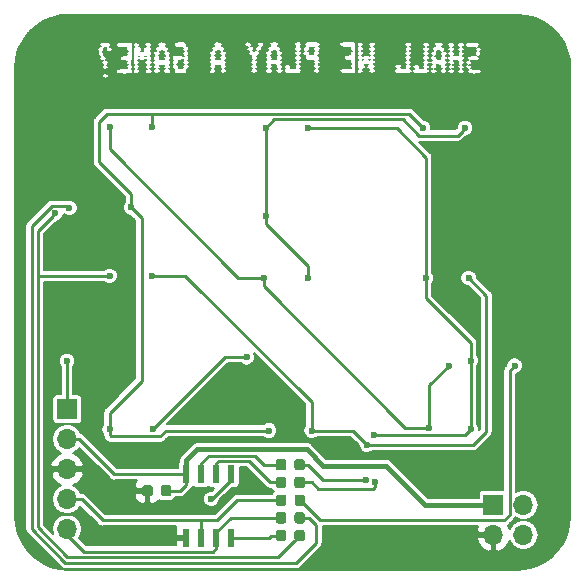
<source format=gbl>
G04 #@! TF.GenerationSoftware,KiCad,Pcbnew,(5.0.2)-1*
G04 #@! TF.CreationDate,2019-01-19T12:13:54+11:00*
G04 #@! TF.ProjectId,WarGames_SAO,57617247-616d-4657-935f-53414f2e6b69,rev?*
G04 #@! TF.SameCoordinates,Original*
G04 #@! TF.FileFunction,Copper,L2,Bot*
G04 #@! TF.FilePolarity,Positive*
%FSLAX46Y46*%
G04 Gerber Fmt 4.6, Leading zero omitted, Abs format (unit mm)*
G04 Created by KiCad (PCBNEW (5.0.2)-1) date 19/01/2019 12:13:54*
%MOMM*%
%LPD*%
G01*
G04 APERTURE LIST*
G04 #@! TA.AperFunction,EtchedComponent*
%ADD10C,0.010000*%
G04 #@! TD*
G04 #@! TA.AperFunction,SMDPad,CuDef*
%ADD11R,1.700000X1.700000*%
G04 #@! TD*
G04 #@! TA.AperFunction,SMDPad,CuDef*
%ADD12O,1.700000X1.700000*%
G04 #@! TD*
G04 #@! TA.AperFunction,ComponentPad*
%ADD13O,1.700000X1.700000*%
G04 #@! TD*
G04 #@! TA.AperFunction,ComponentPad*
%ADD14R,1.700000X1.700000*%
G04 #@! TD*
G04 #@! TA.AperFunction,Conductor*
%ADD15C,0.100000*%
G04 #@! TD*
G04 #@! TA.AperFunction,SMDPad,CuDef*
%ADD16C,0.875000*%
G04 #@! TD*
G04 #@! TA.AperFunction,SMDPad,CuDef*
%ADD17R,0.600000X1.550000*%
G04 #@! TD*
G04 #@! TA.AperFunction,Conductor*
%ADD18R,36.000000X1.000000*%
G04 #@! TD*
G04 #@! TA.AperFunction,Conductor*
%ADD19R,1.000000X6.000000*%
G04 #@! TD*
G04 #@! TA.AperFunction,ViaPad*
%ADD20C,0.600000*%
G04 #@! TD*
G04 #@! TA.AperFunction,Conductor*
%ADD21C,0.250000*%
G04 #@! TD*
G04 #@! TA.AperFunction,Conductor*
%ADD22C,0.400000*%
G04 #@! TD*
G04 #@! TA.AperFunction,Conductor*
%ADD23C,0.200000*%
G04 #@! TD*
G04 APERTURE END LIST*
D10*
G04 #@! TO.C,TP1*
G36*
X122555502Y-43519095D02*
X122471382Y-43555259D01*
X122424840Y-43598738D01*
X122422491Y-43641109D01*
X122443548Y-43661590D01*
X122471163Y-43706982D01*
X122468224Y-43771382D01*
X122438465Y-43828963D01*
X122416889Y-43846000D01*
X122371957Y-43886046D01*
X122360444Y-43916556D01*
X122382826Y-43960652D01*
X122416889Y-43987112D01*
X122457404Y-44032604D01*
X122473473Y-44096806D01*
X122461193Y-44153894D01*
X122444651Y-44170840D01*
X122428370Y-44204663D01*
X122432205Y-44214839D01*
X122466154Y-44227302D01*
X122538310Y-44235962D01*
X122630542Y-44240446D01*
X122724717Y-44240378D01*
X122802702Y-44235386D01*
X122846366Y-44225096D01*
X122848504Y-44223422D01*
X122849361Y-44188809D01*
X122826914Y-44129789D01*
X122826033Y-44128071D01*
X122801750Y-44069591D01*
X122811358Y-44031123D01*
X122841269Y-44000275D01*
X122884166Y-43953586D01*
X122891018Y-43910886D01*
X122861214Y-43853384D01*
X122835334Y-43817203D01*
X122796724Y-43760104D01*
X122791177Y-43724364D01*
X122816806Y-43687018D01*
X122823988Y-43679013D01*
X122856398Y-43625563D01*
X122841956Y-43579819D01*
X122776874Y-43532780D01*
X122758323Y-43522876D01*
X122697938Y-43499482D01*
X122635577Y-43499417D01*
X122555502Y-43519095D01*
X122555502Y-43519095D01*
G37*
X122555502Y-43519095D02*
X122471382Y-43555259D01*
X122424840Y-43598738D01*
X122422491Y-43641109D01*
X122443548Y-43661590D01*
X122471163Y-43706982D01*
X122468224Y-43771382D01*
X122438465Y-43828963D01*
X122416889Y-43846000D01*
X122371957Y-43886046D01*
X122360444Y-43916556D01*
X122382826Y-43960652D01*
X122416889Y-43987112D01*
X122457404Y-44032604D01*
X122473473Y-44096806D01*
X122461193Y-44153894D01*
X122444651Y-44170840D01*
X122428370Y-44204663D01*
X122432205Y-44214839D01*
X122466154Y-44227302D01*
X122538310Y-44235962D01*
X122630542Y-44240446D01*
X122724717Y-44240378D01*
X122802702Y-44235386D01*
X122846366Y-44225096D01*
X122848504Y-44223422D01*
X122849361Y-44188809D01*
X122826914Y-44129789D01*
X122826033Y-44128071D01*
X122801750Y-44069591D01*
X122811358Y-44031123D01*
X122841269Y-44000275D01*
X122884166Y-43953586D01*
X122891018Y-43910886D01*
X122861214Y-43853384D01*
X122835334Y-43817203D01*
X122796724Y-43760104D01*
X122791177Y-43724364D01*
X122816806Y-43687018D01*
X122823988Y-43679013D01*
X122856398Y-43625563D01*
X122841956Y-43579819D01*
X122776874Y-43532780D01*
X122758323Y-43522876D01*
X122697938Y-43499482D01*
X122635577Y-43499417D01*
X122555502Y-43519095D01*
G36*
X127321672Y-43507405D02*
X127235335Y-43527849D01*
X127175789Y-43560877D01*
X127158222Y-43595090D01*
X127172354Y-43647122D01*
X127186444Y-43662556D01*
X127212981Y-43707278D01*
X127209505Y-43771244D01*
X127179991Y-43828630D01*
X127158222Y-43846000D01*
X127110324Y-43883947D01*
X127112097Y-43927113D01*
X127160633Y-43983301D01*
X127205233Y-44052100D01*
X127210022Y-44132567D01*
X127200555Y-44227000D01*
X127385196Y-44235212D01*
X127482282Y-44236908D01*
X127555427Y-44233308D01*
X127587502Y-44225757D01*
X127591491Y-44189585D01*
X127576741Y-44126571D01*
X127575906Y-44124147D01*
X127561536Y-44059094D01*
X127580179Y-44008007D01*
X127613488Y-43968251D01*
X127680333Y-43896298D01*
X127616833Y-43853596D01*
X127571920Y-43801005D01*
X127553399Y-43734884D01*
X127565540Y-43678351D01*
X127581555Y-43662556D01*
X127612238Y-43620369D01*
X127596136Y-43571755D01*
X127539545Y-43529488D01*
X127510454Y-43518280D01*
X127418734Y-43503047D01*
X127321672Y-43507405D01*
X127321672Y-43507405D01*
G37*
X127321672Y-43507405D02*
X127235335Y-43527849D01*
X127175789Y-43560877D01*
X127158222Y-43595090D01*
X127172354Y-43647122D01*
X127186444Y-43662556D01*
X127212981Y-43707278D01*
X127209505Y-43771244D01*
X127179991Y-43828630D01*
X127158222Y-43846000D01*
X127110324Y-43883947D01*
X127112097Y-43927113D01*
X127160633Y-43983301D01*
X127205233Y-44052100D01*
X127210022Y-44132567D01*
X127200555Y-44227000D01*
X127385196Y-44235212D01*
X127482282Y-44236908D01*
X127555427Y-44233308D01*
X127587502Y-44225757D01*
X127591491Y-44189585D01*
X127576741Y-44126571D01*
X127575906Y-44124147D01*
X127561536Y-44059094D01*
X127580179Y-44008007D01*
X127613488Y-43968251D01*
X127680333Y-43896298D01*
X127616833Y-43853596D01*
X127571920Y-43801005D01*
X127553399Y-43734884D01*
X127565540Y-43678351D01*
X127581555Y-43662556D01*
X127612238Y-43620369D01*
X127596136Y-43571755D01*
X127539545Y-43529488D01*
X127510454Y-43518280D01*
X127418734Y-43503047D01*
X127321672Y-43507405D01*
G36*
X130580166Y-43202655D02*
X130389666Y-43211000D01*
X130389666Y-43316921D01*
X130377489Y-43403365D01*
X130331426Y-43469027D01*
X130305000Y-43492295D01*
X130255509Y-43537781D01*
X130250409Y-43559028D01*
X130269071Y-43562763D01*
X130328611Y-43588488D01*
X130372318Y-43647956D01*
X130387622Y-43718559D01*
X130377485Y-43757728D01*
X130361901Y-43809731D01*
X130381166Y-43835357D01*
X130434859Y-43849971D01*
X130520919Y-43857072D01*
X130615752Y-43856512D01*
X130695761Y-43848142D01*
X130730321Y-43837552D01*
X130756106Y-43804576D01*
X130742631Y-43761682D01*
X130717009Y-43692932D01*
X130732212Y-43637304D01*
X130773203Y-43589464D01*
X130832184Y-43530483D01*
X130770785Y-43465127D01*
X130730300Y-43410068D01*
X130730622Y-43362939D01*
X130740026Y-43342518D01*
X130771372Y-43271109D01*
X130768139Y-43227322D01*
X130724143Y-43205749D01*
X130633200Y-43200978D01*
X130580166Y-43202655D01*
X130580166Y-43202655D01*
G37*
X130580166Y-43202655D02*
X130389666Y-43211000D01*
X130389666Y-43316921D01*
X130377489Y-43403365D01*
X130331426Y-43469027D01*
X130305000Y-43492295D01*
X130255509Y-43537781D01*
X130250409Y-43559028D01*
X130269071Y-43562763D01*
X130328611Y-43588488D01*
X130372318Y-43647956D01*
X130387622Y-43718559D01*
X130377485Y-43757728D01*
X130361901Y-43809731D01*
X130381166Y-43835357D01*
X130434859Y-43849971D01*
X130520919Y-43857072D01*
X130615752Y-43856512D01*
X130695761Y-43848142D01*
X130730321Y-43837552D01*
X130756106Y-43804576D01*
X130742631Y-43761682D01*
X130717009Y-43692932D01*
X130732212Y-43637304D01*
X130773203Y-43589464D01*
X130832184Y-43530483D01*
X130770785Y-43465127D01*
X130730300Y-43410068D01*
X130730622Y-43362939D01*
X130740026Y-43342518D01*
X130771372Y-43271109D01*
X130768139Y-43227322D01*
X130724143Y-43205749D01*
X130633200Y-43200978D01*
X130580166Y-43202655D01*
G36*
X134900054Y-44235820D02*
X134896690Y-44279928D01*
X134902282Y-44289912D01*
X134915110Y-44281495D01*
X134917105Y-44252871D01*
X134910213Y-44222757D01*
X134900054Y-44235820D01*
X134900054Y-44235820D01*
G37*
X134900054Y-44235820D02*
X134896690Y-44279928D01*
X134902282Y-44289912D01*
X134915110Y-44281495D01*
X134917105Y-44252871D01*
X134910213Y-44222757D01*
X134900054Y-44235820D01*
G36*
X135392263Y-44222649D02*
X135388905Y-44255223D01*
X135427392Y-44290917D01*
X135458575Y-44297556D01*
X135502648Y-44279076D01*
X135512000Y-44255223D01*
X135487514Y-44221145D01*
X135442330Y-44212889D01*
X135392263Y-44222649D01*
X135392263Y-44222649D01*
G37*
X135392263Y-44222649D02*
X135388905Y-44255223D01*
X135427392Y-44290917D01*
X135458575Y-44297556D01*
X135502648Y-44279076D01*
X135512000Y-44255223D01*
X135487514Y-44221145D01*
X135442330Y-44212889D01*
X135392263Y-44222649D01*
G36*
X115918722Y-43968420D02*
X115915177Y-43978721D01*
X115954000Y-43982655D01*
X115994065Y-43978220D01*
X115989278Y-43968420D01*
X115931497Y-43964693D01*
X115918722Y-43968420D01*
X115918722Y-43968420D01*
G37*
X115918722Y-43968420D02*
X115915177Y-43978721D01*
X115954000Y-43982655D01*
X115994065Y-43978220D01*
X115989278Y-43968420D01*
X115931497Y-43964693D01*
X115918722Y-43968420D01*
G36*
X116448201Y-43963948D02*
X116438263Y-43977899D01*
X116471615Y-43995592D01*
X116526982Y-43994782D01*
X116549226Y-43984933D01*
X116563852Y-43966690D01*
X116527235Y-43959630D01*
X116511389Y-43959321D01*
X116448201Y-43963948D01*
X116448201Y-43963948D01*
G37*
X116448201Y-43963948D02*
X116438263Y-43977899D01*
X116471615Y-43995592D01*
X116526982Y-43994782D01*
X116549226Y-43984933D01*
X116563852Y-43966690D01*
X116527235Y-43959630D01*
X116511389Y-43959321D01*
X116448201Y-43963948D01*
G36*
X117804623Y-43534874D02*
X117710512Y-43576521D01*
X117667648Y-43621075D01*
X117678302Y-43665746D01*
X117689318Y-43676378D01*
X117728294Y-43739007D01*
X117716187Y-43812503D01*
X117657969Y-43884164D01*
X117583938Y-43947843D01*
X117660657Y-43998112D01*
X117712263Y-44041141D01*
X117726160Y-44091223D01*
X117719298Y-44144746D01*
X117701220Y-44241112D01*
X117900054Y-44241112D01*
X118008838Y-44238445D01*
X118071141Y-44229114D01*
X118096735Y-44211119D01*
X118098889Y-44200444D01*
X118081689Y-44152394D01*
X118070666Y-44142334D01*
X118042771Y-44098717D01*
X118055627Y-44043493D01*
X118103486Y-43997047D01*
X118113000Y-43992247D01*
X118164889Y-43959470D01*
X118183555Y-43931923D01*
X118162232Y-43897815D01*
X118113000Y-43857516D01*
X118055124Y-43796833D01*
X118047505Y-43730691D01*
X118084778Y-43676667D01*
X118119636Y-43639642D01*
X118115142Y-43609637D01*
X118065797Y-43577042D01*
X118014032Y-43552973D01*
X117928269Y-43522388D01*
X117858728Y-43520704D01*
X117804623Y-43534874D01*
X117804623Y-43534874D01*
G37*
X117804623Y-43534874D02*
X117710512Y-43576521D01*
X117667648Y-43621075D01*
X117678302Y-43665746D01*
X117689318Y-43676378D01*
X117728294Y-43739007D01*
X117716187Y-43812503D01*
X117657969Y-43884164D01*
X117583938Y-43947843D01*
X117660657Y-43998112D01*
X117712263Y-44041141D01*
X117726160Y-44091223D01*
X117719298Y-44144746D01*
X117701220Y-44241112D01*
X117900054Y-44241112D01*
X118008838Y-44238445D01*
X118071141Y-44229114D01*
X118096735Y-44211119D01*
X118098889Y-44200444D01*
X118081689Y-44152394D01*
X118070666Y-44142334D01*
X118042771Y-44098717D01*
X118055627Y-44043493D01*
X118103486Y-43997047D01*
X118113000Y-43992247D01*
X118164889Y-43959470D01*
X118183555Y-43931923D01*
X118162232Y-43897815D01*
X118113000Y-43857516D01*
X118055124Y-43796833D01*
X118047505Y-43730691D01*
X118084778Y-43676667D01*
X118119636Y-43639642D01*
X118115142Y-43609637D01*
X118065797Y-43577042D01*
X118014032Y-43552973D01*
X117928269Y-43522388D01*
X117858728Y-43520704D01*
X117804623Y-43534874D01*
G36*
X119652023Y-44252439D02*
X119572626Y-44279892D01*
X119473227Y-44314165D01*
X119378439Y-44339948D01*
X119347722Y-44345943D01*
X119277054Y-44366185D01*
X119256910Y-44394888D01*
X119284222Y-44424556D01*
X119311714Y-44469990D01*
X119302137Y-44535350D01*
X119259911Y-44602288D01*
X119236064Y-44624450D01*
X119159684Y-44685354D01*
X119242105Y-44756250D01*
X119294437Y-44807500D01*
X119308235Y-44848227D01*
X119292151Y-44898202D01*
X119273891Y-44955548D01*
X119276703Y-44986185D01*
X119312026Y-44994627D01*
X119384844Y-44999375D01*
X119476326Y-45000468D01*
X119567646Y-44997941D01*
X119639976Y-44991832D01*
X119669312Y-44985409D01*
X119687417Y-44959647D01*
X119674724Y-44901229D01*
X119670543Y-44889822D01*
X119654676Y-44827675D01*
X119670651Y-44779128D01*
X119708781Y-44733696D01*
X119778099Y-44659911D01*
X119700494Y-44603379D01*
X119639311Y-44542696D01*
X119629404Y-44480779D01*
X119670705Y-44408045D01*
X119698903Y-44376525D01*
X119746127Y-44319211D01*
X119753379Y-44281751D01*
X119740362Y-44262629D01*
X119706693Y-44245709D01*
X119652023Y-44252439D01*
X119652023Y-44252439D01*
G37*
X119652023Y-44252439D02*
X119572626Y-44279892D01*
X119473227Y-44314165D01*
X119378439Y-44339948D01*
X119347722Y-44345943D01*
X119277054Y-44366185D01*
X119256910Y-44394888D01*
X119284222Y-44424556D01*
X119311714Y-44469990D01*
X119302137Y-44535350D01*
X119259911Y-44602288D01*
X119236064Y-44624450D01*
X119159684Y-44685354D01*
X119242105Y-44756250D01*
X119294437Y-44807500D01*
X119308235Y-44848227D01*
X119292151Y-44898202D01*
X119273891Y-44955548D01*
X119276703Y-44986185D01*
X119312026Y-44994627D01*
X119384844Y-44999375D01*
X119476326Y-45000468D01*
X119567646Y-44997941D01*
X119639976Y-44991832D01*
X119669312Y-44985409D01*
X119687417Y-44959647D01*
X119674724Y-44901229D01*
X119670543Y-44889822D01*
X119654676Y-44827675D01*
X119670651Y-44779128D01*
X119708781Y-44733696D01*
X119778099Y-44659911D01*
X119700494Y-44603379D01*
X119639311Y-44542696D01*
X119629404Y-44480779D01*
X119670705Y-44408045D01*
X119698903Y-44376525D01*
X119746127Y-44319211D01*
X119753379Y-44281751D01*
X119740362Y-44262629D01*
X119706693Y-44245709D01*
X119652023Y-44252439D01*
G36*
X142059555Y-43758328D02*
X142037434Y-43787512D01*
X141982238Y-43828985D01*
X141960778Y-43842261D01*
X141898585Y-43885422D01*
X141864321Y-43921767D01*
X141862000Y-43929337D01*
X141885088Y-43954527D01*
X141940496Y-43988342D01*
X142007441Y-44020274D01*
X142065140Y-44039818D01*
X142084169Y-44041646D01*
X142120720Y-44029114D01*
X142165389Y-44009111D01*
X142219053Y-43962502D01*
X142218640Y-43901370D01*
X142164277Y-43826931D01*
X142144222Y-43808114D01*
X142091997Y-43767079D01*
X142062210Y-43754329D01*
X142059555Y-43758328D01*
X142059555Y-43758328D01*
G37*
X142059555Y-43758328D02*
X142037434Y-43787512D01*
X141982238Y-43828985D01*
X141960778Y-43842261D01*
X141898585Y-43885422D01*
X141864321Y-43921767D01*
X141862000Y-43929337D01*
X141885088Y-43954527D01*
X141940496Y-43988342D01*
X142007441Y-44020274D01*
X142065140Y-44039818D01*
X142084169Y-44041646D01*
X142120720Y-44029114D01*
X142165389Y-44009111D01*
X142219053Y-43962502D01*
X142218640Y-43901370D01*
X142164277Y-43826931D01*
X142144222Y-43808114D01*
X142091997Y-43767079D01*
X142062210Y-43754329D01*
X142059555Y-43758328D01*
G36*
X141159708Y-43554352D02*
X141130177Y-43578541D01*
X141101269Y-43615838D01*
X141117268Y-43640542D01*
X141135278Y-43651445D01*
X141179003Y-43702399D01*
X141176194Y-43771015D01*
X141128824Y-43846098D01*
X141095435Y-43877429D01*
X141005695Y-43951190D01*
X141088125Y-43991076D01*
X141146280Y-44030336D01*
X141167603Y-44086055D01*
X141169065Y-44128981D01*
X141175907Y-44200658D01*
X141194596Y-44245449D01*
X141197287Y-44247735D01*
X141249513Y-44262761D01*
X141331448Y-44267861D01*
X141417283Y-44263295D01*
X141481209Y-44249323D01*
X141490141Y-44244781D01*
X141511607Y-44218574D01*
X141488346Y-44182027D01*
X141483085Y-44176673D01*
X141442160Y-44109202D01*
X141446618Y-44046189D01*
X141494120Y-44003547D01*
X141509222Y-43998701D01*
X141562165Y-43972728D01*
X141579778Y-43943767D01*
X141559342Y-43901555D01*
X141510103Y-43851738D01*
X141509222Y-43851043D01*
X141450174Y-43784514D01*
X141447270Y-43722278D01*
X141496864Y-43667327D01*
X141532018Y-43639087D01*
X141531772Y-43615727D01*
X141491519Y-43581448D01*
X141466617Y-43563584D01*
X141366239Y-43520756D01*
X141256812Y-43517995D01*
X141159708Y-43554352D01*
X141159708Y-43554352D01*
G37*
X141159708Y-43554352D02*
X141130177Y-43578541D01*
X141101269Y-43615838D01*
X141117268Y-43640542D01*
X141135278Y-43651445D01*
X141179003Y-43702399D01*
X141176194Y-43771015D01*
X141128824Y-43846098D01*
X141095435Y-43877429D01*
X141005695Y-43951190D01*
X141088125Y-43991076D01*
X141146280Y-44030336D01*
X141167603Y-44086055D01*
X141169065Y-44128981D01*
X141175907Y-44200658D01*
X141194596Y-44245449D01*
X141197287Y-44247735D01*
X141249513Y-44262761D01*
X141331448Y-44267861D01*
X141417283Y-44263295D01*
X141481209Y-44249323D01*
X141490141Y-44244781D01*
X141511607Y-44218574D01*
X141488346Y-44182027D01*
X141483085Y-44176673D01*
X141442160Y-44109202D01*
X141446618Y-44046189D01*
X141494120Y-44003547D01*
X141509222Y-43998701D01*
X141562165Y-43972728D01*
X141579778Y-43943767D01*
X141559342Y-43901555D01*
X141510103Y-43851738D01*
X141509222Y-43851043D01*
X141450174Y-43784514D01*
X141447270Y-43722278D01*
X141496864Y-43667327D01*
X141532018Y-43639087D01*
X141531772Y-43615727D01*
X141491519Y-43581448D01*
X141466617Y-43563584D01*
X141366239Y-43520756D01*
X141256812Y-43517995D01*
X141159708Y-43554352D01*
G36*
X140533899Y-44567167D02*
X140483369Y-44600544D01*
X140456715Y-44608000D01*
X140419432Y-44630157D01*
X140394444Y-44664445D01*
X140378741Y-44707758D01*
X140401592Y-44720705D01*
X140408910Y-44720889D01*
X140456880Y-44740310D01*
X140515392Y-44787839D01*
X140522792Y-44795566D01*
X140567131Y-44836223D01*
X140590787Y-44843915D01*
X140592000Y-44839495D01*
X140614084Y-44805794D01*
X140668109Y-44763945D01*
X140676666Y-44758733D01*
X140742309Y-44708939D01*
X140754512Y-44663275D01*
X140712983Y-44613818D01*
X140670176Y-44584049D01*
X140606689Y-44548625D01*
X140567050Y-44544957D01*
X140533899Y-44567167D01*
X140533899Y-44567167D01*
G37*
X140533899Y-44567167D02*
X140483369Y-44600544D01*
X140456715Y-44608000D01*
X140419432Y-44630157D01*
X140394444Y-44664445D01*
X140378741Y-44707758D01*
X140401592Y-44720705D01*
X140408910Y-44720889D01*
X140456880Y-44740310D01*
X140515392Y-44787839D01*
X140522792Y-44795566D01*
X140567131Y-44836223D01*
X140590787Y-44843915D01*
X140592000Y-44839495D01*
X140614084Y-44805794D01*
X140668109Y-44763945D01*
X140676666Y-44758733D01*
X140742309Y-44708939D01*
X140754512Y-44663275D01*
X140712983Y-44613818D01*
X140670176Y-44584049D01*
X140606689Y-44548625D01*
X140567050Y-44544957D01*
X140533899Y-44567167D01*
G36*
X140503337Y-44944333D02*
X140439826Y-44992803D01*
X140387785Y-45019336D01*
X140364624Y-45033766D01*
X140377251Y-45057234D01*
X140431468Y-45097254D01*
X140464296Y-45118437D01*
X140537465Y-45163907D01*
X140588340Y-45193770D01*
X140602717Y-45200667D01*
X140625810Y-45182312D01*
X140661903Y-45144943D01*
X140721234Y-45095243D01*
X140766385Y-45072064D01*
X140790826Y-45057777D01*
X140780548Y-45034867D01*
X140729746Y-44995296D01*
X140693086Y-44970554D01*
X140565735Y-44886200D01*
X140503337Y-44944333D01*
X140503337Y-44944333D01*
G37*
X140503337Y-44944333D02*
X140439826Y-44992803D01*
X140387785Y-45019336D01*
X140364624Y-45033766D01*
X140377251Y-45057234D01*
X140431468Y-45097254D01*
X140464296Y-45118437D01*
X140537465Y-45163907D01*
X140588340Y-45193770D01*
X140602717Y-45200667D01*
X140625810Y-45182312D01*
X140661903Y-45144943D01*
X140721234Y-45095243D01*
X140766385Y-45072064D01*
X140790826Y-45057777D01*
X140780548Y-45034867D01*
X140729746Y-44995296D01*
X140693086Y-44970554D01*
X140565735Y-44886200D01*
X140503337Y-44944333D01*
G36*
X142021181Y-44204810D02*
X142007003Y-44215885D01*
X141946366Y-44254297D01*
X141900527Y-44269334D01*
X141864951Y-44282802D01*
X141873785Y-44317119D01*
X141923617Y-44363155D01*
X141939611Y-44373865D01*
X141998981Y-44415569D01*
X142034552Y-44447675D01*
X142034930Y-44448195D01*
X142044067Y-44502365D01*
X142018748Y-44560780D01*
X141975564Y-44593675D01*
X141916841Y-44627014D01*
X141880403Y-44659702D01*
X141854834Y-44694610D01*
X141866169Y-44717296D01*
X141922542Y-44741636D01*
X141930018Y-44744351D01*
X142010897Y-44791391D01*
X142039664Y-44851623D01*
X142014495Y-44919066D01*
X141991083Y-44944710D01*
X141936793Y-44986603D01*
X141897124Y-45003112D01*
X141855348Y-45015926D01*
X141860358Y-45050327D01*
X141909729Y-45100253D01*
X141946524Y-45126667D01*
X142016800Y-45170313D01*
X142067674Y-45196724D01*
X142080117Y-45200354D01*
X142114191Y-45184120D01*
X142172464Y-45144026D01*
X142192183Y-45128870D01*
X142282478Y-45057699D01*
X142180658Y-44964388D01*
X142117158Y-44896919D01*
X142101919Y-44845631D01*
X142136469Y-44797670D01*
X142206120Y-44749921D01*
X142290081Y-44698861D01*
X142188930Y-44618153D01*
X142116276Y-44551272D01*
X142092564Y-44499928D01*
X142116272Y-44454369D01*
X142158333Y-44421961D01*
X142215983Y-44367972D01*
X142220486Y-44311732D01*
X142171614Y-44246422D01*
X142151920Y-44228643D01*
X142098685Y-44186371D01*
X142063301Y-44179148D01*
X142021181Y-44204810D01*
X142021181Y-44204810D01*
G37*
X142021181Y-44204810D02*
X142007003Y-44215885D01*
X141946366Y-44254297D01*
X141900527Y-44269334D01*
X141864951Y-44282802D01*
X141873785Y-44317119D01*
X141923617Y-44363155D01*
X141939611Y-44373865D01*
X141998981Y-44415569D01*
X142034552Y-44447675D01*
X142034930Y-44448195D01*
X142044067Y-44502365D01*
X142018748Y-44560780D01*
X141975564Y-44593675D01*
X141916841Y-44627014D01*
X141880403Y-44659702D01*
X141854834Y-44694610D01*
X141866169Y-44717296D01*
X141922542Y-44741636D01*
X141930018Y-44744351D01*
X142010897Y-44791391D01*
X142039664Y-44851623D01*
X142014495Y-44919066D01*
X141991083Y-44944710D01*
X141936793Y-44986603D01*
X141897124Y-45003112D01*
X141855348Y-45015926D01*
X141860358Y-45050327D01*
X141909729Y-45100253D01*
X141946524Y-45126667D01*
X142016800Y-45170313D01*
X142067674Y-45196724D01*
X142080117Y-45200354D01*
X142114191Y-45184120D01*
X142172464Y-45144026D01*
X142192183Y-45128870D01*
X142282478Y-45057699D01*
X142180658Y-44964388D01*
X142117158Y-44896919D01*
X142101919Y-44845631D01*
X142136469Y-44797670D01*
X142206120Y-44749921D01*
X142290081Y-44698861D01*
X142188930Y-44618153D01*
X142116276Y-44551272D01*
X142092564Y-44499928D01*
X142116272Y-44454369D01*
X142158333Y-44421961D01*
X142215983Y-44367972D01*
X142220486Y-44311732D01*
X142171614Y-44246422D01*
X142151920Y-44228643D01*
X142098685Y-44186371D01*
X142063301Y-44179148D01*
X142021181Y-44204810D01*
G36*
X111297333Y-46244889D02*
X145502666Y-46244889D01*
X145502666Y-45626965D01*
X113343395Y-45626965D01*
X113335006Y-45699691D01*
X113272926Y-45761067D01*
X113234917Y-45780613D01*
X113109715Y-45816756D01*
X112997005Y-45805450D01*
X112933657Y-45778930D01*
X112848009Y-45713051D01*
X112813673Y-45637639D01*
X112828922Y-45562467D01*
X112892029Y-45497311D01*
X112990992Y-45454579D01*
X113111192Y-45441655D01*
X113213992Y-45477346D01*
X113296719Y-45548049D01*
X113343395Y-45626965D01*
X145502666Y-45626965D01*
X145502666Y-43778910D01*
X144923122Y-43778910D01*
X144898292Y-43847184D01*
X144827534Y-43904901D01*
X144745377Y-43935761D01*
X144677926Y-43957391D01*
X144645886Y-43976997D01*
X144647251Y-43983997D01*
X144691655Y-44032259D01*
X144731930Y-44100990D01*
X144756493Y-44167230D01*
X144757352Y-44202245D01*
X144708812Y-44256676D01*
X144614707Y-44301904D01*
X144485600Y-44334668D01*
X144332058Y-44351704D01*
X144267944Y-44353381D01*
X144161441Y-44356028D01*
X144080770Y-44362540D01*
X144039016Y-44371686D01*
X144036009Y-44375167D01*
X144052078Y-44411917D01*
X144078342Y-44451117D01*
X144113215Y-44512591D01*
X144107001Y-44562504D01*
X144055052Y-44612751D01*
X144001815Y-44646923D01*
X143883853Y-44717267D01*
X143960140Y-44736414D01*
X144048015Y-44780096D01*
X144093591Y-44850266D01*
X144090103Y-44936009D01*
X144087790Y-44942461D01*
X144056091Y-45004076D01*
X144027627Y-45035959D01*
X144040867Y-45043449D01*
X144100812Y-45049048D01*
X144197735Y-45052205D01*
X144318670Y-45052407D01*
X144528443Y-45056222D01*
X144687034Y-45073254D01*
X144798330Y-45104335D01*
X144866219Y-45150296D01*
X144881994Y-45172850D01*
X144910312Y-45267553D01*
X144886795Y-45345536D01*
X144813768Y-45405971D01*
X144693556Y-45448031D01*
X144528486Y-45470888D01*
X144320882Y-45473716D01*
X144083725Y-45456818D01*
X143925157Y-45429790D01*
X143817212Y-45388012D01*
X143761129Y-45332704D01*
X143758147Y-45265085D01*
X143809222Y-45186674D01*
X143865556Y-45126710D01*
X143737758Y-45036630D01*
X143643857Y-44963458D01*
X143598058Y-44905218D01*
X143597570Y-44852433D01*
X143639600Y-44795628D01*
X143660874Y-44775678D01*
X143747615Y-44698175D01*
X143665585Y-44619585D01*
X143613290Y-44561176D01*
X143585126Y-44513544D01*
X143583555Y-44505042D01*
X143606999Y-44452717D01*
X143665127Y-44396208D01*
X143739637Y-44350779D01*
X143788166Y-44334424D01*
X143845886Y-44318050D01*
X143860103Y-44292443D01*
X143833158Y-44244171D01*
X143809333Y-44212889D01*
X143762386Y-44124728D01*
X143768276Y-44050873D01*
X143824812Y-43993081D01*
X143929799Y-43953107D01*
X144081044Y-43932709D01*
X144162111Y-43930387D01*
X144278018Y-43928030D01*
X144378825Y-43922243D01*
X144445573Y-43914188D01*
X144452517Y-43912584D01*
X144496622Y-43894523D01*
X144491774Y-43866802D01*
X144477973Y-43849469D01*
X144426489Y-43770542D01*
X144425768Y-43709016D01*
X144473463Y-43659366D01*
X144531904Y-43602959D01*
X144534587Y-43548270D01*
X144486666Y-43500784D01*
X144437673Y-43444959D01*
X144439364Y-43380504D01*
X144472245Y-43338258D01*
X144500982Y-43304933D01*
X144491674Y-43280964D01*
X144439906Y-43265112D01*
X144341264Y-43256136D01*
X144191334Y-43252799D01*
X144167501Y-43252714D01*
X144011232Y-43250131D01*
X143897313Y-43241926D01*
X143811784Y-43226347D01*
X143740682Y-43201638D01*
X143732718Y-43198095D01*
X143635046Y-43132337D01*
X143589401Y-43049166D01*
X143591230Y-43026895D01*
X143555333Y-43026895D01*
X143533312Y-43057662D01*
X143476727Y-43104484D01*
X143426649Y-43138630D01*
X143355406Y-43186390D01*
X143327533Y-43214656D01*
X143337120Y-43231453D01*
X143353569Y-43237887D01*
X143427056Y-43282877D01*
X143465987Y-43349742D01*
X143469219Y-43422384D01*
X143435607Y-43484706D01*
X143373517Y-43518514D01*
X143323221Y-43538078D01*
X143319125Y-43569611D01*
X143329927Y-43592694D01*
X143369101Y-43637232D01*
X143398084Y-43648445D01*
X143440887Y-43673706D01*
X143466624Y-43738998D01*
X143470488Y-43784809D01*
X143447766Y-43828722D01*
X143391995Y-43876508D01*
X143378766Y-43884621D01*
X143321543Y-43920426D01*
X143308519Y-43942882D01*
X143333949Y-43964938D01*
X143341190Y-43969287D01*
X143416409Y-44023335D01*
X143474000Y-44081634D01*
X143498776Y-44128612D01*
X143498889Y-44131011D01*
X143479793Y-44167817D01*
X143431790Y-44223622D01*
X143408084Y-44246845D01*
X143353418Y-44300424D01*
X143336226Y-44331628D01*
X143352124Y-44355951D01*
X143372806Y-44371593D01*
X143467758Y-44445092D01*
X143517169Y-44497117D01*
X143527111Y-44523679D01*
X143505106Y-44553870D01*
X143448557Y-44600303D01*
X143398427Y-44634408D01*
X143326513Y-44681689D01*
X143297323Y-44708839D01*
X143305227Y-44724846D01*
X143334927Y-44735808D01*
X143405347Y-44770189D01*
X143461825Y-44812042D01*
X143502779Y-44859747D01*
X143501845Y-44902227D01*
X143490048Y-44925047D01*
X143439913Y-44977418D01*
X143375619Y-45016610D01*
X143294682Y-45051610D01*
X143396785Y-45129488D01*
X143458771Y-45187347D01*
X143495010Y-45241635D01*
X143498889Y-45258539D01*
X143475311Y-45310675D01*
X143416565Y-45367131D01*
X143340634Y-45413222D01*
X143287222Y-45431388D01*
X143213484Y-45433991D01*
X143118934Y-45422857D01*
X143032575Y-45402472D01*
X142994029Y-45386052D01*
X142958156Y-45344825D01*
X142932066Y-45293190D01*
X142920991Y-45245517D01*
X142936048Y-45203852D01*
X142985396Y-45151190D01*
X143011418Y-45127773D01*
X143064897Y-45074941D01*
X143087935Y-45040274D01*
X143082611Y-45032509D01*
X143026124Y-45007222D01*
X142972095Y-44949210D01*
X142938315Y-44880066D01*
X142934444Y-44852658D01*
X142960637Y-44784278D01*
X143003963Y-44749667D01*
X143073481Y-44712461D01*
X143005011Y-44631089D01*
X142960590Y-44567156D01*
X142953418Y-44513954D01*
X142963917Y-44477712D01*
X142978944Y-44415620D01*
X142975314Y-44379854D01*
X142942554Y-44367076D01*
X142874340Y-44358598D01*
X142788223Y-44354638D01*
X142701753Y-44355414D01*
X142632483Y-44361141D01*
X142597965Y-44372039D01*
X142596778Y-44375167D01*
X142610276Y-44412923D01*
X142638111Y-44466889D01*
X142668528Y-44525462D01*
X142670916Y-44564258D01*
X142638479Y-44599176D01*
X142564423Y-44646115D01*
X142560500Y-44648467D01*
X142501733Y-44688632D01*
X142479240Y-44714826D01*
X142488371Y-44720622D01*
X142541245Y-44738307D01*
X142605968Y-44781034D01*
X142611931Y-44786043D01*
X142665787Y-44855533D01*
X142664280Y-44920632D01*
X142608488Y-44977615D01*
X142548042Y-45006881D01*
X142445423Y-45045938D01*
X142564692Y-45124866D01*
X142641576Y-45184293D01*
X142673782Y-45234553D01*
X142675147Y-45264302D01*
X142641054Y-45325156D01*
X142567946Y-45379993D01*
X142473119Y-45418896D01*
X142382536Y-45432089D01*
X142299448Y-45417367D01*
X142211993Y-45380013D01*
X142137409Y-45330245D01*
X142092936Y-45278282D01*
X142087343Y-45257112D01*
X142077650Y-45237467D01*
X142046591Y-45264557D01*
X142037761Y-45275231D01*
X141933405Y-45364033D01*
X141804637Y-45413464D01*
X141668481Y-45419698D01*
X141552154Y-45384421D01*
X141474977Y-45321248D01*
X141448400Y-45244788D01*
X141471718Y-45165286D01*
X141544226Y-45092985D01*
X141573432Y-45075327D01*
X141618513Y-45045857D01*
X141612127Y-45033279D01*
X141601595Y-45032464D01*
X141543157Y-45006691D01*
X141498861Y-44947651D01*
X141482090Y-44878516D01*
X141491136Y-44841206D01*
X141507284Y-44787510D01*
X141483945Y-44750090D01*
X141415173Y-44724373D01*
X141318620Y-44708553D01*
X141224072Y-44699558D01*
X141170794Y-44703444D01*
X141144659Y-44722273D01*
X141138484Y-44734854D01*
X141139160Y-44791016D01*
X141152697Y-44813097D01*
X141185917Y-44874922D01*
X141164531Y-44935531D01*
X141090311Y-44990966D01*
X141068352Y-45001502D01*
X140999722Y-45033907D01*
X140977460Y-45052760D01*
X140995895Y-45066373D01*
X141018963Y-45073922D01*
X141106805Y-45116793D01*
X141169301Y-45177666D01*
X141193780Y-45242737D01*
X141191581Y-45261942D01*
X141149742Y-45325617D01*
X141070397Y-45381077D01*
X140972425Y-45417599D01*
X140902444Y-45426153D01*
X140782977Y-45401109D01*
X140670408Y-45334420D01*
X140607686Y-45268958D01*
X140576314Y-45232034D01*
X140558751Y-45240745D01*
X140548201Y-45265369D01*
X140512519Y-45308692D01*
X140445446Y-45358835D01*
X140412130Y-45378258D01*
X140365763Y-45400932D01*
X140317847Y-45417347D01*
X140258569Y-45428502D01*
X140178119Y-45435397D01*
X140066686Y-45439031D01*
X139914459Y-45440403D01*
X139800536Y-45440556D01*
X139621398Y-45440456D01*
X139488383Y-45438780D01*
X139391171Y-45433467D01*
X139319443Y-45422455D01*
X139262880Y-45403680D01*
X139211163Y-45375080D01*
X139153971Y-45334594D01*
X139111570Y-45302867D01*
X139065500Y-45301999D01*
X138986100Y-45338307D01*
X138953251Y-45358361D01*
X138902320Y-45389470D01*
X138854973Y-45411628D01*
X138800116Y-45426692D01*
X138726656Y-45436517D01*
X138623501Y-45442958D01*
X138479555Y-45447872D01*
X138406132Y-45449877D01*
X138176755Y-45452703D01*
X137996060Y-45446707D01*
X137856788Y-45430605D01*
X137751682Y-45403117D01*
X137673484Y-45362961D01*
X137616187Y-45310348D01*
X137571266Y-45235815D01*
X137576833Y-45171878D01*
X137635039Y-45110430D01*
X137676507Y-45082921D01*
X137743855Y-45042057D01*
X137672150Y-44964686D01*
X137614139Y-44876126D01*
X137609397Y-44798077D01*
X137655082Y-44734918D01*
X137748354Y-44691028D01*
X137861937Y-44672215D01*
X137979454Y-44677356D01*
X138078522Y-44706643D01*
X138151339Y-44753364D01*
X138190101Y-44810807D01*
X138187006Y-44872258D01*
X138149442Y-44919554D01*
X138121863Y-44953225D01*
X138142386Y-44979021D01*
X138196291Y-44994011D01*
X138284071Y-45001165D01*
X138383653Y-45000111D01*
X138472964Y-44990475D01*
X138497628Y-44985028D01*
X138541733Y-44966967D01*
X138536885Y-44939247D01*
X138523084Y-44921914D01*
X138472596Y-44844419D01*
X138472666Y-44784279D01*
X138519370Y-44736480D01*
X138575564Y-44682578D01*
X138582594Y-44632760D01*
X138539628Y-44596628D01*
X138531748Y-44593880D01*
X138472827Y-44555106D01*
X138444545Y-44518539D01*
X138431483Y-44476560D01*
X138449631Y-44436910D01*
X138506763Y-44382850D01*
X138508075Y-44381744D01*
X138602333Y-44302366D01*
X138417289Y-44109774D01*
X138502322Y-44002775D01*
X138587355Y-43895775D01*
X138517233Y-43840617D01*
X138458838Y-43772625D01*
X138457586Y-43730469D01*
X135975377Y-43730469D01*
X135955453Y-43793634D01*
X135881979Y-43844672D01*
X135876889Y-43846829D01*
X135822529Y-43876630D01*
X135813657Y-43909675D01*
X135823101Y-43931895D01*
X135872446Y-43983511D01*
X135907081Y-44001213D01*
X135955071Y-44039101D01*
X135961954Y-44099386D01*
X135929582Y-44167857D01*
X135878889Y-44217352D01*
X135823918Y-44261854D01*
X135795488Y-44292415D01*
X135794400Y-44295808D01*
X135816464Y-44318928D01*
X135870234Y-44354631D01*
X135879067Y-44359743D01*
X135947225Y-44420232D01*
X135967273Y-44488072D01*
X135939224Y-44550244D01*
X135878889Y-44588417D01*
X135820526Y-44616022D01*
X135794329Y-44639432D01*
X135794222Y-44640488D01*
X135815011Y-44668456D01*
X135866283Y-44711689D01*
X135878889Y-44720889D01*
X135947125Y-44791631D01*
X135959167Y-44865129D01*
X135915041Y-44939094D01*
X135876146Y-44972455D01*
X135788736Y-45037079D01*
X135876146Y-45090236D01*
X135948503Y-45156649D01*
X135967074Y-45230395D01*
X135932767Y-45304854D01*
X135846488Y-45373412D01*
X135836555Y-45378879D01*
X135740607Y-45417755D01*
X135653423Y-45418104D01*
X135550567Y-45380433D01*
X135456224Y-45318509D01*
X135414056Y-45248716D01*
X135426189Y-45174583D01*
X135426340Y-45174300D01*
X135452752Y-45103529D01*
X135433821Y-45058430D01*
X135370293Y-45026897D01*
X135281921Y-44978357D01*
X135246955Y-44911857D01*
X135264688Y-44825486D01*
X135282839Y-44790840D01*
X135339594Y-44694648D01*
X135244806Y-44676866D01*
X135160241Y-44669988D01*
X135089400Y-44678324D01*
X135089059Y-44678431D01*
X135047275Y-44698437D01*
X135054834Y-44728072D01*
X135068205Y-44744612D01*
X135117317Y-44832679D01*
X135113186Y-44912658D01*
X135059007Y-44977264D01*
X134957977Y-45019213D01*
X134946673Y-45021632D01*
X134880426Y-45051557D01*
X134865918Y-45102366D01*
X134903905Y-45170733D01*
X134911091Y-45178930D01*
X134940272Y-45239680D01*
X134915160Y-45299251D01*
X134834832Y-45359332D01*
X134803879Y-45375700D01*
X134682802Y-45418929D01*
X134574818Y-45415996D01*
X134511439Y-45393693D01*
X134467349Y-45366084D01*
X134446057Y-45323826D01*
X134439721Y-45248351D01*
X134439555Y-45223473D01*
X134445894Y-45129824D01*
X134467058Y-45080422D01*
X134484978Y-45068576D01*
X134515989Y-45051584D01*
X134496046Y-45032051D01*
X134484978Y-45025726D01*
X134456527Y-44982208D01*
X134441178Y-44904208D01*
X134439992Y-44812392D01*
X134454033Y-44727423D01*
X134467854Y-44692524D01*
X134480800Y-44638853D01*
X134467854Y-44622159D01*
X134451277Y-44585883D01*
X134441092Y-44513439D01*
X134439555Y-44468243D01*
X134445187Y-44377682D01*
X134464983Y-44329014D01*
X134488944Y-44312789D01*
X134523358Y-44295335D01*
X134507572Y-44276808D01*
X134488944Y-44266033D01*
X134458121Y-44221130D01*
X134441268Y-44142961D01*
X134439302Y-44053174D01*
X134453140Y-43973416D01*
X134474833Y-43932784D01*
X134495958Y-43899292D01*
X134474833Y-43882454D01*
X134451772Y-43846483D01*
X134440284Y-43767492D01*
X134439555Y-43736404D01*
X134441331Y-43714567D01*
X134296800Y-43714567D01*
X134296788Y-44002885D01*
X134296740Y-44100494D01*
X134296027Y-45397754D01*
X134219625Y-45414568D01*
X134152853Y-45430760D01*
X134115000Y-45442011D01*
X134078447Y-45445247D01*
X133995640Y-45447333D01*
X133876760Y-45448173D01*
X133731987Y-45447672D01*
X133630159Y-45446598D01*
X133457116Y-45443716D01*
X133330890Y-45439572D01*
X133241856Y-45432995D01*
X133180385Y-45422815D01*
X133136853Y-45407860D01*
X133101631Y-45386960D01*
X133093937Y-45381369D01*
X133025301Y-45317951D01*
X132973365Y-45250007D01*
X132947649Y-45192735D01*
X132955785Y-45152244D01*
X132973365Y-45128433D01*
X133044740Y-45068483D01*
X133148553Y-45026227D01*
X133292119Y-44999723D01*
X133482754Y-44987027D01*
X133508222Y-44986360D01*
X133638201Y-44983311D01*
X133752180Y-44980474D01*
X133835061Y-44978234D01*
X133865892Y-44977251D01*
X133905572Y-44971817D01*
X133911314Y-44949286D01*
X133886692Y-44893634D01*
X133885208Y-44890655D01*
X133859670Y-44827029D01*
X133864750Y-44776507D01*
X133893247Y-44721675D01*
X133924698Y-44663191D01*
X133925758Y-44630700D01*
X133896049Y-44602391D01*
X133891110Y-44598760D01*
X133856599Y-44558206D01*
X133852072Y-44496901D01*
X133852716Y-44492731D01*
X131280791Y-44492731D01*
X131251419Y-44553671D01*
X131194000Y-44588417D01*
X131135638Y-44616022D01*
X131109441Y-44639432D01*
X131109333Y-44640488D01*
X131130122Y-44668456D01*
X131181394Y-44711689D01*
X131194000Y-44720889D01*
X131259519Y-44783867D01*
X131272515Y-44847421D01*
X131232964Y-44919527D01*
X131193334Y-44961416D01*
X131108002Y-45043170D01*
X131178864Y-45080299D01*
X131248879Y-45140567D01*
X131271310Y-45214285D01*
X131249150Y-45289838D01*
X131185388Y-45355613D01*
X131097518Y-45396104D01*
X131000020Y-45418920D01*
X130929233Y-45416107D01*
X130860131Y-45384596D01*
X130826877Y-45362945D01*
X130737229Y-45293888D01*
X130697362Y-45237258D01*
X130705115Y-45183396D01*
X130758325Y-45122643D01*
X130770666Y-45111848D01*
X130869444Y-45027350D01*
X130777722Y-44949676D01*
X130707948Y-44876329D01*
X130690882Y-44815347D01*
X130725911Y-44760581D01*
X130756555Y-44737596D01*
X130815568Y-44682930D01*
X130818535Y-44632003D01*
X130770666Y-44586328D01*
X130722500Y-44529261D01*
X130720559Y-44460105D01*
X130747618Y-44416560D01*
X130767355Y-44388116D01*
X130756663Y-44367140D01*
X130709190Y-44351666D01*
X130618580Y-44339729D01*
X130478480Y-44329366D01*
X130462545Y-44328402D01*
X130321641Y-44317655D01*
X130223877Y-44303444D01*
X130155955Y-44282938D01*
X130104574Y-44253305D01*
X130102440Y-44251713D01*
X130039268Y-44172042D01*
X130023983Y-44071271D01*
X130046768Y-43986722D01*
X130041863Y-43946347D01*
X129987486Y-43902214D01*
X129967311Y-43890834D01*
X129890819Y-43838964D01*
X129831956Y-43781068D01*
X129826204Y-43772983D01*
X129805084Y-43733178D01*
X129727573Y-43733178D01*
X129692386Y-43802546D01*
X129644254Y-43839352D01*
X129562063Y-43886523D01*
X129645796Y-43981889D01*
X129704863Y-44064714D01*
X129714159Y-44130438D01*
X129672586Y-44190534D01*
X129622181Y-44229061D01*
X129532419Y-44289551D01*
X129616994Y-44352080D01*
X129678042Y-44421213D01*
X129694627Y-44495814D01*
X129666532Y-44561235D01*
X129620611Y-44593526D01*
X129569560Y-44624032D01*
X129564869Y-44658289D01*
X129607153Y-44707833D01*
X129627666Y-44726165D01*
X129684225Y-44791855D01*
X129690236Y-44853766D01*
X129644877Y-44921907D01*
X129608785Y-44956133D01*
X129519348Y-45034613D01*
X129608785Y-45089003D01*
X129682003Y-45153868D01*
X129699511Y-45223555D01*
X129661521Y-45295233D01*
X129588933Y-45353617D01*
X129493811Y-45400271D01*
X129393320Y-45430430D01*
X129370210Y-45433893D01*
X129247454Y-45442815D01*
X129099421Y-45447930D01*
X128939983Y-45449398D01*
X128783013Y-45447381D01*
X128642384Y-45442038D01*
X128531969Y-45433530D01*
X128470555Y-45423482D01*
X128332031Y-45363511D01*
X128239873Y-45272337D01*
X128228162Y-45252433D01*
X128222491Y-45208293D01*
X128255854Y-45153752D01*
X128287224Y-45120230D01*
X128371783Y-45035671D01*
X128301225Y-44951817D01*
X128245286Y-44869825D01*
X128241141Y-44836604D01*
X128146000Y-44836604D01*
X128126239Y-44879464D01*
X128076701Y-44937704D01*
X128054278Y-44958789D01*
X128000210Y-45012481D01*
X127989225Y-45042503D01*
X128004889Y-45053423D01*
X128096776Y-45103660D01*
X128139621Y-45173378D01*
X128132188Y-45252045D01*
X128073241Y-45329131D01*
X128040166Y-45353818D01*
X127905764Y-45413373D01*
X127771866Y-45418113D01*
X127644230Y-45367925D01*
X127635118Y-45361975D01*
X127555535Y-45288366D01*
X127532297Y-45212221D01*
X127565345Y-45133200D01*
X127591542Y-45103448D01*
X127636685Y-45054171D01*
X127644494Y-45020292D01*
X127618255Y-44978023D01*
X127610285Y-44967833D01*
X127571716Y-44877574D01*
X127574056Y-44822763D01*
X127572609Y-44748265D01*
X127550142Y-44718320D01*
X127510848Y-44708039D01*
X127439135Y-44699475D01*
X127352926Y-44693535D01*
X127270144Y-44691125D01*
X127208711Y-44693154D01*
X127186444Y-44699909D01*
X127193387Y-44728997D01*
X127210351Y-44790477D01*
X127212851Y-44799224D01*
X127224879Y-44872592D01*
X127203190Y-44930127D01*
X127175687Y-44965202D01*
X127112116Y-45039107D01*
X127177503Y-45104493D01*
X127233685Y-45185639D01*
X127233790Y-45260669D01*
X127177800Y-45329623D01*
X127065701Y-45392540D01*
X127065172Y-45392766D01*
X126952457Y-45423406D01*
X126848214Y-45408336D01*
X126763610Y-45366322D01*
X126669685Y-45303376D01*
X126624498Y-45253093D01*
X126625198Y-45205233D01*
X126668936Y-45149554D01*
X126696232Y-45124230D01*
X126798022Y-45033681D01*
X126715293Y-44950952D01*
X126661544Y-44886583D01*
X126648352Y-44834900D01*
X126654826Y-44808041D01*
X126690486Y-44752680D01*
X126720100Y-44731355D01*
X126757525Y-44702670D01*
X126752000Y-44655906D01*
X126706666Y-44587479D01*
X126666160Y-44515678D01*
X126650222Y-44449211D01*
X126672695Y-44382151D01*
X126706666Y-44347451D01*
X126750883Y-44307985D01*
X126763111Y-44281030D01*
X126743995Y-44240399D01*
X126706666Y-44198778D01*
X126661763Y-44134317D01*
X126652632Y-44066920D01*
X126679521Y-44015322D01*
X126704059Y-44002050D01*
X126763472Y-43964360D01*
X126771138Y-43908284D01*
X126726992Y-43838125D01*
X126706802Y-43817905D01*
X126653536Y-43762410D01*
X126624066Y-43720561D01*
X126622000Y-43712999D01*
X126641281Y-43672146D01*
X126685746Y-43619877D01*
X126735325Y-43577105D01*
X126765203Y-43563778D01*
X126807499Y-43549506D01*
X126861834Y-43518885D01*
X126930349Y-43473992D01*
X126869816Y-43392116D01*
X126809282Y-43310240D01*
X126875783Y-43239454D01*
X126933444Y-43190871D01*
X126983767Y-43168407D01*
X126986753Y-43168235D01*
X127049880Y-43153139D01*
X127072878Y-43141461D01*
X127096204Y-43116954D01*
X127086618Y-43081015D01*
X127055717Y-43035565D01*
X127046504Y-43014682D01*
X126524350Y-43014682D01*
X126476445Y-43093288D01*
X126378656Y-43156727D01*
X126367108Y-43161458D01*
X126298708Y-43191707D01*
X126275257Y-43215877D01*
X126287819Y-43244697D01*
X126292786Y-43250704D01*
X126341908Y-43339528D01*
X126338077Y-43420419D01*
X126284776Y-43484559D01*
X126185489Y-43523132D01*
X126185126Y-43523200D01*
X126088541Y-43541319D01*
X126132534Y-43651269D01*
X126160910Y-43744746D01*
X126151633Y-43810164D01*
X126098403Y-43863174D01*
X126031978Y-43901095D01*
X125918984Y-43958741D01*
X125966761Y-44041986D01*
X125994705Y-44096761D01*
X125994495Y-44135203D01*
X125961519Y-44180108D01*
X125932622Y-44210732D01*
X125850707Y-44296233D01*
X125927467Y-44356614D01*
X125983757Y-44426323D01*
X125995901Y-44501441D01*
X125964164Y-44566082D01*
X125923500Y-44593526D01*
X125872449Y-44624032D01*
X125867758Y-44658289D01*
X125910042Y-44707833D01*
X125930555Y-44726165D01*
X125987497Y-44794428D01*
X125992968Y-44861517D01*
X125946333Y-44935987D01*
X125912397Y-44970272D01*
X125858909Y-45022456D01*
X125843644Y-45049749D01*
X125863007Y-45065173D01*
X125884204Y-45072392D01*
X125960039Y-45119112D01*
X125993533Y-45188084D01*
X125985467Y-45265135D01*
X125936621Y-45336095D01*
X125867300Y-45379541D01*
X125764463Y-45415173D01*
X125683405Y-45420042D01*
X125598103Y-45393405D01*
X125550483Y-45370474D01*
X125456595Y-45307205D01*
X125418780Y-45240978D01*
X125436688Y-45170378D01*
X125486861Y-45113363D01*
X125572504Y-45036841D01*
X125490474Y-44958252D01*
X125425777Y-44879304D01*
X125414306Y-44815359D01*
X125455883Y-44763149D01*
X125479000Y-44749112D01*
X125530532Y-44709968D01*
X125549555Y-44675070D01*
X125531008Y-44632070D01*
X125485685Y-44575081D01*
X125479000Y-44568233D01*
X125425205Y-44505134D01*
X125415040Y-44454905D01*
X125449685Y-44400490D01*
X125493556Y-44357747D01*
X125578668Y-44280010D01*
X125507667Y-44213308D01*
X125449206Y-44140019D01*
X125443386Y-44073704D01*
X125481925Y-44012101D01*
X125507226Y-43977235D01*
X125496204Y-43953223D01*
X125440938Y-43925623D01*
X125432536Y-43922052D01*
X125352181Y-43877809D01*
X125287874Y-43825807D01*
X125285946Y-43823684D01*
X125253605Y-43777664D01*
X125251133Y-43738265D01*
X123376444Y-43738265D01*
X123357552Y-43773275D01*
X123311504Y-43824132D01*
X123305889Y-43829418D01*
X123258079Y-43879516D01*
X123235584Y-43914488D01*
X123235333Y-43916556D01*
X123254116Y-43948702D01*
X123299935Y-43998100D01*
X123305889Y-44003694D01*
X123360237Y-44064204D01*
X123369793Y-44114755D01*
X123333615Y-44171381D01*
X123293703Y-44211090D01*
X123210963Y-44288382D01*
X123298242Y-44375662D01*
X123351208Y-44431890D01*
X123368584Y-44469202D01*
X123355411Y-44507861D01*
X123337999Y-44535471D01*
X123296310Y-44586721D01*
X123262905Y-44608000D01*
X123237010Y-44627424D01*
X123239649Y-44671807D01*
X123266353Y-44720318D01*
X123291778Y-44742562D01*
X123338827Y-44800421D01*
X123341799Y-44876796D01*
X123301276Y-44955684D01*
X123283316Y-44974990D01*
X123218410Y-45037460D01*
X123294753Y-45119186D01*
X123349465Y-45202053D01*
X123348870Y-45276466D01*
X123292508Y-45345172D01*
X123252457Y-45372768D01*
X123126299Y-45420276D01*
X122998499Y-45411785D01*
X122893785Y-45361975D01*
X122814713Y-45291388D01*
X122791638Y-45221713D01*
X122824249Y-45149926D01*
X122867575Y-45106952D01*
X122920709Y-45059243D01*
X122934018Y-45032179D01*
X122912101Y-45011583D01*
X122900589Y-45005211D01*
X122839232Y-44947897D01*
X122825442Y-44875144D01*
X122838354Y-44837269D01*
X122853652Y-44775795D01*
X122820350Y-44736521D01*
X122736767Y-44718345D01*
X122655351Y-44717299D01*
X122546369Y-44723166D01*
X122483805Y-44735579D01*
X122457642Y-44760045D01*
X122457861Y-44802071D01*
X122462639Y-44823233D01*
X122463108Y-44886671D01*
X122424358Y-44951161D01*
X122403437Y-44974202D01*
X122355551Y-45026692D01*
X122344258Y-45055095D01*
X122366866Y-45075858D01*
X122385158Y-45085901D01*
X122461566Y-45149653D01*
X122486382Y-45224799D01*
X122460391Y-45301687D01*
X122384373Y-45370663D01*
X122361009Y-45383819D01*
X122250371Y-45418896D01*
X122135748Y-45419482D01*
X122032029Y-45389456D01*
X121954107Y-45332700D01*
X121919888Y-45268873D01*
X121918980Y-45204031D01*
X121957772Y-45139588D01*
X121976039Y-45119554D01*
X122050231Y-45042115D01*
X121965449Y-44960889D01*
X121901496Y-44888605D01*
X121885703Y-44833799D01*
X121917312Y-44785792D01*
X121951222Y-44760627D01*
X122001997Y-44714423D01*
X122021778Y-44672316D01*
X122001208Y-44626510D01*
X121951696Y-44575110D01*
X121951222Y-44574736D01*
X121896513Y-44521451D01*
X121886976Y-44472849D01*
X121922874Y-44413613D01*
X121954576Y-44378722D01*
X122028485Y-44301578D01*
X121968687Y-44217599D01*
X121920069Y-44133189D01*
X121915635Y-44069093D01*
X121955161Y-44010788D01*
X121965333Y-44001223D01*
X122011489Y-43948387D01*
X122012984Y-43902065D01*
X121968471Y-43845820D01*
X121951222Y-43829418D01*
X121898664Y-43767628D01*
X121887085Y-43711517D01*
X121919710Y-43654866D01*
X121999765Y-43591456D01*
X122107830Y-43527423D01*
X122199441Y-43476956D01*
X122138831Y-43420490D01*
X122094696Y-43366974D01*
X122089542Y-43353791D01*
X120206361Y-43353791D01*
X120198645Y-43398801D01*
X120177220Y-43434638D01*
X120125660Y-43491399D01*
X120078288Y-43520225D01*
X120047566Y-43534651D01*
X120049915Y-43557531D01*
X120089013Y-43602096D01*
X120105758Y-43618972D01*
X120170152Y-43702753D01*
X120181081Y-43776584D01*
X120138803Y-43847834D01*
X120114547Y-43870886D01*
X120041762Y-43934172D01*
X120114547Y-44001627D01*
X120174674Y-44080860D01*
X120178607Y-44155870D01*
X120126335Y-44227901D01*
X120111990Y-44239835D01*
X120036647Y-44299100D01*
X120121302Y-44390050D01*
X120181281Y-44472768D01*
X120188737Y-44537852D01*
X120143581Y-44588566D01*
X120115466Y-44603463D01*
X120057579Y-44647103D01*
X120054338Y-44694969D01*
X120105898Y-44738882D01*
X120112861Y-44742192D01*
X120179088Y-44795408D01*
X120193972Y-44865882D01*
X120156289Y-44944911D01*
X120143446Y-44959788D01*
X120082807Y-45008954D01*
X120025578Y-45031219D01*
X120022367Y-45031334D01*
X119967062Y-45051786D01*
X119949116Y-45104498D01*
X119972116Y-45176505D01*
X119979088Y-45187817D01*
X120009198Y-45258901D01*
X119992566Y-45317554D01*
X119925449Y-45371031D01*
X119870263Y-45398790D01*
X119769490Y-45428701D01*
X119633415Y-45448094D01*
X119479488Y-45456733D01*
X119325156Y-45454376D01*
X119187867Y-45440786D01*
X119085068Y-45415723D01*
X119071063Y-45409734D01*
X118977146Y-45356790D01*
X118932482Y-45305843D01*
X118931115Y-45247141D01*
X118947220Y-45206887D01*
X118978086Y-45135217D01*
X118976035Y-45089406D01*
X118934206Y-45051595D01*
X118875000Y-45018988D01*
X118786127Y-44955668D01*
X118753316Y-44886469D01*
X118776435Y-44810832D01*
X118815096Y-44764117D01*
X118885960Y-44693253D01*
X118816980Y-44611275D01*
X118762172Y-44530388D01*
X118761196Y-44521310D01*
X118657390Y-44521310D01*
X118618474Y-44570191D01*
X118581216Y-44592571D01*
X118508227Y-44642338D01*
X118490800Y-44689548D01*
X118528376Y-44737679D01*
X118555017Y-44755752D01*
X118610366Y-44803968D01*
X118635029Y-44853873D01*
X118635111Y-44856264D01*
X118616147Y-44913533D01*
X118571217Y-44975472D01*
X118518265Y-45020820D01*
X118487364Y-45031334D01*
X118485320Y-45048834D01*
X118516714Y-45093374D01*
X118544908Y-45124400D01*
X118613373Y-45210695D01*
X118631089Y-45280340D01*
X118596410Y-45338229D01*
X118507689Y-45389258D01*
X118448285Y-45411772D01*
X118322224Y-45431468D01*
X118197577Y-45410928D01*
X118096825Y-45354022D01*
X118050098Y-45278299D01*
X118048019Y-45190999D01*
X118089661Y-45113608D01*
X118107911Y-45097476D01*
X118173378Y-45048094D01*
X118101526Y-44986290D01*
X118054634Y-44939729D01*
X118047087Y-44900875D01*
X118069355Y-44850339D01*
X118092856Y-44785770D01*
X118076797Y-44746530D01*
X118016739Y-44729994D01*
X117908242Y-44733541D01*
X117877168Y-44736785D01*
X117704268Y-44756347D01*
X117720754Y-44859447D01*
X117726484Y-44931702D01*
X117706858Y-44973322D01*
X117663463Y-45002031D01*
X117589685Y-45041516D01*
X117677598Y-45132219D01*
X117739762Y-45213506D01*
X117749447Y-45280385D01*
X117705320Y-45339636D01*
X117627413Y-45387606D01*
X117515358Y-45425449D01*
X117407198Y-45430298D01*
X117310820Y-45407854D01*
X117234106Y-45363817D01*
X117184942Y-45303888D01*
X117171211Y-45233768D01*
X117200798Y-45159157D01*
X117245971Y-45111796D01*
X117324387Y-45046855D01*
X117234631Y-44968048D01*
X117171102Y-44889974D01*
X117162107Y-44817508D01*
X117207751Y-44754216D01*
X117227859Y-44740152D01*
X117266848Y-44711277D01*
X117274304Y-44682561D01*
X117247188Y-44640177D01*
X117192905Y-44581215D01*
X117130565Y-44515981D01*
X117077756Y-44515981D01*
X117039188Y-44574715D01*
X117005278Y-44599642D01*
X116930233Y-44654565D01*
X116904893Y-44694660D01*
X116926324Y-44725487D01*
X116936002Y-44731048D01*
X117017575Y-44793656D01*
X117050210Y-44864648D01*
X117032822Y-44934062D01*
X116964403Y-44991894D01*
X116874140Y-45038571D01*
X116964403Y-45119221D01*
X117035859Y-45201584D01*
X117052754Y-45273464D01*
X117014617Y-45336292D01*
X116920978Y-45391494D01*
X116867841Y-45411772D01*
X116727646Y-45431399D01*
X116586340Y-45399331D01*
X116525294Y-45367729D01*
X116470585Y-45306713D01*
X116463912Y-45231287D01*
X116504070Y-45154633D01*
X116548420Y-45114752D01*
X116634840Y-45053215D01*
X116569587Y-45008292D01*
X116484264Y-44934796D01*
X116453748Y-44866580D01*
X116477326Y-44798744D01*
X116531183Y-44744266D01*
X116566357Y-44712053D01*
X116569624Y-44684847D01*
X116538110Y-44643985D01*
X116511389Y-44615722D01*
X116452940Y-44544868D01*
X116440054Y-44490570D01*
X116473282Y-44435326D01*
X116518444Y-44391886D01*
X116572008Y-44339283D01*
X116601266Y-44301061D01*
X116603111Y-44294960D01*
X116579284Y-44268138D01*
X116514418Y-44265170D01*
X116418437Y-44285643D01*
X116360586Y-44305022D01*
X116273028Y-44334899D01*
X116213291Y-44343680D01*
X116157196Y-44332222D01*
X116110195Y-44313892D01*
X116006456Y-44280354D01*
X115919969Y-44270395D01*
X115865174Y-44285183D01*
X115857757Y-44293454D01*
X115865986Y-44326846D01*
X115905832Y-44376561D01*
X115912536Y-44383040D01*
X115971342Y-44465149D01*
X115973971Y-44545908D01*
X115920607Y-44622035D01*
X115898124Y-44640264D01*
X115814027Y-44702441D01*
X115898124Y-44753583D01*
X115967227Y-44818816D01*
X115982494Y-44891544D01*
X115944000Y-44962537D01*
X115896154Y-44999838D01*
X115810085Y-45052179D01*
X115896154Y-45124601D01*
X115966133Y-45205823D01*
X115982035Y-45282901D01*
X115943963Y-45350955D01*
X115890500Y-45387945D01*
X115804165Y-45417868D01*
X115700838Y-45433664D01*
X115603744Y-45433538D01*
X115536108Y-45415693D01*
X115535582Y-45415372D01*
X115512172Y-45372810D01*
X115502435Y-45297085D01*
X115505657Y-45209610D01*
X115521123Y-45131802D01*
X115546561Y-45086298D01*
X115576138Y-45054664D01*
X115559195Y-45032386D01*
X115546561Y-45024996D01*
X115519766Y-44983541D01*
X115504610Y-44910525D01*
X115503611Y-44876112D01*
X115361333Y-44876112D01*
X115355368Y-44977732D01*
X115337767Y-45026845D01*
X115327466Y-45031334D01*
X115307832Y-45039664D01*
X115327466Y-45065200D01*
X115346107Y-45110583D01*
X115358407Y-45191796D01*
X115361333Y-45259952D01*
X115361333Y-45420838D01*
X115255500Y-45450336D01*
X115191230Y-45460087D01*
X115082783Y-45467758D01*
X114942401Y-45472838D01*
X114782330Y-45474814D01*
X114682719Y-45474306D01*
X114502914Y-45471319D01*
X114370389Y-45466625D01*
X114275986Y-45459291D01*
X114210544Y-45448383D01*
X114164906Y-45432969D01*
X114139835Y-45418996D01*
X114069197Y-45359965D01*
X114019165Y-45300944D01*
X113991445Y-45221879D01*
X114017395Y-45153763D01*
X114095131Y-45097563D01*
X114222767Y-45054241D01*
X114398421Y-45024762D01*
X114585222Y-45011265D01*
X114745015Y-45004200D01*
X114855187Y-44996598D01*
X114922555Y-44987102D01*
X114953937Y-44974356D01*
X114956150Y-44957002D01*
X114942719Y-44940097D01*
X114911858Y-44874483D01*
X114922965Y-44800273D01*
X114968543Y-44745200D01*
X115027309Y-44706181D01*
X114968690Y-44631660D01*
X114925874Y-44548918D01*
X114926846Y-44473269D01*
X114943620Y-44389400D01*
X114750310Y-44369559D01*
X114583430Y-44339514D01*
X114458295Y-44289380D01*
X114379102Y-44221776D01*
X114350050Y-44139320D01*
X114350713Y-44120355D01*
X114386003Y-44032863D01*
X114468557Y-43965065D01*
X114591533Y-43920584D01*
X114748088Y-43903040D01*
X114761611Y-43902909D01*
X114869661Y-43897426D01*
X114927272Y-43878136D01*
X114939810Y-43839709D01*
X114912641Y-43776817D01*
X114903584Y-43761904D01*
X114886822Y-43719466D01*
X114902070Y-43677569D01*
X114946572Y-43626004D01*
X115023975Y-43545212D01*
X114952765Y-43512767D01*
X114894144Y-43461775D01*
X114889887Y-43424176D01*
X113704005Y-43424176D01*
X113656752Y-43503591D01*
X113572712Y-43558868D01*
X113467554Y-43586710D01*
X113356947Y-43583817D01*
X113256561Y-43546893D01*
X113226088Y-43524761D01*
X113175847Y-43475265D01*
X113164205Y-43434578D01*
X113182540Y-43381535D01*
X113204408Y-43310968D01*
X113185746Y-43271041D01*
X113120726Y-43254784D01*
X113075333Y-43253334D01*
X112995130Y-43261472D01*
X112948931Y-43282143D01*
X112945800Y-43309726D01*
X112961984Y-43323605D01*
X112981843Y-43359101D01*
X112989898Y-43417630D01*
X112985818Y-43474813D01*
X112969277Y-43506274D01*
X112964460Y-43507334D01*
X112923946Y-43526705D01*
X112877831Y-43569144D01*
X112850588Y-43611142D01*
X112849555Y-43617708D01*
X112872286Y-43643966D01*
X112920111Y-43671532D01*
X112978553Y-43720290D01*
X112984423Y-43784942D01*
X112945568Y-43849055D01*
X112915533Y-43903190D01*
X112938335Y-43943453D01*
X113015386Y-43972215D01*
X113019447Y-43973123D01*
X113103804Y-44014752D01*
X113151063Y-44084786D01*
X113155651Y-44167527D01*
X113115445Y-44243566D01*
X113091581Y-44277054D01*
X113101750Y-44302080D01*
X113153993Y-44332124D01*
X113174003Y-44341730D01*
X113264104Y-44399578D01*
X113326718Y-44469074D01*
X113351723Y-44537178D01*
X113347495Y-44565288D01*
X113313715Y-44607539D01*
X113252259Y-44655499D01*
X113242223Y-44661805D01*
X113153217Y-44715932D01*
X113241275Y-44761469D01*
X113304117Y-44805515D01*
X113327476Y-44863401D01*
X113329333Y-44899938D01*
X113319288Y-44969952D01*
X113278625Y-45015406D01*
X113237611Y-45038520D01*
X113112497Y-45080552D01*
X112999301Y-45071417D01*
X112903118Y-45023308D01*
X112823488Y-44952278D01*
X112800125Y-44883530D01*
X112832940Y-44816179D01*
X112878386Y-44776900D01*
X112966791Y-44713950D01*
X112880742Y-44625170D01*
X112794692Y-44536389D01*
X112925174Y-44372749D01*
X112781531Y-44299874D01*
X112679632Y-44236153D01*
X112632283Y-44174478D01*
X112637837Y-44111639D01*
X112664976Y-44073033D01*
X112695707Y-44030589D01*
X112685188Y-43997515D01*
X112665434Y-43976355D01*
X112614605Y-43939777D01*
X112584348Y-43930667D01*
X112542182Y-43911627D01*
X112487672Y-43865370D01*
X112483653Y-43861161D01*
X112450643Y-43825034D01*
X112436192Y-43795835D01*
X112443671Y-43760883D01*
X112476450Y-43707494D01*
X112537899Y-43622986D01*
X112552048Y-43603785D01*
X112556470Y-43562887D01*
X112514114Y-43507122D01*
X112502659Y-43496202D01*
X112452673Y-43445634D01*
X112427092Y-43411461D01*
X112426222Y-43408048D01*
X112451877Y-43341631D01*
X112521043Y-43275067D01*
X112611652Y-43224261D01*
X112686242Y-43185155D01*
X112730881Y-43148036D01*
X112738466Y-43121070D01*
X112709095Y-43112223D01*
X112675801Y-43090871D01*
X112633796Y-43039374D01*
X112632896Y-43038008D01*
X112602878Y-42985541D01*
X112606906Y-42950446D01*
X112649503Y-42907703D01*
X112657725Y-42900611D01*
X112767929Y-42837608D01*
X112911318Y-42799994D01*
X113071085Y-42787755D01*
X113230421Y-42800877D01*
X113372518Y-42839345D01*
X113478486Y-42901302D01*
X113528676Y-42949848D01*
X113540914Y-42987684D01*
X113520975Y-43039789D01*
X113513764Y-43053871D01*
X113475918Y-43148291D01*
X113479704Y-43205154D01*
X113525172Y-43225074D01*
X113528236Y-43225112D01*
X113593470Y-43247152D01*
X113655291Y-43300823D01*
X113697209Y-43367448D01*
X113704005Y-43424176D01*
X114889887Y-43424176D01*
X114886098Y-43390716D01*
X114908720Y-43338745D01*
X114920651Y-43305086D01*
X114902819Y-43281307D01*
X114848982Y-43265879D01*
X114752900Y-43257270D01*
X114608331Y-43253951D01*
X114562200Y-43253766D01*
X114428880Y-43250714D01*
X114312668Y-43242794D01*
X114228093Y-43231277D01*
X114195311Y-43221663D01*
X114114848Y-43168779D01*
X114042322Y-43102018D01*
X113992354Y-43036598D01*
X113978444Y-42995975D01*
X114003919Y-42943007D01*
X114073627Y-42882772D01*
X114177490Y-42823383D01*
X114212606Y-42807458D01*
X114272692Y-42794405D01*
X114376587Y-42784477D01*
X114511737Y-42777717D01*
X114665591Y-42774168D01*
X114825596Y-42773870D01*
X114979200Y-42776868D01*
X115113850Y-42783203D01*
X115216995Y-42792918D01*
X115270571Y-42803882D01*
X115357565Y-42834209D01*
X115357077Y-43742238D01*
X115355995Y-44024111D01*
X115353120Y-44258789D01*
X115348512Y-44444335D01*
X115342233Y-44578810D01*
X115334343Y-44660278D01*
X115327283Y-44685579D01*
X115313466Y-44715783D01*
X115329655Y-44720889D01*
X115349143Y-44747478D01*
X115359829Y-44821600D01*
X115361333Y-44876112D01*
X115503611Y-44876112D01*
X115502237Y-44828854D01*
X115513790Y-44761435D01*
X115532037Y-44734153D01*
X115545328Y-44700677D01*
X115535415Y-44683099D01*
X115527381Y-44646396D01*
X115520712Y-44564104D01*
X115515418Y-44445284D01*
X115511510Y-44298995D01*
X115508998Y-44134296D01*
X115507895Y-43960249D01*
X115508210Y-43785913D01*
X115509955Y-43620347D01*
X115513140Y-43472612D01*
X115517777Y-43351768D01*
X115523876Y-43266874D01*
X115531449Y-43226991D01*
X115533659Y-43225111D01*
X115545135Y-43205143D01*
X115531659Y-43170522D01*
X115513552Y-43108984D01*
X115503304Y-43020436D01*
X115502444Y-42988071D01*
X115508630Y-42900778D01*
X115531692Y-42850921D01*
X115562117Y-42828273D01*
X115649460Y-42807920D01*
X115756659Y-42817818D01*
X115859341Y-42853150D01*
X115925287Y-42900034D01*
X115967607Y-42956352D01*
X115971576Y-43010557D01*
X115958908Y-43053829D01*
X115944313Y-43106107D01*
X115952764Y-43141755D01*
X115993727Y-43176601D01*
X116054341Y-43213409D01*
X116142392Y-43277872D01*
X116177083Y-43341907D01*
X116160698Y-43414532D01*
X116120579Y-43474660D01*
X116061379Y-43549667D01*
X116208366Y-43558306D01*
X116293494Y-43561038D01*
X116352287Y-43558674D01*
X116367552Y-43554744D01*
X116364410Y-43524159D01*
X116341514Y-43463130D01*
X116332206Y-43442837D01*
X116301349Y-43355195D01*
X116311031Y-43290416D01*
X116366670Y-43235451D01*
X116434499Y-43196521D01*
X116550859Y-43137159D01*
X116478227Y-43041932D01*
X116405594Y-42946706D01*
X116493847Y-42883864D01*
X116619294Y-42823909D01*
X116755689Y-42806888D01*
X116885015Y-42833611D01*
X116941582Y-42863756D01*
X117020935Y-42931682D01*
X117046257Y-42996791D01*
X117018578Y-43068676D01*
X116969820Y-43126520D01*
X116917064Y-43183810D01*
X116901048Y-43214471D01*
X116917780Y-43230946D01*
X116934435Y-43236892D01*
X116989286Y-43274221D01*
X117024807Y-43320829D01*
X117041553Y-43403383D01*
X117010295Y-43476795D01*
X116943248Y-43520978D01*
X116904261Y-43550785D01*
X116914767Y-43593696D01*
X116971986Y-43641513D01*
X116986953Y-43649966D01*
X117039307Y-43703975D01*
X117047731Y-43772906D01*
X117012504Y-43836583D01*
X116984111Y-43857265D01*
X116917645Y-43905888D01*
X116886428Y-43954043D01*
X116885765Y-43959757D01*
X116908829Y-43978880D01*
X116965389Y-44004932D01*
X116970000Y-44006695D01*
X117037234Y-44054001D01*
X117055786Y-44119737D01*
X117025319Y-44193201D01*
X116977387Y-44241358D01*
X116900108Y-44302146D01*
X116991753Y-44377462D01*
X117062025Y-44451548D01*
X117077756Y-44515981D01*
X117130565Y-44515981D01*
X117105367Y-44489614D01*
X117291259Y-44297822D01*
X117212689Y-44215813D01*
X117155771Y-44133868D01*
X117150859Y-44064217D01*
X117197862Y-44011375D01*
X117217109Y-44001586D01*
X117267680Y-43958012D01*
X117277852Y-43902395D01*
X117244066Y-43855572D01*
X117242231Y-43854458D01*
X117199115Y-43812393D01*
X117172444Y-43771681D01*
X117165889Y-43706370D01*
X117201591Y-43640979D01*
X117267044Y-43589098D01*
X117349740Y-43564320D01*
X117363763Y-43563778D01*
X117427845Y-43556692D01*
X117445540Y-43530340D01*
X117418720Y-43477077D01*
X117393333Y-43443188D01*
X117353537Y-43380011D01*
X117336889Y-43328572D01*
X117336889Y-43328415D01*
X117360571Y-43281464D01*
X117420717Y-43227330D01*
X117500978Y-43178744D01*
X117559340Y-43155173D01*
X117600547Y-43133894D01*
X117601021Y-43116193D01*
X117568619Y-43080982D01*
X117528329Y-43023924D01*
X117498574Y-42969295D01*
X117504343Y-42933274D01*
X117543092Y-42893395D01*
X117682285Y-42800108D01*
X117833147Y-42761845D01*
X117993459Y-42778923D01*
X118092129Y-42815338D01*
X118176333Y-42857414D01*
X118220647Y-42892484D01*
X118237635Y-42934392D01*
X118240000Y-42978280D01*
X118231216Y-43052520D01*
X118209955Y-43102684D01*
X118208730Y-43103981D01*
X118203109Y-43132447D01*
X118241887Y-43169892D01*
X118292001Y-43201173D01*
X118392058Y-43272290D01*
X118437613Y-43340816D01*
X118430282Y-43410246D01*
X118405991Y-43448008D01*
X118361253Y-43514610D01*
X118361561Y-43551615D01*
X118407137Y-43563739D01*
X118411504Y-43563778D01*
X118468572Y-43583843D01*
X118536434Y-43632994D01*
X118596993Y-43694662D01*
X118632154Y-43752279D01*
X118635111Y-43768505D01*
X118612543Y-43809647D01*
X118564555Y-43846000D01*
X118509414Y-43894705D01*
X118497131Y-43948673D01*
X118529164Y-43991845D01*
X118550474Y-44001232D01*
X118612490Y-44042798D01*
X118648557Y-44107215D01*
X118647624Y-44164544D01*
X118612508Y-44207414D01*
X118563059Y-44241913D01*
X118511466Y-44274589D01*
X118500378Y-44305324D01*
X118531212Y-44347762D01*
X118578666Y-44391886D01*
X118644148Y-44464000D01*
X118657390Y-44521310D01*
X118761196Y-44521310D01*
X118754924Y-44462980D01*
X118795377Y-44391908D01*
X118819015Y-44364949D01*
X118890030Y-44288322D01*
X118798284Y-44211730D01*
X118741873Y-44160233D01*
X118723588Y-44122878D01*
X118736153Y-44080266D01*
X118743592Y-44065903D01*
X118804148Y-43985916D01*
X118890944Y-43931994D01*
X119012796Y-43900813D01*
X119178520Y-43889050D01*
X119213666Y-43888739D01*
X119349987Y-43891369D01*
X119443222Y-43901099D01*
X119506500Y-43919917D01*
X119537446Y-43937723D01*
X119603260Y-43969823D01*
X119675338Y-43985231D01*
X119734996Y-43982475D01*
X119763547Y-43960083D01*
X119764000Y-43955559D01*
X119746653Y-43917086D01*
X119702705Y-43855722D01*
X119675610Y-43823337D01*
X119587220Y-43722667D01*
X119687872Y-43630426D01*
X119745892Y-43574686D01*
X119765552Y-43544149D01*
X119751438Y-43527393D01*
X119732101Y-43520278D01*
X119673796Y-43479190D01*
X119647894Y-43416399D01*
X119661732Y-43353994D01*
X119672503Y-43340799D01*
X119694684Y-43295856D01*
X119663824Y-43260979D01*
X119582616Y-43237302D01*
X119453754Y-43225958D01*
X119397697Y-43225112D01*
X119262476Y-43220124D01*
X119161119Y-43202420D01*
X119071705Y-43167887D01*
X119059157Y-43161612D01*
X118955926Y-43099461D01*
X118903289Y-43041213D01*
X118896524Y-42979522D01*
X118913793Y-42935394D01*
X118966867Y-42863242D01*
X119042671Y-42811678D01*
X119150175Y-42777467D01*
X119298348Y-42757374D01*
X119427707Y-42750097D01*
X119568822Y-42746579D01*
X119668253Y-42749069D01*
X119740594Y-42759220D01*
X119800439Y-42778691D01*
X119838818Y-42796754D01*
X119940400Y-42855009D01*
X119994418Y-42906902D01*
X120007101Y-42963172D01*
X119984677Y-43034556D01*
X119981134Y-43042120D01*
X119935108Y-43138639D01*
X120035112Y-43186094D01*
X120113222Y-43234962D01*
X120173234Y-43292353D01*
X120178581Y-43299886D01*
X120206361Y-43353791D01*
X122089542Y-43353791D01*
X122078222Y-43324838D01*
X122100693Y-43279603D01*
X122156247Y-43225132D01*
X122227095Y-43176644D01*
X122278105Y-43153817D01*
X122325307Y-43120039D01*
X122321058Y-43068499D01*
X122275340Y-43013048D01*
X122218457Y-42961571D01*
X122282395Y-42893104D01*
X122400663Y-42798636D01*
X122539132Y-42752313D01*
X122634209Y-42745439D01*
X122770900Y-42765173D01*
X122888725Y-42818922D01*
X122971711Y-42898834D01*
X122982337Y-42916542D01*
X122998858Y-42967657D01*
X122982120Y-43019173D01*
X122954725Y-43059631D01*
X122894285Y-43141380D01*
X122978166Y-43158156D01*
X123058695Y-43191439D01*
X123125929Y-43242931D01*
X123167378Y-43296077D01*
X123173486Y-43345562D01*
X123156128Y-43404081D01*
X123128701Y-43492745D01*
X123129029Y-43541656D01*
X123159431Y-43561449D01*
X123190951Y-43563778D01*
X123251108Y-43584894D01*
X123315282Y-43635563D01*
X123363257Y-43696765D01*
X123376444Y-43738265D01*
X125251133Y-43738265D01*
X125250599Y-43729755D01*
X125270192Y-43665276D01*
X125290535Y-43599047D01*
X125295559Y-43560435D01*
X125293913Y-43557432D01*
X125263240Y-43541135D01*
X125200521Y-43509145D01*
X125168888Y-43493223D01*
X125082962Y-43438376D01*
X125051274Y-43383382D01*
X125071997Y-43321565D01*
X125109802Y-43277450D01*
X125180277Y-43206976D01*
X125061182Y-43149115D01*
X124978767Y-43096747D01*
X124914521Y-43034618D01*
X124900535Y-43013614D01*
X124877640Y-42963081D01*
X124882166Y-42926716D01*
X124920889Y-42884826D01*
X124954752Y-42856023D01*
X125066334Y-42781508D01*
X125169812Y-42757117D01*
X125278587Y-42780791D01*
X125319977Y-42799839D01*
X125417868Y-42859803D01*
X125464491Y-42918232D01*
X125464034Y-42984124D01*
X125434291Y-43045511D01*
X125379511Y-43134147D01*
X125455756Y-43153284D01*
X125534514Y-43184089D01*
X125610059Y-43228002D01*
X125663715Y-43283022D01*
X125667398Y-43342946D01*
X125621264Y-43418174D01*
X125613056Y-43427944D01*
X125587960Y-43477552D01*
X125590790Y-43505555D01*
X125633003Y-43528276D01*
X125705701Y-43534462D01*
X125785374Y-43524043D01*
X125833712Y-43506298D01*
X125868160Y-43484058D01*
X125870326Y-43458558D01*
X125839403Y-43410841D01*
X125829052Y-43396795D01*
X125791274Y-43314371D01*
X125808154Y-43244736D01*
X125879064Y-43189305D01*
X125930339Y-43168739D01*
X126006084Y-43130361D01*
X126026744Y-43084198D01*
X125991767Y-43031625D01*
X125987000Y-43027556D01*
X125944194Y-42967663D01*
X125948328Y-42906803D01*
X125990286Y-42850625D01*
X126060952Y-42804782D01*
X126151210Y-42774923D01*
X126251946Y-42766700D01*
X126354043Y-42785763D01*
X126368403Y-42791121D01*
X126470365Y-42853272D01*
X126522336Y-42931235D01*
X126524350Y-43014682D01*
X127046504Y-43014682D01*
X127018702Y-42951672D01*
X127032977Y-42876747D01*
X127093587Y-42814968D01*
X127195582Y-42770513D01*
X127334008Y-42747559D01*
X127399712Y-42745334D01*
X127509133Y-42751373D01*
X127587864Y-42774147D01*
X127656503Y-42817326D01*
X127725488Y-42881264D01*
X127747233Y-42942446D01*
X127725968Y-43020046D01*
X127708946Y-43055023D01*
X127683417Y-43111385D01*
X127693171Y-43137699D01*
X127746796Y-43153654D01*
X127752524Y-43154915D01*
X127833636Y-43187912D01*
X127891971Y-43231582D01*
X127925195Y-43274306D01*
X127929923Y-43315666D01*
X127907942Y-43380236D01*
X127903561Y-43390789D01*
X127878476Y-43458704D01*
X127878989Y-43496507D01*
X127906106Y-43524895D01*
X127910229Y-43527946D01*
X127964496Y-43557366D01*
X127991798Y-43563778D01*
X128044295Y-43587913D01*
X128089994Y-43645361D01*
X128113252Y-43713690D01*
X128112990Y-43737575D01*
X128079231Y-43800773D01*
X128023294Y-43841544D01*
X127942922Y-43879949D01*
X128030350Y-43970152D01*
X128094190Y-44046274D01*
X128112606Y-44106416D01*
X128086405Y-44166972D01*
X128042575Y-44217739D01*
X127967373Y-44296233D01*
X128042575Y-44355388D01*
X128104189Y-44425269D01*
X128109469Y-44494695D01*
X128058400Y-44565190D01*
X128040166Y-44580548D01*
X127962555Y-44641859D01*
X128054278Y-44718707D01*
X128111516Y-44775697D01*
X128143541Y-44825115D01*
X128146000Y-44836604D01*
X128241141Y-44836604D01*
X128237258Y-44805495D01*
X128277213Y-44746534D01*
X128302547Y-44724889D01*
X128427309Y-44659689D01*
X128562867Y-44647322D01*
X128636378Y-44663286D01*
X128742800Y-44713204D01*
X128796988Y-44777790D01*
X128802239Y-44861603D01*
X128796638Y-44884899D01*
X128770829Y-44974889D01*
X129215564Y-44974889D01*
X129175875Y-44879900D01*
X129152622Y-44813646D01*
X129159022Y-44771026D01*
X129200104Y-44724883D01*
X129205537Y-44719758D01*
X129259211Y-44663443D01*
X129268215Y-44627736D01*
X129232341Y-44598469D01*
X129203541Y-44584552D01*
X129132970Y-44536187D01*
X129116887Y-44477965D01*
X129154838Y-44406286D01*
X129177725Y-44380538D01*
X129257227Y-44297556D01*
X129181391Y-44218401D01*
X129123144Y-44145325D01*
X129111759Y-44084898D01*
X129147363Y-44019699D01*
X129183166Y-43979511D01*
X129260778Y-43898266D01*
X129183166Y-43841557D01*
X129124275Y-43777875D01*
X129105555Y-43719000D01*
X129129896Y-43651250D01*
X129183166Y-43596444D01*
X129260778Y-43539735D01*
X129183166Y-43458490D01*
X129122161Y-43378991D01*
X129110793Y-43313875D01*
X129148048Y-43252621D01*
X129162000Y-43239223D01*
X129209499Y-43181467D01*
X129207830Y-43128968D01*
X129155918Y-43068146D01*
X129147889Y-43061054D01*
X129089471Y-42992333D01*
X129084701Y-42929344D01*
X129125603Y-42870429D01*
X129203644Y-42814945D01*
X129305623Y-42769273D01*
X129401764Y-42746138D01*
X129418306Y-42745334D01*
X129494084Y-42761885D01*
X129580186Y-42803368D01*
X129656781Y-42857528D01*
X129704032Y-42912110D01*
X129709105Y-42925013D01*
X129706270Y-42985737D01*
X129679352Y-43051996D01*
X129640174Y-43100777D01*
X129612905Y-43112223D01*
X129585694Y-43129642D01*
X129592362Y-43170773D01*
X129627371Y-43218921D01*
X129655889Y-43241818D01*
X129712997Y-43296848D01*
X129718434Y-43357517D01*
X129671766Y-43429954D01*
X129640393Y-43461735D01*
X129554342Y-43542954D01*
X129640393Y-43595284D01*
X129710188Y-43660651D01*
X129727573Y-43733178D01*
X129805084Y-43733178D01*
X129803123Y-43729484D01*
X129807982Y-43693529D01*
X129846501Y-43646021D01*
X129871996Y-43620124D01*
X129960170Y-43531949D01*
X129899752Y-43450229D01*
X129848722Y-43359783D01*
X129848586Y-43287571D01*
X129901008Y-43224214D01*
X129945166Y-43194290D01*
X130011996Y-43153726D01*
X130055186Y-43126813D01*
X130061878Y-43122314D01*
X130055927Y-43095872D01*
X130026538Y-43043457D01*
X130025107Y-43041261D01*
X129992861Y-42954611D01*
X130015935Y-42876284D01*
X130094730Y-42805036D01*
X130102909Y-42799936D01*
X130144716Y-42778451D01*
X130194804Y-42763396D01*
X130263499Y-42753674D01*
X130361125Y-42748190D01*
X130498010Y-42745844D01*
X130615444Y-42745483D01*
X130820344Y-42748377D01*
X130976383Y-42758482D01*
X131090906Y-42777826D01*
X131171260Y-42808441D01*
X131224789Y-42852356D01*
X131258839Y-42911603D01*
X131263678Y-42924660D01*
X131276778Y-42984065D01*
X131258337Y-43028887D01*
X131212958Y-43072878D01*
X131161151Y-43131475D01*
X131160803Y-43182260D01*
X131212894Y-43236971D01*
X131227550Y-43247878D01*
X131273071Y-43308896D01*
X131269183Y-43381889D01*
X131217664Y-43455041D01*
X131193382Y-43475106D01*
X131108097Y-43538160D01*
X131194854Y-43611161D01*
X131259215Y-43686969D01*
X131268768Y-43757162D01*
X131223739Y-43817729D01*
X131181787Y-43842692D01*
X131099020Y-43882246D01*
X131188843Y-43962503D01*
X131257959Y-44042223D01*
X131272686Y-44113618D01*
X131233079Y-44183249D01*
X131191044Y-44220929D01*
X131103422Y-44289503D01*
X131191044Y-44351896D01*
X131260627Y-44422265D01*
X131280791Y-44492731D01*
X133852716Y-44492731D01*
X133857739Y-44460233D01*
X133876566Y-44359875D01*
X133678192Y-44339953D01*
X133561596Y-44324236D01*
X133482366Y-44301086D01*
X133421424Y-44263834D01*
X133395242Y-44241026D01*
X133324426Y-44152330D01*
X133308365Y-44071519D01*
X133345734Y-44000092D01*
X133435204Y-43939545D01*
X133575450Y-43891376D01*
X133731308Y-43861607D01*
X133826765Y-43845418D01*
X133875349Y-43826121D01*
X133886408Y-43795600D01*
X133869293Y-43745736D01*
X133868006Y-43742899D01*
X133850659Y-43688390D01*
X133866713Y-43646957D01*
X133908816Y-43606374D01*
X133982826Y-43542714D01*
X133908323Y-43487089D01*
X133859177Y-43443889D01*
X133850530Y-43404101D01*
X133869928Y-43352217D01*
X133890080Y-43277894D01*
X133878258Y-43245192D01*
X133840493Y-43233939D01*
X133758532Y-43224076D01*
X133644621Y-43216697D01*
X133517074Y-43212970D01*
X133348695Y-43208115D01*
X133225054Y-43196798D01*
X133134553Y-43176104D01*
X133065598Y-43143122D01*
X133006592Y-43094937D01*
X132993166Y-43081353D01*
X132950982Y-43005371D01*
X132962567Y-42925766D01*
X133025841Y-42847085D01*
X133132422Y-42777083D01*
X133183120Y-42765666D01*
X133278335Y-42756738D01*
X133406443Y-42750328D01*
X133555823Y-42746465D01*
X133714850Y-42745179D01*
X133871902Y-42746499D01*
X134015356Y-42750455D01*
X134133589Y-42757075D01*
X134214978Y-42766389D01*
X134243359Y-42774284D01*
X134256049Y-42782987D01*
X134266580Y-42797559D01*
X134275148Y-42822911D01*
X134281953Y-42863952D01*
X134287191Y-42925590D01*
X134291060Y-43012734D01*
X134293758Y-43130295D01*
X134295482Y-43283182D01*
X134296430Y-43476303D01*
X134296800Y-43714567D01*
X134441331Y-43714567D01*
X134446673Y-43648916D01*
X134464650Y-43582376D01*
X134474833Y-43565895D01*
X134495958Y-43532403D01*
X134474833Y-43515565D01*
X134451701Y-43480013D01*
X134440173Y-43403778D01*
X134439555Y-43377599D01*
X134447447Y-43285642D01*
X134467142Y-43208859D01*
X134474833Y-43192819D01*
X134495892Y-43144871D01*
X134480453Y-43122562D01*
X134474833Y-43120295D01*
X134451802Y-43084201D01*
X134440344Y-43003715D01*
X134439555Y-42969753D01*
X134450330Y-42866891D01*
X134489020Y-42806109D01*
X134565179Y-42778293D01*
X134645193Y-42773556D01*
X134744864Y-42789778D01*
X134831230Y-42832148D01*
X134897279Y-42891220D01*
X134935997Y-42957545D01*
X134940372Y-43021679D01*
X134903391Y-43074175D01*
X134878851Y-43088292D01*
X134818941Y-43130393D01*
X134815064Y-43177278D01*
X134867207Y-43230006D01*
X134877000Y-43236627D01*
X134936317Y-43301510D01*
X134944388Y-43375711D01*
X134901619Y-43445788D01*
X134869944Y-43469919D01*
X134813418Y-43505491D01*
X134782324Y-43525449D01*
X134781734Y-43525854D01*
X134794257Y-43546490D01*
X134838366Y-43589324D01*
X134859345Y-43607460D01*
X134926184Y-43676256D01*
X134941914Y-43735496D01*
X134907157Y-43798209D01*
X134870212Y-43835708D01*
X134821606Y-43884102D01*
X134811548Y-43912700D01*
X134836170Y-43938943D01*
X134845730Y-43946040D01*
X134892229Y-43969418D01*
X134942584Y-43960451D01*
X134978116Y-43943569D01*
X135104490Y-43907185D01*
X135249223Y-43912377D01*
X135363248Y-43945663D01*
X135438431Y-43970129D01*
X135495151Y-43976603D01*
X135503452Y-43974771D01*
X135537076Y-43939396D01*
X135529728Y-43889565D01*
X135485689Y-43847023D01*
X135423015Y-43789451D01*
X135412565Y-43716665D01*
X135454971Y-43636352D01*
X135467222Y-43622774D01*
X135540819Y-43545956D01*
X135469965Y-43479392D01*
X135414698Y-43403304D01*
X135402528Y-43328162D01*
X135434350Y-43267996D01*
X135455555Y-43253334D01*
X135504001Y-43203644D01*
X135502919Y-43141925D01*
X135453429Y-43081060D01*
X135439715Y-43071352D01*
X135384252Y-43011666D01*
X135383142Y-42944113D01*
X135435622Y-42873008D01*
X135480896Y-42838026D01*
X135606429Y-42782981D01*
X135733496Y-42784184D01*
X135853548Y-42837968D01*
X135929247Y-42908065D01*
X135961044Y-42980873D01*
X135947184Y-43045754D01*
X135894851Y-43088292D01*
X135836081Y-43133977D01*
X135827972Y-43186194D01*
X135871268Y-43232304D01*
X135885944Y-43239586D01*
X135945561Y-43289779D01*
X135959500Y-43358568D01*
X135928184Y-43431978D01*
X135878716Y-43479235D01*
X135790715Y-43541897D01*
X135855969Y-43585189D01*
X135942100Y-43659534D01*
X135975377Y-43730469D01*
X138457586Y-43730469D01*
X138456817Y-43704592D01*
X138511197Y-43636141D01*
X138533951Y-43618675D01*
X138620791Y-43556839D01*
X138533951Y-43467243D01*
X138470629Y-43393163D01*
X138451909Y-43340119D01*
X138476806Y-43295861D01*
X138517666Y-43264850D01*
X138570977Y-43221820D01*
X138582760Y-43179651D01*
X138553016Y-43123118D01*
X138517667Y-43078854D01*
X138462697Y-43000865D01*
X138453361Y-42941876D01*
X138489912Y-42887317D01*
X138521473Y-42860271D01*
X138605072Y-42820695D01*
X138709980Y-42806838D01*
X138820832Y-42815955D01*
X138922263Y-42845300D01*
X138998909Y-42892128D01*
X139035113Y-42952045D01*
X139023335Y-43012482D01*
X138980754Y-43072769D01*
X138925995Y-43109360D01*
X138908404Y-43112223D01*
X138873688Y-43129326D01*
X138874613Y-43170456D01*
X138906303Y-43220338D01*
X138955289Y-43259077D01*
X139020275Y-43318125D01*
X139033859Y-43385068D01*
X138998459Y-43450788D01*
X138916490Y-43506165D01*
X138886591Y-43518196D01*
X138858431Y-43533721D01*
X138865961Y-43555478D01*
X138914729Y-43593572D01*
X138935980Y-43608170D01*
X138999272Y-43659804D01*
X139036029Y-43706486D01*
X139039778Y-43720018D01*
X139020167Y-43769699D01*
X138974687Y-43825785D01*
X138923368Y-43866390D01*
X138898666Y-43874223D01*
X138869448Y-43891924D01*
X138871491Y-43931840D01*
X138898342Y-43974191D01*
X138939119Y-43998229D01*
X139007640Y-44036871D01*
X139030708Y-44098032D01*
X139005856Y-44167650D01*
X138974733Y-44201197D01*
X138913814Y-44249367D01*
X138866385Y-44279943D01*
X138865283Y-44280461D01*
X138842398Y-44298870D01*
X138865283Y-44314650D01*
X138911040Y-44344067D01*
X138972514Y-44392727D01*
X138978172Y-44397607D01*
X139027139Y-44448774D01*
X139034777Y-44489254D01*
X139023358Y-44514568D01*
X138972962Y-44567725D01*
X138931636Y-44593526D01*
X138879430Y-44636359D01*
X138879294Y-44685546D01*
X138929727Y-44729665D01*
X138950748Y-44738826D01*
X139026183Y-44785769D01*
X139047939Y-44846119D01*
X139015683Y-44914847D01*
X138965431Y-44961756D01*
X138868729Y-45035515D01*
X138971128Y-45105005D01*
X139064366Y-45152418D01*
X139140820Y-45150693D01*
X139212739Y-45099096D01*
X139221168Y-45090047D01*
X139248032Y-45054034D01*
X139244833Y-45022956D01*
X139206335Y-44979159D01*
X139181241Y-44955396D01*
X139122385Y-44884400D01*
X139114876Y-44824074D01*
X139160327Y-44767919D01*
X139239690Y-44719687D01*
X139372806Y-44672098D01*
X139493170Y-44675553D01*
X139597166Y-44720580D01*
X139669428Y-44784958D01*
X139686070Y-44856881D01*
X139661724Y-44917700D01*
X139652711Y-44961243D01*
X139692927Y-44988788D01*
X139784736Y-45001495D01*
X139834747Y-45002679D01*
X139946651Y-44999808D01*
X140009527Y-44987011D01*
X140030566Y-44959380D01*
X140016962Y-44912007D01*
X140003893Y-44887252D01*
X139974852Y-44828579D01*
X139978664Y-44793254D01*
X140019163Y-44756212D01*
X140024559Y-44752075D01*
X140068999Y-44700985D01*
X140061845Y-44649670D01*
X140001776Y-44590931D01*
X139994005Y-44585233D01*
X139948484Y-44524216D01*
X139952372Y-44451223D01*
X140003891Y-44378071D01*
X140028174Y-44358006D01*
X140113458Y-44294952D01*
X140028174Y-44223190D01*
X139962627Y-44155049D01*
X139948444Y-44096880D01*
X139984825Y-44037096D01*
X140013444Y-44010058D01*
X140062143Y-43958261D01*
X140083919Y-43916410D01*
X140084000Y-43914712D01*
X140062522Y-43876272D01*
X140013444Y-43834485D01*
X139958094Y-43785861D01*
X139949732Y-43735857D01*
X139989124Y-43673793D01*
X140027772Y-43634126D01*
X140112656Y-43552802D01*
X140024039Y-43461373D01*
X139964082Y-43382406D01*
X139956731Y-43319973D01*
X140002373Y-43269182D01*
X140040874Y-43248559D01*
X140093279Y-43220076D01*
X140106169Y-43191273D01*
X140078381Y-43149017D01*
X140027555Y-43098112D01*
X139961679Y-43017659D01*
X139949334Y-42949930D01*
X139990686Y-42889257D01*
X140034611Y-42857913D01*
X140136820Y-42817261D01*
X140249212Y-42806133D01*
X140358521Y-42821222D01*
X140451481Y-42859217D01*
X140514827Y-42916809D01*
X140535555Y-42982886D01*
X140508344Y-43057373D01*
X140450889Y-43112223D01*
X140385942Y-43165974D01*
X140371691Y-43202475D01*
X140407493Y-43227936D01*
X140437999Y-43237007D01*
X140504455Y-43277331D01*
X140541174Y-43344786D01*
X140537155Y-43417575D01*
X140533299Y-43425852D01*
X140491655Y-43468063D01*
X140424275Y-43506661D01*
X140422653Y-43507339D01*
X140335815Y-43543309D01*
X140428630Y-43599428D01*
X140493578Y-43642874D01*
X140535360Y-43678441D01*
X140539152Y-43683343D01*
X140547942Y-43743092D01*
X140517615Y-43807497D01*
X140461083Y-43852920D01*
X140404937Y-43894597D01*
X140404385Y-43941233D01*
X140459097Y-43990125D01*
X140479111Y-44001223D01*
X140542334Y-44050545D01*
X140563778Y-44100725D01*
X140542422Y-44164866D01*
X140491536Y-44226903D01*
X140430890Y-44265362D01*
X140408555Y-44269334D01*
X140369769Y-44279479D01*
X140382198Y-44308716D01*
X140444620Y-44355246D01*
X140482019Y-44377559D01*
X140597382Y-44443450D01*
X140672302Y-44377559D01*
X140724679Y-44332388D01*
X140755425Y-44307544D01*
X140757137Y-44306456D01*
X140745117Y-44285802D01*
X140703283Y-44239580D01*
X140677065Y-44213279D01*
X140616282Y-44138091D01*
X140608066Y-44078908D01*
X140652761Y-44030309D01*
X140689986Y-44010559D01*
X140749270Y-43968585D01*
X140753324Y-43919191D01*
X140707702Y-43862658D01*
X140659472Y-43801887D01*
X140638975Y-43756395D01*
X140647986Y-43692226D01*
X140695130Y-43628103D01*
X140764403Y-43580049D01*
X140831331Y-43563778D01*
X140879064Y-43560698D01*
X140888486Y-43540979D01*
X140865166Y-43488903D01*
X140860836Y-43480513D01*
X140823278Y-43383531D01*
X140827371Y-43306319D01*
X140877401Y-43239066D01*
X140977655Y-43171963D01*
X141001222Y-43159218D01*
X141048689Y-43129728D01*
X141057762Y-43114052D01*
X141053857Y-43113353D01*
X141016783Y-43091065D01*
X140975806Y-43041989D01*
X140949658Y-42964372D01*
X140978973Y-42895640D01*
X141063913Y-42835517D01*
X141107070Y-42816353D01*
X141275211Y-42776979D01*
X141441802Y-42794027D01*
X141552631Y-42837056D01*
X141646656Y-42899212D01*
X141685118Y-42964239D01*
X141668901Y-43034686D01*
X141635892Y-43077853D01*
X141595105Y-43136298D01*
X141604884Y-43176450D01*
X141667891Y-43205430D01*
X141685344Y-43210073D01*
X141766991Y-43243702D01*
X141831650Y-43293168D01*
X141861583Y-43344400D01*
X141862000Y-43350196D01*
X141844324Y-43389323D01*
X141800132Y-43448760D01*
X141781774Y-43469702D01*
X141701548Y-43557537D01*
X141808675Y-43571906D01*
X141904942Y-43597796D01*
X141992585Y-43641031D01*
X141996894Y-43644018D01*
X142052792Y-43680370D01*
X142092934Y-43685827D01*
X142144972Y-43660921D01*
X142167549Y-43647296D01*
X142225907Y-43606889D01*
X142256001Y-43576443D01*
X142257111Y-43572592D01*
X142239108Y-43541822D01*
X142193677Y-43487742D01*
X142168564Y-43460997D01*
X142080018Y-43369641D01*
X142166393Y-43283265D01*
X142252769Y-43196889D01*
X142170273Y-43114394D01*
X142107900Y-43040159D01*
X142093180Y-42980432D01*
X142125497Y-42920464D01*
X142160664Y-42884309D01*
X142252842Y-42832261D01*
X142369540Y-42812524D01*
X142489043Y-42825027D01*
X142589640Y-42869698D01*
X142609190Y-42885788D01*
X142666467Y-42957794D01*
X142671922Y-43023668D01*
X142624497Y-43091661D01*
X142577808Y-43131190D01*
X142475172Y-43209474D01*
X142563121Y-43245361D01*
X142634242Y-43295655D01*
X142672135Y-43365147D01*
X142669486Y-43436168D01*
X142653423Y-43463553D01*
X142602772Y-43498415D01*
X142534656Y-43522472D01*
X142449213Y-43541239D01*
X142550717Y-43613460D01*
X142627092Y-43685694D01*
X142650261Y-43760685D01*
X142623085Y-43847710D01*
X142623007Y-43847856D01*
X142611605Y-43876094D01*
X142621970Y-43892430D01*
X142664331Y-43900100D01*
X142748917Y-43902342D01*
X142795481Y-43902445D01*
X142997170Y-43902445D01*
X142978034Y-43800437D01*
X142972105Y-43719987D01*
X142997778Y-43659994D01*
X143024275Y-43628836D01*
X143089654Y-43559244D01*
X143012049Y-43502713D01*
X142948967Y-43434247D01*
X142941798Y-43360514D01*
X142990491Y-43280022D01*
X143003777Y-43266102D01*
X143073109Y-43196770D01*
X142989665Y-43135078D01*
X142931519Y-43075679D01*
X142906327Y-43015827D01*
X142906222Y-43012511D01*
X142931857Y-42935167D01*
X143000048Y-42873218D01*
X143097721Y-42832496D01*
X143211802Y-42818834D01*
X143310076Y-42832355D01*
X143396630Y-42868137D01*
X143477038Y-42921604D01*
X143535231Y-42980008D01*
X143555333Y-43026895D01*
X143591230Y-43026895D01*
X143597384Y-42952013D01*
X143606897Y-42928219D01*
X143645317Y-42877704D01*
X143711952Y-42841289D01*
X143813121Y-42817724D01*
X143955145Y-42805760D01*
X144144341Y-42804147D01*
X144225613Y-42805870D01*
X144381605Y-42811116D01*
X144492263Y-42818114D01*
X144568699Y-42828579D01*
X144622025Y-42844223D01*
X144663351Y-42866758D01*
X144675133Y-42875165D01*
X144743082Y-42944028D01*
X144757579Y-43014658D01*
X144718973Y-43094764D01*
X144686730Y-43133389D01*
X144602737Y-43225112D01*
X144669865Y-43225112D01*
X144778414Y-43241614D01*
X144863024Y-43285246D01*
X144914199Y-43347192D01*
X144922444Y-43418636D01*
X144911023Y-43448978D01*
X144861712Y-43502209D01*
X144825363Y-43521435D01*
X144776910Y-43556234D01*
X144777193Y-43603966D01*
X144824686Y-43648099D01*
X144899446Y-43709430D01*
X144923122Y-43778910D01*
X145502666Y-43778910D01*
X145502666Y-41955112D01*
X111297333Y-41955112D01*
X111297333Y-46244889D01*
X111297333Y-46244889D01*
G37*
X111297333Y-46244889D02*
X145502666Y-46244889D01*
X145502666Y-45626965D01*
X113343395Y-45626965D01*
X113335006Y-45699691D01*
X113272926Y-45761067D01*
X113234917Y-45780613D01*
X113109715Y-45816756D01*
X112997005Y-45805450D01*
X112933657Y-45778930D01*
X112848009Y-45713051D01*
X112813673Y-45637639D01*
X112828922Y-45562467D01*
X112892029Y-45497311D01*
X112990992Y-45454579D01*
X113111192Y-45441655D01*
X113213992Y-45477346D01*
X113296719Y-45548049D01*
X113343395Y-45626965D01*
X145502666Y-45626965D01*
X145502666Y-43778910D01*
X144923122Y-43778910D01*
X144898292Y-43847184D01*
X144827534Y-43904901D01*
X144745377Y-43935761D01*
X144677926Y-43957391D01*
X144645886Y-43976997D01*
X144647251Y-43983997D01*
X144691655Y-44032259D01*
X144731930Y-44100990D01*
X144756493Y-44167230D01*
X144757352Y-44202245D01*
X144708812Y-44256676D01*
X144614707Y-44301904D01*
X144485600Y-44334668D01*
X144332058Y-44351704D01*
X144267944Y-44353381D01*
X144161441Y-44356028D01*
X144080770Y-44362540D01*
X144039016Y-44371686D01*
X144036009Y-44375167D01*
X144052078Y-44411917D01*
X144078342Y-44451117D01*
X144113215Y-44512591D01*
X144107001Y-44562504D01*
X144055052Y-44612751D01*
X144001815Y-44646923D01*
X143883853Y-44717267D01*
X143960140Y-44736414D01*
X144048015Y-44780096D01*
X144093591Y-44850266D01*
X144090103Y-44936009D01*
X144087790Y-44942461D01*
X144056091Y-45004076D01*
X144027627Y-45035959D01*
X144040867Y-45043449D01*
X144100812Y-45049048D01*
X144197735Y-45052205D01*
X144318670Y-45052407D01*
X144528443Y-45056222D01*
X144687034Y-45073254D01*
X144798330Y-45104335D01*
X144866219Y-45150296D01*
X144881994Y-45172850D01*
X144910312Y-45267553D01*
X144886795Y-45345536D01*
X144813768Y-45405971D01*
X144693556Y-45448031D01*
X144528486Y-45470888D01*
X144320882Y-45473716D01*
X144083725Y-45456818D01*
X143925157Y-45429790D01*
X143817212Y-45388012D01*
X143761129Y-45332704D01*
X143758147Y-45265085D01*
X143809222Y-45186674D01*
X143865556Y-45126710D01*
X143737758Y-45036630D01*
X143643857Y-44963458D01*
X143598058Y-44905218D01*
X143597570Y-44852433D01*
X143639600Y-44795628D01*
X143660874Y-44775678D01*
X143747615Y-44698175D01*
X143665585Y-44619585D01*
X143613290Y-44561176D01*
X143585126Y-44513544D01*
X143583555Y-44505042D01*
X143606999Y-44452717D01*
X143665127Y-44396208D01*
X143739637Y-44350779D01*
X143788166Y-44334424D01*
X143845886Y-44318050D01*
X143860103Y-44292443D01*
X143833158Y-44244171D01*
X143809333Y-44212889D01*
X143762386Y-44124728D01*
X143768276Y-44050873D01*
X143824812Y-43993081D01*
X143929799Y-43953107D01*
X144081044Y-43932709D01*
X144162111Y-43930387D01*
X144278018Y-43928030D01*
X144378825Y-43922243D01*
X144445573Y-43914188D01*
X144452517Y-43912584D01*
X144496622Y-43894523D01*
X144491774Y-43866802D01*
X144477973Y-43849469D01*
X144426489Y-43770542D01*
X144425768Y-43709016D01*
X144473463Y-43659366D01*
X144531904Y-43602959D01*
X144534587Y-43548270D01*
X144486666Y-43500784D01*
X144437673Y-43444959D01*
X144439364Y-43380504D01*
X144472245Y-43338258D01*
X144500982Y-43304933D01*
X144491674Y-43280964D01*
X144439906Y-43265112D01*
X144341264Y-43256136D01*
X144191334Y-43252799D01*
X144167501Y-43252714D01*
X144011232Y-43250131D01*
X143897313Y-43241926D01*
X143811784Y-43226347D01*
X143740682Y-43201638D01*
X143732718Y-43198095D01*
X143635046Y-43132337D01*
X143589401Y-43049166D01*
X143591230Y-43026895D01*
X143555333Y-43026895D01*
X143533312Y-43057662D01*
X143476727Y-43104484D01*
X143426649Y-43138630D01*
X143355406Y-43186390D01*
X143327533Y-43214656D01*
X143337120Y-43231453D01*
X143353569Y-43237887D01*
X143427056Y-43282877D01*
X143465987Y-43349742D01*
X143469219Y-43422384D01*
X143435607Y-43484706D01*
X143373517Y-43518514D01*
X143323221Y-43538078D01*
X143319125Y-43569611D01*
X143329927Y-43592694D01*
X143369101Y-43637232D01*
X143398084Y-43648445D01*
X143440887Y-43673706D01*
X143466624Y-43738998D01*
X143470488Y-43784809D01*
X143447766Y-43828722D01*
X143391995Y-43876508D01*
X143378766Y-43884621D01*
X143321543Y-43920426D01*
X143308519Y-43942882D01*
X143333949Y-43964938D01*
X143341190Y-43969287D01*
X143416409Y-44023335D01*
X143474000Y-44081634D01*
X143498776Y-44128612D01*
X143498889Y-44131011D01*
X143479793Y-44167817D01*
X143431790Y-44223622D01*
X143408084Y-44246845D01*
X143353418Y-44300424D01*
X143336226Y-44331628D01*
X143352124Y-44355951D01*
X143372806Y-44371593D01*
X143467758Y-44445092D01*
X143517169Y-44497117D01*
X143527111Y-44523679D01*
X143505106Y-44553870D01*
X143448557Y-44600303D01*
X143398427Y-44634408D01*
X143326513Y-44681689D01*
X143297323Y-44708839D01*
X143305227Y-44724846D01*
X143334927Y-44735808D01*
X143405347Y-44770189D01*
X143461825Y-44812042D01*
X143502779Y-44859747D01*
X143501845Y-44902227D01*
X143490048Y-44925047D01*
X143439913Y-44977418D01*
X143375619Y-45016610D01*
X143294682Y-45051610D01*
X143396785Y-45129488D01*
X143458771Y-45187347D01*
X143495010Y-45241635D01*
X143498889Y-45258539D01*
X143475311Y-45310675D01*
X143416565Y-45367131D01*
X143340634Y-45413222D01*
X143287222Y-45431388D01*
X143213484Y-45433991D01*
X143118934Y-45422857D01*
X143032575Y-45402472D01*
X142994029Y-45386052D01*
X142958156Y-45344825D01*
X142932066Y-45293190D01*
X142920991Y-45245517D01*
X142936048Y-45203852D01*
X142985396Y-45151190D01*
X143011418Y-45127773D01*
X143064897Y-45074941D01*
X143087935Y-45040274D01*
X143082611Y-45032509D01*
X143026124Y-45007222D01*
X142972095Y-44949210D01*
X142938315Y-44880066D01*
X142934444Y-44852658D01*
X142960637Y-44784278D01*
X143003963Y-44749667D01*
X143073481Y-44712461D01*
X143005011Y-44631089D01*
X142960590Y-44567156D01*
X142953418Y-44513954D01*
X142963917Y-44477712D01*
X142978944Y-44415620D01*
X142975314Y-44379854D01*
X142942554Y-44367076D01*
X142874340Y-44358598D01*
X142788223Y-44354638D01*
X142701753Y-44355414D01*
X142632483Y-44361141D01*
X142597965Y-44372039D01*
X142596778Y-44375167D01*
X142610276Y-44412923D01*
X142638111Y-44466889D01*
X142668528Y-44525462D01*
X142670916Y-44564258D01*
X142638479Y-44599176D01*
X142564423Y-44646115D01*
X142560500Y-44648467D01*
X142501733Y-44688632D01*
X142479240Y-44714826D01*
X142488371Y-44720622D01*
X142541245Y-44738307D01*
X142605968Y-44781034D01*
X142611931Y-44786043D01*
X142665787Y-44855533D01*
X142664280Y-44920632D01*
X142608488Y-44977615D01*
X142548042Y-45006881D01*
X142445423Y-45045938D01*
X142564692Y-45124866D01*
X142641576Y-45184293D01*
X142673782Y-45234553D01*
X142675147Y-45264302D01*
X142641054Y-45325156D01*
X142567946Y-45379993D01*
X142473119Y-45418896D01*
X142382536Y-45432089D01*
X142299448Y-45417367D01*
X142211993Y-45380013D01*
X142137409Y-45330245D01*
X142092936Y-45278282D01*
X142087343Y-45257112D01*
X142077650Y-45237467D01*
X142046591Y-45264557D01*
X142037761Y-45275231D01*
X141933405Y-45364033D01*
X141804637Y-45413464D01*
X141668481Y-45419698D01*
X141552154Y-45384421D01*
X141474977Y-45321248D01*
X141448400Y-45244788D01*
X141471718Y-45165286D01*
X141544226Y-45092985D01*
X141573432Y-45075327D01*
X141618513Y-45045857D01*
X141612127Y-45033279D01*
X141601595Y-45032464D01*
X141543157Y-45006691D01*
X141498861Y-44947651D01*
X141482090Y-44878516D01*
X141491136Y-44841206D01*
X141507284Y-44787510D01*
X141483945Y-44750090D01*
X141415173Y-44724373D01*
X141318620Y-44708553D01*
X141224072Y-44699558D01*
X141170794Y-44703444D01*
X141144659Y-44722273D01*
X141138484Y-44734854D01*
X141139160Y-44791016D01*
X141152697Y-44813097D01*
X141185917Y-44874922D01*
X141164531Y-44935531D01*
X141090311Y-44990966D01*
X141068352Y-45001502D01*
X140999722Y-45033907D01*
X140977460Y-45052760D01*
X140995895Y-45066373D01*
X141018963Y-45073922D01*
X141106805Y-45116793D01*
X141169301Y-45177666D01*
X141193780Y-45242737D01*
X141191581Y-45261942D01*
X141149742Y-45325617D01*
X141070397Y-45381077D01*
X140972425Y-45417599D01*
X140902444Y-45426153D01*
X140782977Y-45401109D01*
X140670408Y-45334420D01*
X140607686Y-45268958D01*
X140576314Y-45232034D01*
X140558751Y-45240745D01*
X140548201Y-45265369D01*
X140512519Y-45308692D01*
X140445446Y-45358835D01*
X140412130Y-45378258D01*
X140365763Y-45400932D01*
X140317847Y-45417347D01*
X140258569Y-45428502D01*
X140178119Y-45435397D01*
X140066686Y-45439031D01*
X139914459Y-45440403D01*
X139800536Y-45440556D01*
X139621398Y-45440456D01*
X139488383Y-45438780D01*
X139391171Y-45433467D01*
X139319443Y-45422455D01*
X139262880Y-45403680D01*
X139211163Y-45375080D01*
X139153971Y-45334594D01*
X139111570Y-45302867D01*
X139065500Y-45301999D01*
X138986100Y-45338307D01*
X138953251Y-45358361D01*
X138902320Y-45389470D01*
X138854973Y-45411628D01*
X138800116Y-45426692D01*
X138726656Y-45436517D01*
X138623501Y-45442958D01*
X138479555Y-45447872D01*
X138406132Y-45449877D01*
X138176755Y-45452703D01*
X137996060Y-45446707D01*
X137856788Y-45430605D01*
X137751682Y-45403117D01*
X137673484Y-45362961D01*
X137616187Y-45310348D01*
X137571266Y-45235815D01*
X137576833Y-45171878D01*
X137635039Y-45110430D01*
X137676507Y-45082921D01*
X137743855Y-45042057D01*
X137672150Y-44964686D01*
X137614139Y-44876126D01*
X137609397Y-44798077D01*
X137655082Y-44734918D01*
X137748354Y-44691028D01*
X137861937Y-44672215D01*
X137979454Y-44677356D01*
X138078522Y-44706643D01*
X138151339Y-44753364D01*
X138190101Y-44810807D01*
X138187006Y-44872258D01*
X138149442Y-44919554D01*
X138121863Y-44953225D01*
X138142386Y-44979021D01*
X138196291Y-44994011D01*
X138284071Y-45001165D01*
X138383653Y-45000111D01*
X138472964Y-44990475D01*
X138497628Y-44985028D01*
X138541733Y-44966967D01*
X138536885Y-44939247D01*
X138523084Y-44921914D01*
X138472596Y-44844419D01*
X138472666Y-44784279D01*
X138519370Y-44736480D01*
X138575564Y-44682578D01*
X138582594Y-44632760D01*
X138539628Y-44596628D01*
X138531748Y-44593880D01*
X138472827Y-44555106D01*
X138444545Y-44518539D01*
X138431483Y-44476560D01*
X138449631Y-44436910D01*
X138506763Y-44382850D01*
X138508075Y-44381744D01*
X138602333Y-44302366D01*
X138417289Y-44109774D01*
X138502322Y-44002775D01*
X138587355Y-43895775D01*
X138517233Y-43840617D01*
X138458838Y-43772625D01*
X138457586Y-43730469D01*
X135975377Y-43730469D01*
X135955453Y-43793634D01*
X135881979Y-43844672D01*
X135876889Y-43846829D01*
X135822529Y-43876630D01*
X135813657Y-43909675D01*
X135823101Y-43931895D01*
X135872446Y-43983511D01*
X135907081Y-44001213D01*
X135955071Y-44039101D01*
X135961954Y-44099386D01*
X135929582Y-44167857D01*
X135878889Y-44217352D01*
X135823918Y-44261854D01*
X135795488Y-44292415D01*
X135794400Y-44295808D01*
X135816464Y-44318928D01*
X135870234Y-44354631D01*
X135879067Y-44359743D01*
X135947225Y-44420232D01*
X135967273Y-44488072D01*
X135939224Y-44550244D01*
X135878889Y-44588417D01*
X135820526Y-44616022D01*
X135794329Y-44639432D01*
X135794222Y-44640488D01*
X135815011Y-44668456D01*
X135866283Y-44711689D01*
X135878889Y-44720889D01*
X135947125Y-44791631D01*
X135959167Y-44865129D01*
X135915041Y-44939094D01*
X135876146Y-44972455D01*
X135788736Y-45037079D01*
X135876146Y-45090236D01*
X135948503Y-45156649D01*
X135967074Y-45230395D01*
X135932767Y-45304854D01*
X135846488Y-45373412D01*
X135836555Y-45378879D01*
X135740607Y-45417755D01*
X135653423Y-45418104D01*
X135550567Y-45380433D01*
X135456224Y-45318509D01*
X135414056Y-45248716D01*
X135426189Y-45174583D01*
X135426340Y-45174300D01*
X135452752Y-45103529D01*
X135433821Y-45058430D01*
X135370293Y-45026897D01*
X135281921Y-44978357D01*
X135246955Y-44911857D01*
X135264688Y-44825486D01*
X135282839Y-44790840D01*
X135339594Y-44694648D01*
X135244806Y-44676866D01*
X135160241Y-44669988D01*
X135089400Y-44678324D01*
X135089059Y-44678431D01*
X135047275Y-44698437D01*
X135054834Y-44728072D01*
X135068205Y-44744612D01*
X135117317Y-44832679D01*
X135113186Y-44912658D01*
X135059007Y-44977264D01*
X134957977Y-45019213D01*
X134946673Y-45021632D01*
X134880426Y-45051557D01*
X134865918Y-45102366D01*
X134903905Y-45170733D01*
X134911091Y-45178930D01*
X134940272Y-45239680D01*
X134915160Y-45299251D01*
X134834832Y-45359332D01*
X134803879Y-45375700D01*
X134682802Y-45418929D01*
X134574818Y-45415996D01*
X134511439Y-45393693D01*
X134467349Y-45366084D01*
X134446057Y-45323826D01*
X134439721Y-45248351D01*
X134439555Y-45223473D01*
X134445894Y-45129824D01*
X134467058Y-45080422D01*
X134484978Y-45068576D01*
X134515989Y-45051584D01*
X134496046Y-45032051D01*
X134484978Y-45025726D01*
X134456527Y-44982208D01*
X134441178Y-44904208D01*
X134439992Y-44812392D01*
X134454033Y-44727423D01*
X134467854Y-44692524D01*
X134480800Y-44638853D01*
X134467854Y-44622159D01*
X134451277Y-44585883D01*
X134441092Y-44513439D01*
X134439555Y-44468243D01*
X134445187Y-44377682D01*
X134464983Y-44329014D01*
X134488944Y-44312789D01*
X134523358Y-44295335D01*
X134507572Y-44276808D01*
X134488944Y-44266033D01*
X134458121Y-44221130D01*
X134441268Y-44142961D01*
X134439302Y-44053174D01*
X134453140Y-43973416D01*
X134474833Y-43932784D01*
X134495958Y-43899292D01*
X134474833Y-43882454D01*
X134451772Y-43846483D01*
X134440284Y-43767492D01*
X134439555Y-43736404D01*
X134441331Y-43714567D01*
X134296800Y-43714567D01*
X134296788Y-44002885D01*
X134296740Y-44100494D01*
X134296027Y-45397754D01*
X134219625Y-45414568D01*
X134152853Y-45430760D01*
X134115000Y-45442011D01*
X134078447Y-45445247D01*
X133995640Y-45447333D01*
X133876760Y-45448173D01*
X133731987Y-45447672D01*
X133630159Y-45446598D01*
X133457116Y-45443716D01*
X133330890Y-45439572D01*
X133241856Y-45432995D01*
X133180385Y-45422815D01*
X133136853Y-45407860D01*
X133101631Y-45386960D01*
X133093937Y-45381369D01*
X133025301Y-45317951D01*
X132973365Y-45250007D01*
X132947649Y-45192735D01*
X132955785Y-45152244D01*
X132973365Y-45128433D01*
X133044740Y-45068483D01*
X133148553Y-45026227D01*
X133292119Y-44999723D01*
X133482754Y-44987027D01*
X133508222Y-44986360D01*
X133638201Y-44983311D01*
X133752180Y-44980474D01*
X133835061Y-44978234D01*
X133865892Y-44977251D01*
X133905572Y-44971817D01*
X133911314Y-44949286D01*
X133886692Y-44893634D01*
X133885208Y-44890655D01*
X133859670Y-44827029D01*
X133864750Y-44776507D01*
X133893247Y-44721675D01*
X133924698Y-44663191D01*
X133925758Y-44630700D01*
X133896049Y-44602391D01*
X133891110Y-44598760D01*
X133856599Y-44558206D01*
X133852072Y-44496901D01*
X133852716Y-44492731D01*
X131280791Y-44492731D01*
X131251419Y-44553671D01*
X131194000Y-44588417D01*
X131135638Y-44616022D01*
X131109441Y-44639432D01*
X131109333Y-44640488D01*
X131130122Y-44668456D01*
X131181394Y-44711689D01*
X131194000Y-44720889D01*
X131259519Y-44783867D01*
X131272515Y-44847421D01*
X131232964Y-44919527D01*
X131193334Y-44961416D01*
X131108002Y-45043170D01*
X131178864Y-45080299D01*
X131248879Y-45140567D01*
X131271310Y-45214285D01*
X131249150Y-45289838D01*
X131185388Y-45355613D01*
X131097518Y-45396104D01*
X131000020Y-45418920D01*
X130929233Y-45416107D01*
X130860131Y-45384596D01*
X130826877Y-45362945D01*
X130737229Y-45293888D01*
X130697362Y-45237258D01*
X130705115Y-45183396D01*
X130758325Y-45122643D01*
X130770666Y-45111848D01*
X130869444Y-45027350D01*
X130777722Y-44949676D01*
X130707948Y-44876329D01*
X130690882Y-44815347D01*
X130725911Y-44760581D01*
X130756555Y-44737596D01*
X130815568Y-44682930D01*
X130818535Y-44632003D01*
X130770666Y-44586328D01*
X130722500Y-44529261D01*
X130720559Y-44460105D01*
X130747618Y-44416560D01*
X130767355Y-44388116D01*
X130756663Y-44367140D01*
X130709190Y-44351666D01*
X130618580Y-44339729D01*
X130478480Y-44329366D01*
X130462545Y-44328402D01*
X130321641Y-44317655D01*
X130223877Y-44303444D01*
X130155955Y-44282938D01*
X130104574Y-44253305D01*
X130102440Y-44251713D01*
X130039268Y-44172042D01*
X130023983Y-44071271D01*
X130046768Y-43986722D01*
X130041863Y-43946347D01*
X129987486Y-43902214D01*
X129967311Y-43890834D01*
X129890819Y-43838964D01*
X129831956Y-43781068D01*
X129826204Y-43772983D01*
X129805084Y-43733178D01*
X129727573Y-43733178D01*
X129692386Y-43802546D01*
X129644254Y-43839352D01*
X129562063Y-43886523D01*
X129645796Y-43981889D01*
X129704863Y-44064714D01*
X129714159Y-44130438D01*
X129672586Y-44190534D01*
X129622181Y-44229061D01*
X129532419Y-44289551D01*
X129616994Y-44352080D01*
X129678042Y-44421213D01*
X129694627Y-44495814D01*
X129666532Y-44561235D01*
X129620611Y-44593526D01*
X129569560Y-44624032D01*
X129564869Y-44658289D01*
X129607153Y-44707833D01*
X129627666Y-44726165D01*
X129684225Y-44791855D01*
X129690236Y-44853766D01*
X129644877Y-44921907D01*
X129608785Y-44956133D01*
X129519348Y-45034613D01*
X129608785Y-45089003D01*
X129682003Y-45153868D01*
X129699511Y-45223555D01*
X129661521Y-45295233D01*
X129588933Y-45353617D01*
X129493811Y-45400271D01*
X129393320Y-45430430D01*
X129370210Y-45433893D01*
X129247454Y-45442815D01*
X129099421Y-45447930D01*
X128939983Y-45449398D01*
X128783013Y-45447381D01*
X128642384Y-45442038D01*
X128531969Y-45433530D01*
X128470555Y-45423482D01*
X128332031Y-45363511D01*
X128239873Y-45272337D01*
X128228162Y-45252433D01*
X128222491Y-45208293D01*
X128255854Y-45153752D01*
X128287224Y-45120230D01*
X128371783Y-45035671D01*
X128301225Y-44951817D01*
X128245286Y-44869825D01*
X128241141Y-44836604D01*
X128146000Y-44836604D01*
X128126239Y-44879464D01*
X128076701Y-44937704D01*
X128054278Y-44958789D01*
X128000210Y-45012481D01*
X127989225Y-45042503D01*
X128004889Y-45053423D01*
X128096776Y-45103660D01*
X128139621Y-45173378D01*
X128132188Y-45252045D01*
X128073241Y-45329131D01*
X128040166Y-45353818D01*
X127905764Y-45413373D01*
X127771866Y-45418113D01*
X127644230Y-45367925D01*
X127635118Y-45361975D01*
X127555535Y-45288366D01*
X127532297Y-45212221D01*
X127565345Y-45133200D01*
X127591542Y-45103448D01*
X127636685Y-45054171D01*
X127644494Y-45020292D01*
X127618255Y-44978023D01*
X127610285Y-44967833D01*
X127571716Y-44877574D01*
X127574056Y-44822763D01*
X127572609Y-44748265D01*
X127550142Y-44718320D01*
X127510848Y-44708039D01*
X127439135Y-44699475D01*
X127352926Y-44693535D01*
X127270144Y-44691125D01*
X127208711Y-44693154D01*
X127186444Y-44699909D01*
X127193387Y-44728997D01*
X127210351Y-44790477D01*
X127212851Y-44799224D01*
X127224879Y-44872592D01*
X127203190Y-44930127D01*
X127175687Y-44965202D01*
X127112116Y-45039107D01*
X127177503Y-45104493D01*
X127233685Y-45185639D01*
X127233790Y-45260669D01*
X127177800Y-45329623D01*
X127065701Y-45392540D01*
X127065172Y-45392766D01*
X126952457Y-45423406D01*
X126848214Y-45408336D01*
X126763610Y-45366322D01*
X126669685Y-45303376D01*
X126624498Y-45253093D01*
X126625198Y-45205233D01*
X126668936Y-45149554D01*
X126696232Y-45124230D01*
X126798022Y-45033681D01*
X126715293Y-44950952D01*
X126661544Y-44886583D01*
X126648352Y-44834900D01*
X126654826Y-44808041D01*
X126690486Y-44752680D01*
X126720100Y-44731355D01*
X126757525Y-44702670D01*
X126752000Y-44655906D01*
X126706666Y-44587479D01*
X126666160Y-44515678D01*
X126650222Y-44449211D01*
X126672695Y-44382151D01*
X126706666Y-44347451D01*
X126750883Y-44307985D01*
X126763111Y-44281030D01*
X126743995Y-44240399D01*
X126706666Y-44198778D01*
X126661763Y-44134317D01*
X126652632Y-44066920D01*
X126679521Y-44015322D01*
X126704059Y-44002050D01*
X126763472Y-43964360D01*
X126771138Y-43908284D01*
X126726992Y-43838125D01*
X126706802Y-43817905D01*
X126653536Y-43762410D01*
X126624066Y-43720561D01*
X126622000Y-43712999D01*
X126641281Y-43672146D01*
X126685746Y-43619877D01*
X126735325Y-43577105D01*
X126765203Y-43563778D01*
X126807499Y-43549506D01*
X126861834Y-43518885D01*
X126930349Y-43473992D01*
X126869816Y-43392116D01*
X126809282Y-43310240D01*
X126875783Y-43239454D01*
X126933444Y-43190871D01*
X126983767Y-43168407D01*
X126986753Y-43168235D01*
X127049880Y-43153139D01*
X127072878Y-43141461D01*
X127096204Y-43116954D01*
X127086618Y-43081015D01*
X127055717Y-43035565D01*
X127046504Y-43014682D01*
X126524350Y-43014682D01*
X126476445Y-43093288D01*
X126378656Y-43156727D01*
X126367108Y-43161458D01*
X126298708Y-43191707D01*
X126275257Y-43215877D01*
X126287819Y-43244697D01*
X126292786Y-43250704D01*
X126341908Y-43339528D01*
X126338077Y-43420419D01*
X126284776Y-43484559D01*
X126185489Y-43523132D01*
X126185126Y-43523200D01*
X126088541Y-43541319D01*
X126132534Y-43651269D01*
X126160910Y-43744746D01*
X126151633Y-43810164D01*
X126098403Y-43863174D01*
X126031978Y-43901095D01*
X125918984Y-43958741D01*
X125966761Y-44041986D01*
X125994705Y-44096761D01*
X125994495Y-44135203D01*
X125961519Y-44180108D01*
X125932622Y-44210732D01*
X125850707Y-44296233D01*
X125927467Y-44356614D01*
X125983757Y-44426323D01*
X125995901Y-44501441D01*
X125964164Y-44566082D01*
X125923500Y-44593526D01*
X125872449Y-44624032D01*
X125867758Y-44658289D01*
X125910042Y-44707833D01*
X125930555Y-44726165D01*
X125987497Y-44794428D01*
X125992968Y-44861517D01*
X125946333Y-44935987D01*
X125912397Y-44970272D01*
X125858909Y-45022456D01*
X125843644Y-45049749D01*
X125863007Y-45065173D01*
X125884204Y-45072392D01*
X125960039Y-45119112D01*
X125993533Y-45188084D01*
X125985467Y-45265135D01*
X125936621Y-45336095D01*
X125867300Y-45379541D01*
X125764463Y-45415173D01*
X125683405Y-45420042D01*
X125598103Y-45393405D01*
X125550483Y-45370474D01*
X125456595Y-45307205D01*
X125418780Y-45240978D01*
X125436688Y-45170378D01*
X125486861Y-45113363D01*
X125572504Y-45036841D01*
X125490474Y-44958252D01*
X125425777Y-44879304D01*
X125414306Y-44815359D01*
X125455883Y-44763149D01*
X125479000Y-44749112D01*
X125530532Y-44709968D01*
X125549555Y-44675070D01*
X125531008Y-44632070D01*
X125485685Y-44575081D01*
X125479000Y-44568233D01*
X125425205Y-44505134D01*
X125415040Y-44454905D01*
X125449685Y-44400490D01*
X125493556Y-44357747D01*
X125578668Y-44280010D01*
X125507667Y-44213308D01*
X125449206Y-44140019D01*
X125443386Y-44073704D01*
X125481925Y-44012101D01*
X125507226Y-43977235D01*
X125496204Y-43953223D01*
X125440938Y-43925623D01*
X125432536Y-43922052D01*
X125352181Y-43877809D01*
X125287874Y-43825807D01*
X125285946Y-43823684D01*
X125253605Y-43777664D01*
X125251133Y-43738265D01*
X123376444Y-43738265D01*
X123357552Y-43773275D01*
X123311504Y-43824132D01*
X123305889Y-43829418D01*
X123258079Y-43879516D01*
X123235584Y-43914488D01*
X123235333Y-43916556D01*
X123254116Y-43948702D01*
X123299935Y-43998100D01*
X123305889Y-44003694D01*
X123360237Y-44064204D01*
X123369793Y-44114755D01*
X123333615Y-44171381D01*
X123293703Y-44211090D01*
X123210963Y-44288382D01*
X123298242Y-44375662D01*
X123351208Y-44431890D01*
X123368584Y-44469202D01*
X123355411Y-44507861D01*
X123337999Y-44535471D01*
X123296310Y-44586721D01*
X123262905Y-44608000D01*
X123237010Y-44627424D01*
X123239649Y-44671807D01*
X123266353Y-44720318D01*
X123291778Y-44742562D01*
X123338827Y-44800421D01*
X123341799Y-44876796D01*
X123301276Y-44955684D01*
X123283316Y-44974990D01*
X123218410Y-45037460D01*
X123294753Y-45119186D01*
X123349465Y-45202053D01*
X123348870Y-45276466D01*
X123292508Y-45345172D01*
X123252457Y-45372768D01*
X123126299Y-45420276D01*
X122998499Y-45411785D01*
X122893785Y-45361975D01*
X122814713Y-45291388D01*
X122791638Y-45221713D01*
X122824249Y-45149926D01*
X122867575Y-45106952D01*
X122920709Y-45059243D01*
X122934018Y-45032179D01*
X122912101Y-45011583D01*
X122900589Y-45005211D01*
X122839232Y-44947897D01*
X122825442Y-44875144D01*
X122838354Y-44837269D01*
X122853652Y-44775795D01*
X122820350Y-44736521D01*
X122736767Y-44718345D01*
X122655351Y-44717299D01*
X122546369Y-44723166D01*
X122483805Y-44735579D01*
X122457642Y-44760045D01*
X122457861Y-44802071D01*
X122462639Y-44823233D01*
X122463108Y-44886671D01*
X122424358Y-44951161D01*
X122403437Y-44974202D01*
X122355551Y-45026692D01*
X122344258Y-45055095D01*
X122366866Y-45075858D01*
X122385158Y-45085901D01*
X122461566Y-45149653D01*
X122486382Y-45224799D01*
X122460391Y-45301687D01*
X122384373Y-45370663D01*
X122361009Y-45383819D01*
X122250371Y-45418896D01*
X122135748Y-45419482D01*
X122032029Y-45389456D01*
X121954107Y-45332700D01*
X121919888Y-45268873D01*
X121918980Y-45204031D01*
X121957772Y-45139588D01*
X121976039Y-45119554D01*
X122050231Y-45042115D01*
X121965449Y-44960889D01*
X121901496Y-44888605D01*
X121885703Y-44833799D01*
X121917312Y-44785792D01*
X121951222Y-44760627D01*
X122001997Y-44714423D01*
X122021778Y-44672316D01*
X122001208Y-44626510D01*
X121951696Y-44575110D01*
X121951222Y-44574736D01*
X121896513Y-44521451D01*
X121886976Y-44472849D01*
X121922874Y-44413613D01*
X121954576Y-44378722D01*
X122028485Y-44301578D01*
X121968687Y-44217599D01*
X121920069Y-44133189D01*
X121915635Y-44069093D01*
X121955161Y-44010788D01*
X121965333Y-44001223D01*
X122011489Y-43948387D01*
X122012984Y-43902065D01*
X121968471Y-43845820D01*
X121951222Y-43829418D01*
X121898664Y-43767628D01*
X121887085Y-43711517D01*
X121919710Y-43654866D01*
X121999765Y-43591456D01*
X122107830Y-43527423D01*
X122199441Y-43476956D01*
X122138831Y-43420490D01*
X122094696Y-43366974D01*
X122089542Y-43353791D01*
X120206361Y-43353791D01*
X120198645Y-43398801D01*
X120177220Y-43434638D01*
X120125660Y-43491399D01*
X120078288Y-43520225D01*
X120047566Y-43534651D01*
X120049915Y-43557531D01*
X120089013Y-43602096D01*
X120105758Y-43618972D01*
X120170152Y-43702753D01*
X120181081Y-43776584D01*
X120138803Y-43847834D01*
X120114547Y-43870886D01*
X120041762Y-43934172D01*
X120114547Y-44001627D01*
X120174674Y-44080860D01*
X120178607Y-44155870D01*
X120126335Y-44227901D01*
X120111990Y-44239835D01*
X120036647Y-44299100D01*
X120121302Y-44390050D01*
X120181281Y-44472768D01*
X120188737Y-44537852D01*
X120143581Y-44588566D01*
X120115466Y-44603463D01*
X120057579Y-44647103D01*
X120054338Y-44694969D01*
X120105898Y-44738882D01*
X120112861Y-44742192D01*
X120179088Y-44795408D01*
X120193972Y-44865882D01*
X120156289Y-44944911D01*
X120143446Y-44959788D01*
X120082807Y-45008954D01*
X120025578Y-45031219D01*
X120022367Y-45031334D01*
X119967062Y-45051786D01*
X119949116Y-45104498D01*
X119972116Y-45176505D01*
X119979088Y-45187817D01*
X120009198Y-45258901D01*
X119992566Y-45317554D01*
X119925449Y-45371031D01*
X119870263Y-45398790D01*
X119769490Y-45428701D01*
X119633415Y-45448094D01*
X119479488Y-45456733D01*
X119325156Y-45454376D01*
X119187867Y-45440786D01*
X119085068Y-45415723D01*
X119071063Y-45409734D01*
X118977146Y-45356790D01*
X118932482Y-45305843D01*
X118931115Y-45247141D01*
X118947220Y-45206887D01*
X118978086Y-45135217D01*
X118976035Y-45089406D01*
X118934206Y-45051595D01*
X118875000Y-45018988D01*
X118786127Y-44955668D01*
X118753316Y-44886469D01*
X118776435Y-44810832D01*
X118815096Y-44764117D01*
X118885960Y-44693253D01*
X118816980Y-44611275D01*
X118762172Y-44530388D01*
X118761196Y-44521310D01*
X118657390Y-44521310D01*
X118618474Y-44570191D01*
X118581216Y-44592571D01*
X118508227Y-44642338D01*
X118490800Y-44689548D01*
X118528376Y-44737679D01*
X118555017Y-44755752D01*
X118610366Y-44803968D01*
X118635029Y-44853873D01*
X118635111Y-44856264D01*
X118616147Y-44913533D01*
X118571217Y-44975472D01*
X118518265Y-45020820D01*
X118487364Y-45031334D01*
X118485320Y-45048834D01*
X118516714Y-45093374D01*
X118544908Y-45124400D01*
X118613373Y-45210695D01*
X118631089Y-45280340D01*
X118596410Y-45338229D01*
X118507689Y-45389258D01*
X118448285Y-45411772D01*
X118322224Y-45431468D01*
X118197577Y-45410928D01*
X118096825Y-45354022D01*
X118050098Y-45278299D01*
X118048019Y-45190999D01*
X118089661Y-45113608D01*
X118107911Y-45097476D01*
X118173378Y-45048094D01*
X118101526Y-44986290D01*
X118054634Y-44939729D01*
X118047087Y-44900875D01*
X118069355Y-44850339D01*
X118092856Y-44785770D01*
X118076797Y-44746530D01*
X118016739Y-44729994D01*
X117908242Y-44733541D01*
X117877168Y-44736785D01*
X117704268Y-44756347D01*
X117720754Y-44859447D01*
X117726484Y-44931702D01*
X117706858Y-44973322D01*
X117663463Y-45002031D01*
X117589685Y-45041516D01*
X117677598Y-45132219D01*
X117739762Y-45213506D01*
X117749447Y-45280385D01*
X117705320Y-45339636D01*
X117627413Y-45387606D01*
X117515358Y-45425449D01*
X117407198Y-45430298D01*
X117310820Y-45407854D01*
X117234106Y-45363817D01*
X117184942Y-45303888D01*
X117171211Y-45233768D01*
X117200798Y-45159157D01*
X117245971Y-45111796D01*
X117324387Y-45046855D01*
X117234631Y-44968048D01*
X117171102Y-44889974D01*
X117162107Y-44817508D01*
X117207751Y-44754216D01*
X117227859Y-44740152D01*
X117266848Y-44711277D01*
X117274304Y-44682561D01*
X117247188Y-44640177D01*
X117192905Y-44581215D01*
X117130565Y-44515981D01*
X117077756Y-44515981D01*
X117039188Y-44574715D01*
X117005278Y-44599642D01*
X116930233Y-44654565D01*
X116904893Y-44694660D01*
X116926324Y-44725487D01*
X116936002Y-44731048D01*
X117017575Y-44793656D01*
X117050210Y-44864648D01*
X117032822Y-44934062D01*
X116964403Y-44991894D01*
X116874140Y-45038571D01*
X116964403Y-45119221D01*
X117035859Y-45201584D01*
X117052754Y-45273464D01*
X117014617Y-45336292D01*
X116920978Y-45391494D01*
X116867841Y-45411772D01*
X116727646Y-45431399D01*
X116586340Y-45399331D01*
X116525294Y-45367729D01*
X116470585Y-45306713D01*
X116463912Y-45231287D01*
X116504070Y-45154633D01*
X116548420Y-45114752D01*
X116634840Y-45053215D01*
X116569587Y-45008292D01*
X116484264Y-44934796D01*
X116453748Y-44866580D01*
X116477326Y-44798744D01*
X116531183Y-44744266D01*
X116566357Y-44712053D01*
X116569624Y-44684847D01*
X116538110Y-44643985D01*
X116511389Y-44615722D01*
X116452940Y-44544868D01*
X116440054Y-44490570D01*
X116473282Y-44435326D01*
X116518444Y-44391886D01*
X116572008Y-44339283D01*
X116601266Y-44301061D01*
X116603111Y-44294960D01*
X116579284Y-44268138D01*
X116514418Y-44265170D01*
X116418437Y-44285643D01*
X116360586Y-44305022D01*
X116273028Y-44334899D01*
X116213291Y-44343680D01*
X116157196Y-44332222D01*
X116110195Y-44313892D01*
X116006456Y-44280354D01*
X115919969Y-44270395D01*
X115865174Y-44285183D01*
X115857757Y-44293454D01*
X115865986Y-44326846D01*
X115905832Y-44376561D01*
X115912536Y-44383040D01*
X115971342Y-44465149D01*
X115973971Y-44545908D01*
X115920607Y-44622035D01*
X115898124Y-44640264D01*
X115814027Y-44702441D01*
X115898124Y-44753583D01*
X115967227Y-44818816D01*
X115982494Y-44891544D01*
X115944000Y-44962537D01*
X115896154Y-44999838D01*
X115810085Y-45052179D01*
X115896154Y-45124601D01*
X115966133Y-45205823D01*
X115982035Y-45282901D01*
X115943963Y-45350955D01*
X115890500Y-45387945D01*
X115804165Y-45417868D01*
X115700838Y-45433664D01*
X115603744Y-45433538D01*
X115536108Y-45415693D01*
X115535582Y-45415372D01*
X115512172Y-45372810D01*
X115502435Y-45297085D01*
X115505657Y-45209610D01*
X115521123Y-45131802D01*
X115546561Y-45086298D01*
X115576138Y-45054664D01*
X115559195Y-45032386D01*
X115546561Y-45024996D01*
X115519766Y-44983541D01*
X115504610Y-44910525D01*
X115503611Y-44876112D01*
X115361333Y-44876112D01*
X115355368Y-44977732D01*
X115337767Y-45026845D01*
X115327466Y-45031334D01*
X115307832Y-45039664D01*
X115327466Y-45065200D01*
X115346107Y-45110583D01*
X115358407Y-45191796D01*
X115361333Y-45259952D01*
X115361333Y-45420838D01*
X115255500Y-45450336D01*
X115191230Y-45460087D01*
X115082783Y-45467758D01*
X114942401Y-45472838D01*
X114782330Y-45474814D01*
X114682719Y-45474306D01*
X114502914Y-45471319D01*
X114370389Y-45466625D01*
X114275986Y-45459291D01*
X114210544Y-45448383D01*
X114164906Y-45432969D01*
X114139835Y-45418996D01*
X114069197Y-45359965D01*
X114019165Y-45300944D01*
X113991445Y-45221879D01*
X114017395Y-45153763D01*
X114095131Y-45097563D01*
X114222767Y-45054241D01*
X114398421Y-45024762D01*
X114585222Y-45011265D01*
X114745015Y-45004200D01*
X114855187Y-44996598D01*
X114922555Y-44987102D01*
X114953937Y-44974356D01*
X114956150Y-44957002D01*
X114942719Y-44940097D01*
X114911858Y-44874483D01*
X114922965Y-44800273D01*
X114968543Y-44745200D01*
X115027309Y-44706181D01*
X114968690Y-44631660D01*
X114925874Y-44548918D01*
X114926846Y-44473269D01*
X114943620Y-44389400D01*
X114750310Y-44369559D01*
X114583430Y-44339514D01*
X114458295Y-44289380D01*
X114379102Y-44221776D01*
X114350050Y-44139320D01*
X114350713Y-44120355D01*
X114386003Y-44032863D01*
X114468557Y-43965065D01*
X114591533Y-43920584D01*
X114748088Y-43903040D01*
X114761611Y-43902909D01*
X114869661Y-43897426D01*
X114927272Y-43878136D01*
X114939810Y-43839709D01*
X114912641Y-43776817D01*
X114903584Y-43761904D01*
X114886822Y-43719466D01*
X114902070Y-43677569D01*
X114946572Y-43626004D01*
X115023975Y-43545212D01*
X114952765Y-43512767D01*
X114894144Y-43461775D01*
X114889887Y-43424176D01*
X113704005Y-43424176D01*
X113656752Y-43503591D01*
X113572712Y-43558868D01*
X113467554Y-43586710D01*
X113356947Y-43583817D01*
X113256561Y-43546893D01*
X113226088Y-43524761D01*
X113175847Y-43475265D01*
X113164205Y-43434578D01*
X113182540Y-43381535D01*
X113204408Y-43310968D01*
X113185746Y-43271041D01*
X113120726Y-43254784D01*
X113075333Y-43253334D01*
X112995130Y-43261472D01*
X112948931Y-43282143D01*
X112945800Y-43309726D01*
X112961984Y-43323605D01*
X112981843Y-43359101D01*
X112989898Y-43417630D01*
X112985818Y-43474813D01*
X112969277Y-43506274D01*
X112964460Y-43507334D01*
X112923946Y-43526705D01*
X112877831Y-43569144D01*
X112850588Y-43611142D01*
X112849555Y-43617708D01*
X112872286Y-43643966D01*
X112920111Y-43671532D01*
X112978553Y-43720290D01*
X112984423Y-43784942D01*
X112945568Y-43849055D01*
X112915533Y-43903190D01*
X112938335Y-43943453D01*
X113015386Y-43972215D01*
X113019447Y-43973123D01*
X113103804Y-44014752D01*
X113151063Y-44084786D01*
X113155651Y-44167527D01*
X113115445Y-44243566D01*
X113091581Y-44277054D01*
X113101750Y-44302080D01*
X113153993Y-44332124D01*
X113174003Y-44341730D01*
X113264104Y-44399578D01*
X113326718Y-44469074D01*
X113351723Y-44537178D01*
X113347495Y-44565288D01*
X113313715Y-44607539D01*
X113252259Y-44655499D01*
X113242223Y-44661805D01*
X113153217Y-44715932D01*
X113241275Y-44761469D01*
X113304117Y-44805515D01*
X113327476Y-44863401D01*
X113329333Y-44899938D01*
X113319288Y-44969952D01*
X113278625Y-45015406D01*
X113237611Y-45038520D01*
X113112497Y-45080552D01*
X112999301Y-45071417D01*
X112903118Y-45023308D01*
X112823488Y-44952278D01*
X112800125Y-44883530D01*
X112832940Y-44816179D01*
X112878386Y-44776900D01*
X112966791Y-44713950D01*
X112880742Y-44625170D01*
X112794692Y-44536389D01*
X112925174Y-44372749D01*
X112781531Y-44299874D01*
X112679632Y-44236153D01*
X112632283Y-44174478D01*
X112637837Y-44111639D01*
X112664976Y-44073033D01*
X112695707Y-44030589D01*
X112685188Y-43997515D01*
X112665434Y-43976355D01*
X112614605Y-43939777D01*
X112584348Y-43930667D01*
X112542182Y-43911627D01*
X112487672Y-43865370D01*
X112483653Y-43861161D01*
X112450643Y-43825034D01*
X112436192Y-43795835D01*
X112443671Y-43760883D01*
X112476450Y-43707494D01*
X112537899Y-43622986D01*
X112552048Y-43603785D01*
X112556470Y-43562887D01*
X112514114Y-43507122D01*
X112502659Y-43496202D01*
X112452673Y-43445634D01*
X112427092Y-43411461D01*
X112426222Y-43408048D01*
X112451877Y-43341631D01*
X112521043Y-43275067D01*
X112611652Y-43224261D01*
X112686242Y-43185155D01*
X112730881Y-43148036D01*
X112738466Y-43121070D01*
X112709095Y-43112223D01*
X112675801Y-43090871D01*
X112633796Y-43039374D01*
X112632896Y-43038008D01*
X112602878Y-42985541D01*
X112606906Y-42950446D01*
X112649503Y-42907703D01*
X112657725Y-42900611D01*
X112767929Y-42837608D01*
X112911318Y-42799994D01*
X113071085Y-42787755D01*
X113230421Y-42800877D01*
X113372518Y-42839345D01*
X113478486Y-42901302D01*
X113528676Y-42949848D01*
X113540914Y-42987684D01*
X113520975Y-43039789D01*
X113513764Y-43053871D01*
X113475918Y-43148291D01*
X113479704Y-43205154D01*
X113525172Y-43225074D01*
X113528236Y-43225112D01*
X113593470Y-43247152D01*
X113655291Y-43300823D01*
X113697209Y-43367448D01*
X113704005Y-43424176D01*
X114889887Y-43424176D01*
X114886098Y-43390716D01*
X114908720Y-43338745D01*
X114920651Y-43305086D01*
X114902819Y-43281307D01*
X114848982Y-43265879D01*
X114752900Y-43257270D01*
X114608331Y-43253951D01*
X114562200Y-43253766D01*
X114428880Y-43250714D01*
X114312668Y-43242794D01*
X114228093Y-43231277D01*
X114195311Y-43221663D01*
X114114848Y-43168779D01*
X114042322Y-43102018D01*
X113992354Y-43036598D01*
X113978444Y-42995975D01*
X114003919Y-42943007D01*
X114073627Y-42882772D01*
X114177490Y-42823383D01*
X114212606Y-42807458D01*
X114272692Y-42794405D01*
X114376587Y-42784477D01*
X114511737Y-42777717D01*
X114665591Y-42774168D01*
X114825596Y-42773870D01*
X114979200Y-42776868D01*
X115113850Y-42783203D01*
X115216995Y-42792918D01*
X115270571Y-42803882D01*
X115357565Y-42834209D01*
X115357077Y-43742238D01*
X115355995Y-44024111D01*
X115353120Y-44258789D01*
X115348512Y-44444335D01*
X115342233Y-44578810D01*
X115334343Y-44660278D01*
X115327283Y-44685579D01*
X115313466Y-44715783D01*
X115329655Y-44720889D01*
X115349143Y-44747478D01*
X115359829Y-44821600D01*
X115361333Y-44876112D01*
X115503611Y-44876112D01*
X115502237Y-44828854D01*
X115513790Y-44761435D01*
X115532037Y-44734153D01*
X115545328Y-44700677D01*
X115535415Y-44683099D01*
X115527381Y-44646396D01*
X115520712Y-44564104D01*
X115515418Y-44445284D01*
X115511510Y-44298995D01*
X115508998Y-44134296D01*
X115507895Y-43960249D01*
X115508210Y-43785913D01*
X115509955Y-43620347D01*
X115513140Y-43472612D01*
X115517777Y-43351768D01*
X115523876Y-43266874D01*
X115531449Y-43226991D01*
X115533659Y-43225111D01*
X115545135Y-43205143D01*
X115531659Y-43170522D01*
X115513552Y-43108984D01*
X115503304Y-43020436D01*
X115502444Y-42988071D01*
X115508630Y-42900778D01*
X115531692Y-42850921D01*
X115562117Y-42828273D01*
X115649460Y-42807920D01*
X115756659Y-42817818D01*
X115859341Y-42853150D01*
X115925287Y-42900034D01*
X115967607Y-42956352D01*
X115971576Y-43010557D01*
X115958908Y-43053829D01*
X115944313Y-43106107D01*
X115952764Y-43141755D01*
X115993727Y-43176601D01*
X116054341Y-43213409D01*
X116142392Y-43277872D01*
X116177083Y-43341907D01*
X116160698Y-43414532D01*
X116120579Y-43474660D01*
X116061379Y-43549667D01*
X116208366Y-43558306D01*
X116293494Y-43561038D01*
X116352287Y-43558674D01*
X116367552Y-43554744D01*
X116364410Y-43524159D01*
X116341514Y-43463130D01*
X116332206Y-43442837D01*
X116301349Y-43355195D01*
X116311031Y-43290416D01*
X116366670Y-43235451D01*
X116434499Y-43196521D01*
X116550859Y-43137159D01*
X116478227Y-43041932D01*
X116405594Y-42946706D01*
X116493847Y-42883864D01*
X116619294Y-42823909D01*
X116755689Y-42806888D01*
X116885015Y-42833611D01*
X116941582Y-42863756D01*
X117020935Y-42931682D01*
X117046257Y-42996791D01*
X117018578Y-43068676D01*
X116969820Y-43126520D01*
X116917064Y-43183810D01*
X116901048Y-43214471D01*
X116917780Y-43230946D01*
X116934435Y-43236892D01*
X116989286Y-43274221D01*
X117024807Y-43320829D01*
X117041553Y-43403383D01*
X117010295Y-43476795D01*
X116943248Y-43520978D01*
X116904261Y-43550785D01*
X116914767Y-43593696D01*
X116971986Y-43641513D01*
X116986953Y-43649966D01*
X117039307Y-43703975D01*
X117047731Y-43772906D01*
X117012504Y-43836583D01*
X116984111Y-43857265D01*
X116917645Y-43905888D01*
X116886428Y-43954043D01*
X116885765Y-43959757D01*
X116908829Y-43978880D01*
X116965389Y-44004932D01*
X116970000Y-44006695D01*
X117037234Y-44054001D01*
X117055786Y-44119737D01*
X117025319Y-44193201D01*
X116977387Y-44241358D01*
X116900108Y-44302146D01*
X116991753Y-44377462D01*
X117062025Y-44451548D01*
X117077756Y-44515981D01*
X117130565Y-44515981D01*
X117105367Y-44489614D01*
X117291259Y-44297822D01*
X117212689Y-44215813D01*
X117155771Y-44133868D01*
X117150859Y-44064217D01*
X117197862Y-44011375D01*
X117217109Y-44001586D01*
X117267680Y-43958012D01*
X117277852Y-43902395D01*
X117244066Y-43855572D01*
X117242231Y-43854458D01*
X117199115Y-43812393D01*
X117172444Y-43771681D01*
X117165889Y-43706370D01*
X117201591Y-43640979D01*
X117267044Y-43589098D01*
X117349740Y-43564320D01*
X117363763Y-43563778D01*
X117427845Y-43556692D01*
X117445540Y-43530340D01*
X117418720Y-43477077D01*
X117393333Y-43443188D01*
X117353537Y-43380011D01*
X117336889Y-43328572D01*
X117336889Y-43328415D01*
X117360571Y-43281464D01*
X117420717Y-43227330D01*
X117500978Y-43178744D01*
X117559340Y-43155173D01*
X117600547Y-43133894D01*
X117601021Y-43116193D01*
X117568619Y-43080982D01*
X117528329Y-43023924D01*
X117498574Y-42969295D01*
X117504343Y-42933274D01*
X117543092Y-42893395D01*
X117682285Y-42800108D01*
X117833147Y-42761845D01*
X117993459Y-42778923D01*
X118092129Y-42815338D01*
X118176333Y-42857414D01*
X118220647Y-42892484D01*
X118237635Y-42934392D01*
X118240000Y-42978280D01*
X118231216Y-43052520D01*
X118209955Y-43102684D01*
X118208730Y-43103981D01*
X118203109Y-43132447D01*
X118241887Y-43169892D01*
X118292001Y-43201173D01*
X118392058Y-43272290D01*
X118437613Y-43340816D01*
X118430282Y-43410246D01*
X118405991Y-43448008D01*
X118361253Y-43514610D01*
X118361561Y-43551615D01*
X118407137Y-43563739D01*
X118411504Y-43563778D01*
X118468572Y-43583843D01*
X118536434Y-43632994D01*
X118596993Y-43694662D01*
X118632154Y-43752279D01*
X118635111Y-43768505D01*
X118612543Y-43809647D01*
X118564555Y-43846000D01*
X118509414Y-43894705D01*
X118497131Y-43948673D01*
X118529164Y-43991845D01*
X118550474Y-44001232D01*
X118612490Y-44042798D01*
X118648557Y-44107215D01*
X118647624Y-44164544D01*
X118612508Y-44207414D01*
X118563059Y-44241913D01*
X118511466Y-44274589D01*
X118500378Y-44305324D01*
X118531212Y-44347762D01*
X118578666Y-44391886D01*
X118644148Y-44464000D01*
X118657390Y-44521310D01*
X118761196Y-44521310D01*
X118754924Y-44462980D01*
X118795377Y-44391908D01*
X118819015Y-44364949D01*
X118890030Y-44288322D01*
X118798284Y-44211730D01*
X118741873Y-44160233D01*
X118723588Y-44122878D01*
X118736153Y-44080266D01*
X118743592Y-44065903D01*
X118804148Y-43985916D01*
X118890944Y-43931994D01*
X119012796Y-43900813D01*
X119178520Y-43889050D01*
X119213666Y-43888739D01*
X119349987Y-43891369D01*
X119443222Y-43901099D01*
X119506500Y-43919917D01*
X119537446Y-43937723D01*
X119603260Y-43969823D01*
X119675338Y-43985231D01*
X119734996Y-43982475D01*
X119763547Y-43960083D01*
X119764000Y-43955559D01*
X119746653Y-43917086D01*
X119702705Y-43855722D01*
X119675610Y-43823337D01*
X119587220Y-43722667D01*
X119687872Y-43630426D01*
X119745892Y-43574686D01*
X119765552Y-43544149D01*
X119751438Y-43527393D01*
X119732101Y-43520278D01*
X119673796Y-43479190D01*
X119647894Y-43416399D01*
X119661732Y-43353994D01*
X119672503Y-43340799D01*
X119694684Y-43295856D01*
X119663824Y-43260979D01*
X119582616Y-43237302D01*
X119453754Y-43225958D01*
X119397697Y-43225112D01*
X119262476Y-43220124D01*
X119161119Y-43202420D01*
X119071705Y-43167887D01*
X119059157Y-43161612D01*
X118955926Y-43099461D01*
X118903289Y-43041213D01*
X118896524Y-42979522D01*
X118913793Y-42935394D01*
X118966867Y-42863242D01*
X119042671Y-42811678D01*
X119150175Y-42777467D01*
X119298348Y-42757374D01*
X119427707Y-42750097D01*
X119568822Y-42746579D01*
X119668253Y-42749069D01*
X119740594Y-42759220D01*
X119800439Y-42778691D01*
X119838818Y-42796754D01*
X119940400Y-42855009D01*
X119994418Y-42906902D01*
X120007101Y-42963172D01*
X119984677Y-43034556D01*
X119981134Y-43042120D01*
X119935108Y-43138639D01*
X120035112Y-43186094D01*
X120113222Y-43234962D01*
X120173234Y-43292353D01*
X120178581Y-43299886D01*
X120206361Y-43353791D01*
X122089542Y-43353791D01*
X122078222Y-43324838D01*
X122100693Y-43279603D01*
X122156247Y-43225132D01*
X122227095Y-43176644D01*
X122278105Y-43153817D01*
X122325307Y-43120039D01*
X122321058Y-43068499D01*
X122275340Y-43013048D01*
X122218457Y-42961571D01*
X122282395Y-42893104D01*
X122400663Y-42798636D01*
X122539132Y-42752313D01*
X122634209Y-42745439D01*
X122770900Y-42765173D01*
X122888725Y-42818922D01*
X122971711Y-42898834D01*
X122982337Y-42916542D01*
X122998858Y-42967657D01*
X122982120Y-43019173D01*
X122954725Y-43059631D01*
X122894285Y-43141380D01*
X122978166Y-43158156D01*
X123058695Y-43191439D01*
X123125929Y-43242931D01*
X123167378Y-43296077D01*
X123173486Y-43345562D01*
X123156128Y-43404081D01*
X123128701Y-43492745D01*
X123129029Y-43541656D01*
X123159431Y-43561449D01*
X123190951Y-43563778D01*
X123251108Y-43584894D01*
X123315282Y-43635563D01*
X123363257Y-43696765D01*
X123376444Y-43738265D01*
X125251133Y-43738265D01*
X125250599Y-43729755D01*
X125270192Y-43665276D01*
X125290535Y-43599047D01*
X125295559Y-43560435D01*
X125293913Y-43557432D01*
X125263240Y-43541135D01*
X125200521Y-43509145D01*
X125168888Y-43493223D01*
X125082962Y-43438376D01*
X125051274Y-43383382D01*
X125071997Y-43321565D01*
X125109802Y-43277450D01*
X125180277Y-43206976D01*
X125061182Y-43149115D01*
X124978767Y-43096747D01*
X124914521Y-43034618D01*
X124900535Y-43013614D01*
X124877640Y-42963081D01*
X124882166Y-42926716D01*
X124920889Y-42884826D01*
X124954752Y-42856023D01*
X125066334Y-42781508D01*
X125169812Y-42757117D01*
X125278587Y-42780791D01*
X125319977Y-42799839D01*
X125417868Y-42859803D01*
X125464491Y-42918232D01*
X125464034Y-42984124D01*
X125434291Y-43045511D01*
X125379511Y-43134147D01*
X125455756Y-43153284D01*
X125534514Y-43184089D01*
X125610059Y-43228002D01*
X125663715Y-43283022D01*
X125667398Y-43342946D01*
X125621264Y-43418174D01*
X125613056Y-43427944D01*
X125587960Y-43477552D01*
X125590790Y-43505555D01*
X125633003Y-43528276D01*
X125705701Y-43534462D01*
X125785374Y-43524043D01*
X125833712Y-43506298D01*
X125868160Y-43484058D01*
X125870326Y-43458558D01*
X125839403Y-43410841D01*
X125829052Y-43396795D01*
X125791274Y-43314371D01*
X125808154Y-43244736D01*
X125879064Y-43189305D01*
X125930339Y-43168739D01*
X126006084Y-43130361D01*
X126026744Y-43084198D01*
X125991767Y-43031625D01*
X125987000Y-43027556D01*
X125944194Y-42967663D01*
X125948328Y-42906803D01*
X125990286Y-42850625D01*
X126060952Y-42804782D01*
X126151210Y-42774923D01*
X126251946Y-42766700D01*
X126354043Y-42785763D01*
X126368403Y-42791121D01*
X126470365Y-42853272D01*
X126522336Y-42931235D01*
X126524350Y-43014682D01*
X127046504Y-43014682D01*
X127018702Y-42951672D01*
X127032977Y-42876747D01*
X127093587Y-42814968D01*
X127195582Y-42770513D01*
X127334008Y-42747559D01*
X127399712Y-42745334D01*
X127509133Y-42751373D01*
X127587864Y-42774147D01*
X127656503Y-42817326D01*
X127725488Y-42881264D01*
X127747233Y-42942446D01*
X127725968Y-43020046D01*
X127708946Y-43055023D01*
X127683417Y-43111385D01*
X127693171Y-43137699D01*
X127746796Y-43153654D01*
X127752524Y-43154915D01*
X127833636Y-43187912D01*
X127891971Y-43231582D01*
X127925195Y-43274306D01*
X127929923Y-43315666D01*
X127907942Y-43380236D01*
X127903561Y-43390789D01*
X127878476Y-43458704D01*
X127878989Y-43496507D01*
X127906106Y-43524895D01*
X127910229Y-43527946D01*
X127964496Y-43557366D01*
X127991798Y-43563778D01*
X128044295Y-43587913D01*
X128089994Y-43645361D01*
X128113252Y-43713690D01*
X128112990Y-43737575D01*
X128079231Y-43800773D01*
X128023294Y-43841544D01*
X127942922Y-43879949D01*
X128030350Y-43970152D01*
X128094190Y-44046274D01*
X128112606Y-44106416D01*
X128086405Y-44166972D01*
X128042575Y-44217739D01*
X127967373Y-44296233D01*
X128042575Y-44355388D01*
X128104189Y-44425269D01*
X128109469Y-44494695D01*
X128058400Y-44565190D01*
X128040166Y-44580548D01*
X127962555Y-44641859D01*
X128054278Y-44718707D01*
X128111516Y-44775697D01*
X128143541Y-44825115D01*
X128146000Y-44836604D01*
X128241141Y-44836604D01*
X128237258Y-44805495D01*
X128277213Y-44746534D01*
X128302547Y-44724889D01*
X128427309Y-44659689D01*
X128562867Y-44647322D01*
X128636378Y-44663286D01*
X128742800Y-44713204D01*
X128796988Y-44777790D01*
X128802239Y-44861603D01*
X128796638Y-44884899D01*
X128770829Y-44974889D01*
X129215564Y-44974889D01*
X129175875Y-44879900D01*
X129152622Y-44813646D01*
X129159022Y-44771026D01*
X129200104Y-44724883D01*
X129205537Y-44719758D01*
X129259211Y-44663443D01*
X129268215Y-44627736D01*
X129232341Y-44598469D01*
X129203541Y-44584552D01*
X129132970Y-44536187D01*
X129116887Y-44477965D01*
X129154838Y-44406286D01*
X129177725Y-44380538D01*
X129257227Y-44297556D01*
X129181391Y-44218401D01*
X129123144Y-44145325D01*
X129111759Y-44084898D01*
X129147363Y-44019699D01*
X129183166Y-43979511D01*
X129260778Y-43898266D01*
X129183166Y-43841557D01*
X129124275Y-43777875D01*
X129105555Y-43719000D01*
X129129896Y-43651250D01*
X129183166Y-43596444D01*
X129260778Y-43539735D01*
X129183166Y-43458490D01*
X129122161Y-43378991D01*
X129110793Y-43313875D01*
X129148048Y-43252621D01*
X129162000Y-43239223D01*
X129209499Y-43181467D01*
X129207830Y-43128968D01*
X129155918Y-43068146D01*
X129147889Y-43061054D01*
X129089471Y-42992333D01*
X129084701Y-42929344D01*
X129125603Y-42870429D01*
X129203644Y-42814945D01*
X129305623Y-42769273D01*
X129401764Y-42746138D01*
X129418306Y-42745334D01*
X129494084Y-42761885D01*
X129580186Y-42803368D01*
X129656781Y-42857528D01*
X129704032Y-42912110D01*
X129709105Y-42925013D01*
X129706270Y-42985737D01*
X129679352Y-43051996D01*
X129640174Y-43100777D01*
X129612905Y-43112223D01*
X129585694Y-43129642D01*
X129592362Y-43170773D01*
X129627371Y-43218921D01*
X129655889Y-43241818D01*
X129712997Y-43296848D01*
X129718434Y-43357517D01*
X129671766Y-43429954D01*
X129640393Y-43461735D01*
X129554342Y-43542954D01*
X129640393Y-43595284D01*
X129710188Y-43660651D01*
X129727573Y-43733178D01*
X129805084Y-43733178D01*
X129803123Y-43729484D01*
X129807982Y-43693529D01*
X129846501Y-43646021D01*
X129871996Y-43620124D01*
X129960170Y-43531949D01*
X129899752Y-43450229D01*
X129848722Y-43359783D01*
X129848586Y-43287571D01*
X129901008Y-43224214D01*
X129945166Y-43194290D01*
X130011996Y-43153726D01*
X130055186Y-43126813D01*
X130061878Y-43122314D01*
X130055927Y-43095872D01*
X130026538Y-43043457D01*
X130025107Y-43041261D01*
X129992861Y-42954611D01*
X130015935Y-42876284D01*
X130094730Y-42805036D01*
X130102909Y-42799936D01*
X130144716Y-42778451D01*
X130194804Y-42763396D01*
X130263499Y-42753674D01*
X130361125Y-42748190D01*
X130498010Y-42745844D01*
X130615444Y-42745483D01*
X130820344Y-42748377D01*
X130976383Y-42758482D01*
X131090906Y-42777826D01*
X131171260Y-42808441D01*
X131224789Y-42852356D01*
X131258839Y-42911603D01*
X131263678Y-42924660D01*
X131276778Y-42984065D01*
X131258337Y-43028887D01*
X131212958Y-43072878D01*
X131161151Y-43131475D01*
X131160803Y-43182260D01*
X131212894Y-43236971D01*
X131227550Y-43247878D01*
X131273071Y-43308896D01*
X131269183Y-43381889D01*
X131217664Y-43455041D01*
X131193382Y-43475106D01*
X131108097Y-43538160D01*
X131194854Y-43611161D01*
X131259215Y-43686969D01*
X131268768Y-43757162D01*
X131223739Y-43817729D01*
X131181787Y-43842692D01*
X131099020Y-43882246D01*
X131188843Y-43962503D01*
X131257959Y-44042223D01*
X131272686Y-44113618D01*
X131233079Y-44183249D01*
X131191044Y-44220929D01*
X131103422Y-44289503D01*
X131191044Y-44351896D01*
X131260627Y-44422265D01*
X131280791Y-44492731D01*
X133852716Y-44492731D01*
X133857739Y-44460233D01*
X133876566Y-44359875D01*
X133678192Y-44339953D01*
X133561596Y-44324236D01*
X133482366Y-44301086D01*
X133421424Y-44263834D01*
X133395242Y-44241026D01*
X133324426Y-44152330D01*
X133308365Y-44071519D01*
X133345734Y-44000092D01*
X133435204Y-43939545D01*
X133575450Y-43891376D01*
X133731308Y-43861607D01*
X133826765Y-43845418D01*
X133875349Y-43826121D01*
X133886408Y-43795600D01*
X133869293Y-43745736D01*
X133868006Y-43742899D01*
X133850659Y-43688390D01*
X133866713Y-43646957D01*
X133908816Y-43606374D01*
X133982826Y-43542714D01*
X133908323Y-43487089D01*
X133859177Y-43443889D01*
X133850530Y-43404101D01*
X133869928Y-43352217D01*
X133890080Y-43277894D01*
X133878258Y-43245192D01*
X133840493Y-43233939D01*
X133758532Y-43224076D01*
X133644621Y-43216697D01*
X133517074Y-43212970D01*
X133348695Y-43208115D01*
X133225054Y-43196798D01*
X133134553Y-43176104D01*
X133065598Y-43143122D01*
X133006592Y-43094937D01*
X132993166Y-43081353D01*
X132950982Y-43005371D01*
X132962567Y-42925766D01*
X133025841Y-42847085D01*
X133132422Y-42777083D01*
X133183120Y-42765666D01*
X133278335Y-42756738D01*
X133406443Y-42750328D01*
X133555823Y-42746465D01*
X133714850Y-42745179D01*
X133871902Y-42746499D01*
X134015356Y-42750455D01*
X134133589Y-42757075D01*
X134214978Y-42766389D01*
X134243359Y-42774284D01*
X134256049Y-42782987D01*
X134266580Y-42797559D01*
X134275148Y-42822911D01*
X134281953Y-42863952D01*
X134287191Y-42925590D01*
X134291060Y-43012734D01*
X134293758Y-43130295D01*
X134295482Y-43283182D01*
X134296430Y-43476303D01*
X134296800Y-43714567D01*
X134441331Y-43714567D01*
X134446673Y-43648916D01*
X134464650Y-43582376D01*
X134474833Y-43565895D01*
X134495958Y-43532403D01*
X134474833Y-43515565D01*
X134451701Y-43480013D01*
X134440173Y-43403778D01*
X134439555Y-43377599D01*
X134447447Y-43285642D01*
X134467142Y-43208859D01*
X134474833Y-43192819D01*
X134495892Y-43144871D01*
X134480453Y-43122562D01*
X134474833Y-43120295D01*
X134451802Y-43084201D01*
X134440344Y-43003715D01*
X134439555Y-42969753D01*
X134450330Y-42866891D01*
X134489020Y-42806109D01*
X134565179Y-42778293D01*
X134645193Y-42773556D01*
X134744864Y-42789778D01*
X134831230Y-42832148D01*
X134897279Y-42891220D01*
X134935997Y-42957545D01*
X134940372Y-43021679D01*
X134903391Y-43074175D01*
X134878851Y-43088292D01*
X134818941Y-43130393D01*
X134815064Y-43177278D01*
X134867207Y-43230006D01*
X134877000Y-43236627D01*
X134936317Y-43301510D01*
X134944388Y-43375711D01*
X134901619Y-43445788D01*
X134869944Y-43469919D01*
X134813418Y-43505491D01*
X134782324Y-43525449D01*
X134781734Y-43525854D01*
X134794257Y-43546490D01*
X134838366Y-43589324D01*
X134859345Y-43607460D01*
X134926184Y-43676256D01*
X134941914Y-43735496D01*
X134907157Y-43798209D01*
X134870212Y-43835708D01*
X134821606Y-43884102D01*
X134811548Y-43912700D01*
X134836170Y-43938943D01*
X134845730Y-43946040D01*
X134892229Y-43969418D01*
X134942584Y-43960451D01*
X134978116Y-43943569D01*
X135104490Y-43907185D01*
X135249223Y-43912377D01*
X135363248Y-43945663D01*
X135438431Y-43970129D01*
X135495151Y-43976603D01*
X135503452Y-43974771D01*
X135537076Y-43939396D01*
X135529728Y-43889565D01*
X135485689Y-43847023D01*
X135423015Y-43789451D01*
X135412565Y-43716665D01*
X135454971Y-43636352D01*
X135467222Y-43622774D01*
X135540819Y-43545956D01*
X135469965Y-43479392D01*
X135414698Y-43403304D01*
X135402528Y-43328162D01*
X135434350Y-43267996D01*
X135455555Y-43253334D01*
X135504001Y-43203644D01*
X135502919Y-43141925D01*
X135453429Y-43081060D01*
X135439715Y-43071352D01*
X135384252Y-43011666D01*
X135383142Y-42944113D01*
X135435622Y-42873008D01*
X135480896Y-42838026D01*
X135606429Y-42782981D01*
X135733496Y-42784184D01*
X135853548Y-42837968D01*
X135929247Y-42908065D01*
X135961044Y-42980873D01*
X135947184Y-43045754D01*
X135894851Y-43088292D01*
X135836081Y-43133977D01*
X135827972Y-43186194D01*
X135871268Y-43232304D01*
X135885944Y-43239586D01*
X135945561Y-43289779D01*
X135959500Y-43358568D01*
X135928184Y-43431978D01*
X135878716Y-43479235D01*
X135790715Y-43541897D01*
X135855969Y-43585189D01*
X135942100Y-43659534D01*
X135975377Y-43730469D01*
X138457586Y-43730469D01*
X138456817Y-43704592D01*
X138511197Y-43636141D01*
X138533951Y-43618675D01*
X138620791Y-43556839D01*
X138533951Y-43467243D01*
X138470629Y-43393163D01*
X138451909Y-43340119D01*
X138476806Y-43295861D01*
X138517666Y-43264850D01*
X138570977Y-43221820D01*
X138582760Y-43179651D01*
X138553016Y-43123118D01*
X138517667Y-43078854D01*
X138462697Y-43000865D01*
X138453361Y-42941876D01*
X138489912Y-42887317D01*
X138521473Y-42860271D01*
X138605072Y-42820695D01*
X138709980Y-42806838D01*
X138820832Y-42815955D01*
X138922263Y-42845300D01*
X138998909Y-42892128D01*
X139035113Y-42952045D01*
X139023335Y-43012482D01*
X138980754Y-43072769D01*
X138925995Y-43109360D01*
X138908404Y-43112223D01*
X138873688Y-43129326D01*
X138874613Y-43170456D01*
X138906303Y-43220338D01*
X138955289Y-43259077D01*
X139020275Y-43318125D01*
X139033859Y-43385068D01*
X138998459Y-43450788D01*
X138916490Y-43506165D01*
X138886591Y-43518196D01*
X138858431Y-43533721D01*
X138865961Y-43555478D01*
X138914729Y-43593572D01*
X138935980Y-43608170D01*
X138999272Y-43659804D01*
X139036029Y-43706486D01*
X139039778Y-43720018D01*
X139020167Y-43769699D01*
X138974687Y-43825785D01*
X138923368Y-43866390D01*
X138898666Y-43874223D01*
X138869448Y-43891924D01*
X138871491Y-43931840D01*
X138898342Y-43974191D01*
X138939119Y-43998229D01*
X139007640Y-44036871D01*
X139030708Y-44098032D01*
X139005856Y-44167650D01*
X138974733Y-44201197D01*
X138913814Y-44249367D01*
X138866385Y-44279943D01*
X138865283Y-44280461D01*
X138842398Y-44298870D01*
X138865283Y-44314650D01*
X138911040Y-44344067D01*
X138972514Y-44392727D01*
X138978172Y-44397607D01*
X139027139Y-44448774D01*
X139034777Y-44489254D01*
X139023358Y-44514568D01*
X138972962Y-44567725D01*
X138931636Y-44593526D01*
X138879430Y-44636359D01*
X138879294Y-44685546D01*
X138929727Y-44729665D01*
X138950748Y-44738826D01*
X139026183Y-44785769D01*
X139047939Y-44846119D01*
X139015683Y-44914847D01*
X138965431Y-44961756D01*
X138868729Y-45035515D01*
X138971128Y-45105005D01*
X139064366Y-45152418D01*
X139140820Y-45150693D01*
X139212739Y-45099096D01*
X139221168Y-45090047D01*
X139248032Y-45054034D01*
X139244833Y-45022956D01*
X139206335Y-44979159D01*
X139181241Y-44955396D01*
X139122385Y-44884400D01*
X139114876Y-44824074D01*
X139160327Y-44767919D01*
X139239690Y-44719687D01*
X139372806Y-44672098D01*
X139493170Y-44675553D01*
X139597166Y-44720580D01*
X139669428Y-44784958D01*
X139686070Y-44856881D01*
X139661724Y-44917700D01*
X139652711Y-44961243D01*
X139692927Y-44988788D01*
X139784736Y-45001495D01*
X139834747Y-45002679D01*
X139946651Y-44999808D01*
X140009527Y-44987011D01*
X140030566Y-44959380D01*
X140016962Y-44912007D01*
X140003893Y-44887252D01*
X139974852Y-44828579D01*
X139978664Y-44793254D01*
X140019163Y-44756212D01*
X140024559Y-44752075D01*
X140068999Y-44700985D01*
X140061845Y-44649670D01*
X140001776Y-44590931D01*
X139994005Y-44585233D01*
X139948484Y-44524216D01*
X139952372Y-44451223D01*
X140003891Y-44378071D01*
X140028174Y-44358006D01*
X140113458Y-44294952D01*
X140028174Y-44223190D01*
X139962627Y-44155049D01*
X139948444Y-44096880D01*
X139984825Y-44037096D01*
X140013444Y-44010058D01*
X140062143Y-43958261D01*
X140083919Y-43916410D01*
X140084000Y-43914712D01*
X140062522Y-43876272D01*
X140013444Y-43834485D01*
X139958094Y-43785861D01*
X139949732Y-43735857D01*
X139989124Y-43673793D01*
X140027772Y-43634126D01*
X140112656Y-43552802D01*
X140024039Y-43461373D01*
X139964082Y-43382406D01*
X139956731Y-43319973D01*
X140002373Y-43269182D01*
X140040874Y-43248559D01*
X140093279Y-43220076D01*
X140106169Y-43191273D01*
X140078381Y-43149017D01*
X140027555Y-43098112D01*
X139961679Y-43017659D01*
X139949334Y-42949930D01*
X139990686Y-42889257D01*
X140034611Y-42857913D01*
X140136820Y-42817261D01*
X140249212Y-42806133D01*
X140358521Y-42821222D01*
X140451481Y-42859217D01*
X140514827Y-42916809D01*
X140535555Y-42982886D01*
X140508344Y-43057373D01*
X140450889Y-43112223D01*
X140385942Y-43165974D01*
X140371691Y-43202475D01*
X140407493Y-43227936D01*
X140437999Y-43237007D01*
X140504455Y-43277331D01*
X140541174Y-43344786D01*
X140537155Y-43417575D01*
X140533299Y-43425852D01*
X140491655Y-43468063D01*
X140424275Y-43506661D01*
X140422653Y-43507339D01*
X140335815Y-43543309D01*
X140428630Y-43599428D01*
X140493578Y-43642874D01*
X140535360Y-43678441D01*
X140539152Y-43683343D01*
X140547942Y-43743092D01*
X140517615Y-43807497D01*
X140461083Y-43852920D01*
X140404937Y-43894597D01*
X140404385Y-43941233D01*
X140459097Y-43990125D01*
X140479111Y-44001223D01*
X140542334Y-44050545D01*
X140563778Y-44100725D01*
X140542422Y-44164866D01*
X140491536Y-44226903D01*
X140430890Y-44265362D01*
X140408555Y-44269334D01*
X140369769Y-44279479D01*
X140382198Y-44308716D01*
X140444620Y-44355246D01*
X140482019Y-44377559D01*
X140597382Y-44443450D01*
X140672302Y-44377559D01*
X140724679Y-44332388D01*
X140755425Y-44307544D01*
X140757137Y-44306456D01*
X140745117Y-44285802D01*
X140703283Y-44239580D01*
X140677065Y-44213279D01*
X140616282Y-44138091D01*
X140608066Y-44078908D01*
X140652761Y-44030309D01*
X140689986Y-44010559D01*
X140749270Y-43968585D01*
X140753324Y-43919191D01*
X140707702Y-43862658D01*
X140659472Y-43801887D01*
X140638975Y-43756395D01*
X140647986Y-43692226D01*
X140695130Y-43628103D01*
X140764403Y-43580049D01*
X140831331Y-43563778D01*
X140879064Y-43560698D01*
X140888486Y-43540979D01*
X140865166Y-43488903D01*
X140860836Y-43480513D01*
X140823278Y-43383531D01*
X140827371Y-43306319D01*
X140877401Y-43239066D01*
X140977655Y-43171963D01*
X141001222Y-43159218D01*
X141048689Y-43129728D01*
X141057762Y-43114052D01*
X141053857Y-43113353D01*
X141016783Y-43091065D01*
X140975806Y-43041989D01*
X140949658Y-42964372D01*
X140978973Y-42895640D01*
X141063913Y-42835517D01*
X141107070Y-42816353D01*
X141275211Y-42776979D01*
X141441802Y-42794027D01*
X141552631Y-42837056D01*
X141646656Y-42899212D01*
X141685118Y-42964239D01*
X141668901Y-43034686D01*
X141635892Y-43077853D01*
X141595105Y-43136298D01*
X141604884Y-43176450D01*
X141667891Y-43205430D01*
X141685344Y-43210073D01*
X141766991Y-43243702D01*
X141831650Y-43293168D01*
X141861583Y-43344400D01*
X141862000Y-43350196D01*
X141844324Y-43389323D01*
X141800132Y-43448760D01*
X141781774Y-43469702D01*
X141701548Y-43557537D01*
X141808675Y-43571906D01*
X141904942Y-43597796D01*
X141992585Y-43641031D01*
X141996894Y-43644018D01*
X142052792Y-43680370D01*
X142092934Y-43685827D01*
X142144972Y-43660921D01*
X142167549Y-43647296D01*
X142225907Y-43606889D01*
X142256001Y-43576443D01*
X142257111Y-43572592D01*
X142239108Y-43541822D01*
X142193677Y-43487742D01*
X142168564Y-43460997D01*
X142080018Y-43369641D01*
X142166393Y-43283265D01*
X142252769Y-43196889D01*
X142170273Y-43114394D01*
X142107900Y-43040159D01*
X142093180Y-42980432D01*
X142125497Y-42920464D01*
X142160664Y-42884309D01*
X142252842Y-42832261D01*
X142369540Y-42812524D01*
X142489043Y-42825027D01*
X142589640Y-42869698D01*
X142609190Y-42885788D01*
X142666467Y-42957794D01*
X142671922Y-43023668D01*
X142624497Y-43091661D01*
X142577808Y-43131190D01*
X142475172Y-43209474D01*
X142563121Y-43245361D01*
X142634242Y-43295655D01*
X142672135Y-43365147D01*
X142669486Y-43436168D01*
X142653423Y-43463553D01*
X142602772Y-43498415D01*
X142534656Y-43522472D01*
X142449213Y-43541239D01*
X142550717Y-43613460D01*
X142627092Y-43685694D01*
X142650261Y-43760685D01*
X142623085Y-43847710D01*
X142623007Y-43847856D01*
X142611605Y-43876094D01*
X142621970Y-43892430D01*
X142664331Y-43900100D01*
X142748917Y-43902342D01*
X142795481Y-43902445D01*
X142997170Y-43902445D01*
X142978034Y-43800437D01*
X142972105Y-43719987D01*
X142997778Y-43659994D01*
X143024275Y-43628836D01*
X143089654Y-43559244D01*
X143012049Y-43502713D01*
X142948967Y-43434247D01*
X142941798Y-43360514D01*
X142990491Y-43280022D01*
X143003777Y-43266102D01*
X143073109Y-43196770D01*
X142989665Y-43135078D01*
X142931519Y-43075679D01*
X142906327Y-43015827D01*
X142906222Y-43012511D01*
X142931857Y-42935167D01*
X143000048Y-42873218D01*
X143097721Y-42832496D01*
X143211802Y-42818834D01*
X143310076Y-42832355D01*
X143396630Y-42868137D01*
X143477038Y-42921604D01*
X143535231Y-42980008D01*
X143555333Y-43026895D01*
X143591230Y-43026895D01*
X143597384Y-42952013D01*
X143606897Y-42928219D01*
X143645317Y-42877704D01*
X143711952Y-42841289D01*
X143813121Y-42817724D01*
X143955145Y-42805760D01*
X144144341Y-42804147D01*
X144225613Y-42805870D01*
X144381605Y-42811116D01*
X144492263Y-42818114D01*
X144568699Y-42828579D01*
X144622025Y-42844223D01*
X144663351Y-42866758D01*
X144675133Y-42875165D01*
X144743082Y-42944028D01*
X144757579Y-43014658D01*
X144718973Y-43094764D01*
X144686730Y-43133389D01*
X144602737Y-43225112D01*
X144669865Y-43225112D01*
X144778414Y-43241614D01*
X144863024Y-43285246D01*
X144914199Y-43347192D01*
X144922444Y-43418636D01*
X144911023Y-43448978D01*
X144861712Y-43502209D01*
X144825363Y-43521435D01*
X144776910Y-43556234D01*
X144777193Y-43603966D01*
X144824686Y-43648099D01*
X144899446Y-43709430D01*
X144923122Y-43778910D01*
X145502666Y-43778910D01*
X145502666Y-41955112D01*
X111297333Y-41955112D01*
X111297333Y-46244889D01*
G04 #@! TD*
D11*
G04 #@! TO.P,J1,1*
G04 #@! TO.N,/nMCLR*
X109900000Y-73900000D03*
D12*
G04 #@! TO.P,J1,2*
G04 #@! TO.N,+3V3*
X109900000Y-76440000D03*
G04 #@! TO.P,J1,3*
G04 #@! TO.N,GND*
X109900000Y-78980000D03*
G04 #@! TO.P,J1,4*
G04 #@! TO.N,/ICSPDAT*
X109900000Y-81520000D03*
G04 #@! TO.P,J1,5*
G04 #@! TO.N,/ICSPCLK*
X109900000Y-84060000D03*
G04 #@! TD*
D13*
G04 #@! TO.P,J2,4*
G04 #@! TO.N,Net-(J2-Pad4)*
X148540000Y-84540000D03*
G04 #@! TO.P,J2,3*
G04 #@! TO.N,GND*
X146000000Y-84540000D03*
G04 #@! TO.P,J2,2*
G04 #@! TO.N,Net-(J2-Pad2)*
X148540000Y-82000000D03*
D14*
G04 #@! TO.P,J2,1*
G04 #@! TO.N,+3V3*
X146000000Y-82000000D03*
G04 #@! TD*
D15*
G04 #@! TO.N,+3V3*
G04 #@! TO.C,C1*
G36*
X118527691Y-80326053D02*
X118548926Y-80329203D01*
X118569750Y-80334419D01*
X118589962Y-80341651D01*
X118609368Y-80350830D01*
X118627781Y-80361866D01*
X118645024Y-80374654D01*
X118660930Y-80389070D01*
X118675346Y-80404976D01*
X118688134Y-80422219D01*
X118699170Y-80440632D01*
X118708349Y-80460038D01*
X118715581Y-80480250D01*
X118720797Y-80501074D01*
X118723947Y-80522309D01*
X118725000Y-80543750D01*
X118725000Y-81056250D01*
X118723947Y-81077691D01*
X118720797Y-81098926D01*
X118715581Y-81119750D01*
X118708349Y-81139962D01*
X118699170Y-81159368D01*
X118688134Y-81177781D01*
X118675346Y-81195024D01*
X118660930Y-81210930D01*
X118645024Y-81225346D01*
X118627781Y-81238134D01*
X118609368Y-81249170D01*
X118589962Y-81258349D01*
X118569750Y-81265581D01*
X118548926Y-81270797D01*
X118527691Y-81273947D01*
X118506250Y-81275000D01*
X118068750Y-81275000D01*
X118047309Y-81273947D01*
X118026074Y-81270797D01*
X118005250Y-81265581D01*
X117985038Y-81258349D01*
X117965632Y-81249170D01*
X117947219Y-81238134D01*
X117929976Y-81225346D01*
X117914070Y-81210930D01*
X117899654Y-81195024D01*
X117886866Y-81177781D01*
X117875830Y-81159368D01*
X117866651Y-81139962D01*
X117859419Y-81119750D01*
X117854203Y-81098926D01*
X117851053Y-81077691D01*
X117850000Y-81056250D01*
X117850000Y-80543750D01*
X117851053Y-80522309D01*
X117854203Y-80501074D01*
X117859419Y-80480250D01*
X117866651Y-80460038D01*
X117875830Y-80440632D01*
X117886866Y-80422219D01*
X117899654Y-80404976D01*
X117914070Y-80389070D01*
X117929976Y-80374654D01*
X117947219Y-80361866D01*
X117965632Y-80350830D01*
X117985038Y-80341651D01*
X118005250Y-80334419D01*
X118026074Y-80329203D01*
X118047309Y-80326053D01*
X118068750Y-80325000D01*
X118506250Y-80325000D01*
X118527691Y-80326053D01*
X118527691Y-80326053D01*
G37*
D16*
G04 #@! TD*
G04 #@! TO.P,C1,1*
G04 #@! TO.N,+3V3*
X118287500Y-80800000D03*
D15*
G04 #@! TO.N,GND*
G04 #@! TO.C,C1*
G36*
X116952691Y-80326053D02*
X116973926Y-80329203D01*
X116994750Y-80334419D01*
X117014962Y-80341651D01*
X117034368Y-80350830D01*
X117052781Y-80361866D01*
X117070024Y-80374654D01*
X117085930Y-80389070D01*
X117100346Y-80404976D01*
X117113134Y-80422219D01*
X117124170Y-80440632D01*
X117133349Y-80460038D01*
X117140581Y-80480250D01*
X117145797Y-80501074D01*
X117148947Y-80522309D01*
X117150000Y-80543750D01*
X117150000Y-81056250D01*
X117148947Y-81077691D01*
X117145797Y-81098926D01*
X117140581Y-81119750D01*
X117133349Y-81139962D01*
X117124170Y-81159368D01*
X117113134Y-81177781D01*
X117100346Y-81195024D01*
X117085930Y-81210930D01*
X117070024Y-81225346D01*
X117052781Y-81238134D01*
X117034368Y-81249170D01*
X117014962Y-81258349D01*
X116994750Y-81265581D01*
X116973926Y-81270797D01*
X116952691Y-81273947D01*
X116931250Y-81275000D01*
X116493750Y-81275000D01*
X116472309Y-81273947D01*
X116451074Y-81270797D01*
X116430250Y-81265581D01*
X116410038Y-81258349D01*
X116390632Y-81249170D01*
X116372219Y-81238134D01*
X116354976Y-81225346D01*
X116339070Y-81210930D01*
X116324654Y-81195024D01*
X116311866Y-81177781D01*
X116300830Y-81159368D01*
X116291651Y-81139962D01*
X116284419Y-81119750D01*
X116279203Y-81098926D01*
X116276053Y-81077691D01*
X116275000Y-81056250D01*
X116275000Y-80543750D01*
X116276053Y-80522309D01*
X116279203Y-80501074D01*
X116284419Y-80480250D01*
X116291651Y-80460038D01*
X116300830Y-80440632D01*
X116311866Y-80422219D01*
X116324654Y-80404976D01*
X116339070Y-80389070D01*
X116354976Y-80374654D01*
X116372219Y-80361866D01*
X116390632Y-80350830D01*
X116410038Y-80341651D01*
X116430250Y-80334419D01*
X116451074Y-80329203D01*
X116472309Y-80326053D01*
X116493750Y-80325000D01*
X116931250Y-80325000D01*
X116952691Y-80326053D01*
X116952691Y-80326053D01*
G37*
D16*
G04 #@! TD*
G04 #@! TO.P,C1,2*
G04 #@! TO.N,GND*
X116712500Y-80800000D03*
D15*
G04 #@! TO.N,Net-(D1-Pad1)*
G04 #@! TO.C,R1*
G36*
X129840191Y-81126053D02*
X129861426Y-81129203D01*
X129882250Y-81134419D01*
X129902462Y-81141651D01*
X129921868Y-81150830D01*
X129940281Y-81161866D01*
X129957524Y-81174654D01*
X129973430Y-81189070D01*
X129987846Y-81204976D01*
X130000634Y-81222219D01*
X130011670Y-81240632D01*
X130020849Y-81260038D01*
X130028081Y-81280250D01*
X130033297Y-81301074D01*
X130036447Y-81322309D01*
X130037500Y-81343750D01*
X130037500Y-81856250D01*
X130036447Y-81877691D01*
X130033297Y-81898926D01*
X130028081Y-81919750D01*
X130020849Y-81939962D01*
X130011670Y-81959368D01*
X130000634Y-81977781D01*
X129987846Y-81995024D01*
X129973430Y-82010930D01*
X129957524Y-82025346D01*
X129940281Y-82038134D01*
X129921868Y-82049170D01*
X129902462Y-82058349D01*
X129882250Y-82065581D01*
X129861426Y-82070797D01*
X129840191Y-82073947D01*
X129818750Y-82075000D01*
X129381250Y-82075000D01*
X129359809Y-82073947D01*
X129338574Y-82070797D01*
X129317750Y-82065581D01*
X129297538Y-82058349D01*
X129278132Y-82049170D01*
X129259719Y-82038134D01*
X129242476Y-82025346D01*
X129226570Y-82010930D01*
X129212154Y-81995024D01*
X129199366Y-81977781D01*
X129188330Y-81959368D01*
X129179151Y-81939962D01*
X129171919Y-81919750D01*
X129166703Y-81898926D01*
X129163553Y-81877691D01*
X129162500Y-81856250D01*
X129162500Y-81343750D01*
X129163553Y-81322309D01*
X129166703Y-81301074D01*
X129171919Y-81280250D01*
X129179151Y-81260038D01*
X129188330Y-81240632D01*
X129199366Y-81222219D01*
X129212154Y-81204976D01*
X129226570Y-81189070D01*
X129242476Y-81174654D01*
X129259719Y-81161866D01*
X129278132Y-81150830D01*
X129297538Y-81141651D01*
X129317750Y-81134419D01*
X129338574Y-81129203D01*
X129359809Y-81126053D01*
X129381250Y-81125000D01*
X129818750Y-81125000D01*
X129840191Y-81126053D01*
X129840191Y-81126053D01*
G37*
D16*
G04 #@! TD*
G04 #@! TO.P,R1,1*
G04 #@! TO.N,Net-(D1-Pad1)*
X129600000Y-81600000D03*
D15*
G04 #@! TO.N,/ICSPDAT*
G04 #@! TO.C,R1*
G36*
X128265191Y-81126053D02*
X128286426Y-81129203D01*
X128307250Y-81134419D01*
X128327462Y-81141651D01*
X128346868Y-81150830D01*
X128365281Y-81161866D01*
X128382524Y-81174654D01*
X128398430Y-81189070D01*
X128412846Y-81204976D01*
X128425634Y-81222219D01*
X128436670Y-81240632D01*
X128445849Y-81260038D01*
X128453081Y-81280250D01*
X128458297Y-81301074D01*
X128461447Y-81322309D01*
X128462500Y-81343750D01*
X128462500Y-81856250D01*
X128461447Y-81877691D01*
X128458297Y-81898926D01*
X128453081Y-81919750D01*
X128445849Y-81939962D01*
X128436670Y-81959368D01*
X128425634Y-81977781D01*
X128412846Y-81995024D01*
X128398430Y-82010930D01*
X128382524Y-82025346D01*
X128365281Y-82038134D01*
X128346868Y-82049170D01*
X128327462Y-82058349D01*
X128307250Y-82065581D01*
X128286426Y-82070797D01*
X128265191Y-82073947D01*
X128243750Y-82075000D01*
X127806250Y-82075000D01*
X127784809Y-82073947D01*
X127763574Y-82070797D01*
X127742750Y-82065581D01*
X127722538Y-82058349D01*
X127703132Y-82049170D01*
X127684719Y-82038134D01*
X127667476Y-82025346D01*
X127651570Y-82010930D01*
X127637154Y-81995024D01*
X127624366Y-81977781D01*
X127613330Y-81959368D01*
X127604151Y-81939962D01*
X127596919Y-81919750D01*
X127591703Y-81898926D01*
X127588553Y-81877691D01*
X127587500Y-81856250D01*
X127587500Y-81343750D01*
X127588553Y-81322309D01*
X127591703Y-81301074D01*
X127596919Y-81280250D01*
X127604151Y-81260038D01*
X127613330Y-81240632D01*
X127624366Y-81222219D01*
X127637154Y-81204976D01*
X127651570Y-81189070D01*
X127667476Y-81174654D01*
X127684719Y-81161866D01*
X127703132Y-81150830D01*
X127722538Y-81141651D01*
X127742750Y-81134419D01*
X127763574Y-81129203D01*
X127784809Y-81126053D01*
X127806250Y-81125000D01*
X128243750Y-81125000D01*
X128265191Y-81126053D01*
X128265191Y-81126053D01*
G37*
D16*
G04 #@! TD*
G04 #@! TO.P,R1,2*
G04 #@! TO.N,/ICSPDAT*
X128025000Y-81600000D03*
D15*
G04 #@! TO.N,Net-(D1-Pad2)*
G04 #@! TO.C,R2*
G36*
X129827691Y-82626053D02*
X129848926Y-82629203D01*
X129869750Y-82634419D01*
X129889962Y-82641651D01*
X129909368Y-82650830D01*
X129927781Y-82661866D01*
X129945024Y-82674654D01*
X129960930Y-82689070D01*
X129975346Y-82704976D01*
X129988134Y-82722219D01*
X129999170Y-82740632D01*
X130008349Y-82760038D01*
X130015581Y-82780250D01*
X130020797Y-82801074D01*
X130023947Y-82822309D01*
X130025000Y-82843750D01*
X130025000Y-83356250D01*
X130023947Y-83377691D01*
X130020797Y-83398926D01*
X130015581Y-83419750D01*
X130008349Y-83439962D01*
X129999170Y-83459368D01*
X129988134Y-83477781D01*
X129975346Y-83495024D01*
X129960930Y-83510930D01*
X129945024Y-83525346D01*
X129927781Y-83538134D01*
X129909368Y-83549170D01*
X129889962Y-83558349D01*
X129869750Y-83565581D01*
X129848926Y-83570797D01*
X129827691Y-83573947D01*
X129806250Y-83575000D01*
X129368750Y-83575000D01*
X129347309Y-83573947D01*
X129326074Y-83570797D01*
X129305250Y-83565581D01*
X129285038Y-83558349D01*
X129265632Y-83549170D01*
X129247219Y-83538134D01*
X129229976Y-83525346D01*
X129214070Y-83510930D01*
X129199654Y-83495024D01*
X129186866Y-83477781D01*
X129175830Y-83459368D01*
X129166651Y-83439962D01*
X129159419Y-83419750D01*
X129154203Y-83398926D01*
X129151053Y-83377691D01*
X129150000Y-83356250D01*
X129150000Y-82843750D01*
X129151053Y-82822309D01*
X129154203Y-82801074D01*
X129159419Y-82780250D01*
X129166651Y-82760038D01*
X129175830Y-82740632D01*
X129186866Y-82722219D01*
X129199654Y-82704976D01*
X129214070Y-82689070D01*
X129229976Y-82674654D01*
X129247219Y-82661866D01*
X129265632Y-82650830D01*
X129285038Y-82641651D01*
X129305250Y-82634419D01*
X129326074Y-82629203D01*
X129347309Y-82626053D01*
X129368750Y-82625000D01*
X129806250Y-82625000D01*
X129827691Y-82626053D01*
X129827691Y-82626053D01*
G37*
D16*
G04 #@! TD*
G04 #@! TO.P,R2,1*
G04 #@! TO.N,Net-(D1-Pad2)*
X129587500Y-83100000D03*
D15*
G04 #@! TO.N,/ICSPCLK*
G04 #@! TO.C,R2*
G36*
X128252691Y-82626053D02*
X128273926Y-82629203D01*
X128294750Y-82634419D01*
X128314962Y-82641651D01*
X128334368Y-82650830D01*
X128352781Y-82661866D01*
X128370024Y-82674654D01*
X128385930Y-82689070D01*
X128400346Y-82704976D01*
X128413134Y-82722219D01*
X128424170Y-82740632D01*
X128433349Y-82760038D01*
X128440581Y-82780250D01*
X128445797Y-82801074D01*
X128448947Y-82822309D01*
X128450000Y-82843750D01*
X128450000Y-83356250D01*
X128448947Y-83377691D01*
X128445797Y-83398926D01*
X128440581Y-83419750D01*
X128433349Y-83439962D01*
X128424170Y-83459368D01*
X128413134Y-83477781D01*
X128400346Y-83495024D01*
X128385930Y-83510930D01*
X128370024Y-83525346D01*
X128352781Y-83538134D01*
X128334368Y-83549170D01*
X128314962Y-83558349D01*
X128294750Y-83565581D01*
X128273926Y-83570797D01*
X128252691Y-83573947D01*
X128231250Y-83575000D01*
X127793750Y-83575000D01*
X127772309Y-83573947D01*
X127751074Y-83570797D01*
X127730250Y-83565581D01*
X127710038Y-83558349D01*
X127690632Y-83549170D01*
X127672219Y-83538134D01*
X127654976Y-83525346D01*
X127639070Y-83510930D01*
X127624654Y-83495024D01*
X127611866Y-83477781D01*
X127600830Y-83459368D01*
X127591651Y-83439962D01*
X127584419Y-83419750D01*
X127579203Y-83398926D01*
X127576053Y-83377691D01*
X127575000Y-83356250D01*
X127575000Y-82843750D01*
X127576053Y-82822309D01*
X127579203Y-82801074D01*
X127584419Y-82780250D01*
X127591651Y-82760038D01*
X127600830Y-82740632D01*
X127611866Y-82722219D01*
X127624654Y-82704976D01*
X127639070Y-82689070D01*
X127654976Y-82674654D01*
X127672219Y-82661866D01*
X127690632Y-82650830D01*
X127710038Y-82641651D01*
X127730250Y-82634419D01*
X127751074Y-82629203D01*
X127772309Y-82626053D01*
X127793750Y-82625000D01*
X128231250Y-82625000D01*
X128252691Y-82626053D01*
X128252691Y-82626053D01*
G37*
D16*
G04 #@! TD*
G04 #@! TO.P,R2,2*
G04 #@! TO.N,/ICSPCLK*
X128012500Y-83100000D03*
D15*
G04 #@! TO.N,Net-(D10-Pad1)*
G04 #@! TO.C,R3*
G36*
X129827691Y-84126053D02*
X129848926Y-84129203D01*
X129869750Y-84134419D01*
X129889962Y-84141651D01*
X129909368Y-84150830D01*
X129927781Y-84161866D01*
X129945024Y-84174654D01*
X129960930Y-84189070D01*
X129975346Y-84204976D01*
X129988134Y-84222219D01*
X129999170Y-84240632D01*
X130008349Y-84260038D01*
X130015581Y-84280250D01*
X130020797Y-84301074D01*
X130023947Y-84322309D01*
X130025000Y-84343750D01*
X130025000Y-84856250D01*
X130023947Y-84877691D01*
X130020797Y-84898926D01*
X130015581Y-84919750D01*
X130008349Y-84939962D01*
X129999170Y-84959368D01*
X129988134Y-84977781D01*
X129975346Y-84995024D01*
X129960930Y-85010930D01*
X129945024Y-85025346D01*
X129927781Y-85038134D01*
X129909368Y-85049170D01*
X129889962Y-85058349D01*
X129869750Y-85065581D01*
X129848926Y-85070797D01*
X129827691Y-85073947D01*
X129806250Y-85075000D01*
X129368750Y-85075000D01*
X129347309Y-85073947D01*
X129326074Y-85070797D01*
X129305250Y-85065581D01*
X129285038Y-85058349D01*
X129265632Y-85049170D01*
X129247219Y-85038134D01*
X129229976Y-85025346D01*
X129214070Y-85010930D01*
X129199654Y-84995024D01*
X129186866Y-84977781D01*
X129175830Y-84959368D01*
X129166651Y-84939962D01*
X129159419Y-84919750D01*
X129154203Y-84898926D01*
X129151053Y-84877691D01*
X129150000Y-84856250D01*
X129150000Y-84343750D01*
X129151053Y-84322309D01*
X129154203Y-84301074D01*
X129159419Y-84280250D01*
X129166651Y-84260038D01*
X129175830Y-84240632D01*
X129186866Y-84222219D01*
X129199654Y-84204976D01*
X129214070Y-84189070D01*
X129229976Y-84174654D01*
X129247219Y-84161866D01*
X129265632Y-84150830D01*
X129285038Y-84141651D01*
X129305250Y-84134419D01*
X129326074Y-84129203D01*
X129347309Y-84126053D01*
X129368750Y-84125000D01*
X129806250Y-84125000D01*
X129827691Y-84126053D01*
X129827691Y-84126053D01*
G37*
D16*
G04 #@! TD*
G04 #@! TO.P,R3,1*
G04 #@! TO.N,Net-(D10-Pad1)*
X129587500Y-84600000D03*
D15*
G04 #@! TO.N,Net-(R3-Pad2)*
G04 #@! TO.C,R3*
G36*
X128252691Y-84126053D02*
X128273926Y-84129203D01*
X128294750Y-84134419D01*
X128314962Y-84141651D01*
X128334368Y-84150830D01*
X128352781Y-84161866D01*
X128370024Y-84174654D01*
X128385930Y-84189070D01*
X128400346Y-84204976D01*
X128413134Y-84222219D01*
X128424170Y-84240632D01*
X128433349Y-84260038D01*
X128440581Y-84280250D01*
X128445797Y-84301074D01*
X128448947Y-84322309D01*
X128450000Y-84343750D01*
X128450000Y-84856250D01*
X128448947Y-84877691D01*
X128445797Y-84898926D01*
X128440581Y-84919750D01*
X128433349Y-84939962D01*
X128424170Y-84959368D01*
X128413134Y-84977781D01*
X128400346Y-84995024D01*
X128385930Y-85010930D01*
X128370024Y-85025346D01*
X128352781Y-85038134D01*
X128334368Y-85049170D01*
X128314962Y-85058349D01*
X128294750Y-85065581D01*
X128273926Y-85070797D01*
X128252691Y-85073947D01*
X128231250Y-85075000D01*
X127793750Y-85075000D01*
X127772309Y-85073947D01*
X127751074Y-85070797D01*
X127730250Y-85065581D01*
X127710038Y-85058349D01*
X127690632Y-85049170D01*
X127672219Y-85038134D01*
X127654976Y-85025346D01*
X127639070Y-85010930D01*
X127624654Y-84995024D01*
X127611866Y-84977781D01*
X127600830Y-84959368D01*
X127591651Y-84939962D01*
X127584419Y-84919750D01*
X127579203Y-84898926D01*
X127576053Y-84877691D01*
X127575000Y-84856250D01*
X127575000Y-84343750D01*
X127576053Y-84322309D01*
X127579203Y-84301074D01*
X127584419Y-84280250D01*
X127591651Y-84260038D01*
X127600830Y-84240632D01*
X127611866Y-84222219D01*
X127624654Y-84204976D01*
X127639070Y-84189070D01*
X127654976Y-84174654D01*
X127672219Y-84161866D01*
X127690632Y-84150830D01*
X127710038Y-84141651D01*
X127730250Y-84134419D01*
X127751074Y-84129203D01*
X127772309Y-84126053D01*
X127793750Y-84125000D01*
X128231250Y-84125000D01*
X128252691Y-84126053D01*
X128252691Y-84126053D01*
G37*
D16*
G04 #@! TD*
G04 #@! TO.P,R3,2*
G04 #@! TO.N,Net-(R3-Pad2)*
X128012500Y-84600000D03*
D15*
G04 #@! TO.N,/RA4*
G04 #@! TO.C,R4*
G36*
X128252691Y-79626053D02*
X128273926Y-79629203D01*
X128294750Y-79634419D01*
X128314962Y-79641651D01*
X128334368Y-79650830D01*
X128352781Y-79661866D01*
X128370024Y-79674654D01*
X128385930Y-79689070D01*
X128400346Y-79704976D01*
X128413134Y-79722219D01*
X128424170Y-79740632D01*
X128433349Y-79760038D01*
X128440581Y-79780250D01*
X128445797Y-79801074D01*
X128448947Y-79822309D01*
X128450000Y-79843750D01*
X128450000Y-80356250D01*
X128448947Y-80377691D01*
X128445797Y-80398926D01*
X128440581Y-80419750D01*
X128433349Y-80439962D01*
X128424170Y-80459368D01*
X128413134Y-80477781D01*
X128400346Y-80495024D01*
X128385930Y-80510930D01*
X128370024Y-80525346D01*
X128352781Y-80538134D01*
X128334368Y-80549170D01*
X128314962Y-80558349D01*
X128294750Y-80565581D01*
X128273926Y-80570797D01*
X128252691Y-80573947D01*
X128231250Y-80575000D01*
X127793750Y-80575000D01*
X127772309Y-80573947D01*
X127751074Y-80570797D01*
X127730250Y-80565581D01*
X127710038Y-80558349D01*
X127690632Y-80549170D01*
X127672219Y-80538134D01*
X127654976Y-80525346D01*
X127639070Y-80510930D01*
X127624654Y-80495024D01*
X127611866Y-80477781D01*
X127600830Y-80459368D01*
X127591651Y-80439962D01*
X127584419Y-80419750D01*
X127579203Y-80398926D01*
X127576053Y-80377691D01*
X127575000Y-80356250D01*
X127575000Y-79843750D01*
X127576053Y-79822309D01*
X127579203Y-79801074D01*
X127584419Y-79780250D01*
X127591651Y-79760038D01*
X127600830Y-79740632D01*
X127611866Y-79722219D01*
X127624654Y-79704976D01*
X127639070Y-79689070D01*
X127654976Y-79674654D01*
X127672219Y-79661866D01*
X127690632Y-79650830D01*
X127710038Y-79641651D01*
X127730250Y-79634419D01*
X127751074Y-79629203D01*
X127772309Y-79626053D01*
X127793750Y-79625000D01*
X128231250Y-79625000D01*
X128252691Y-79626053D01*
X128252691Y-79626053D01*
G37*
D16*
G04 #@! TD*
G04 #@! TO.P,R4,2*
G04 #@! TO.N,/RA4*
X128012500Y-80100000D03*
D15*
G04 #@! TO.N,Net-(D13-Pad2)*
G04 #@! TO.C,R4*
G36*
X129827691Y-79626053D02*
X129848926Y-79629203D01*
X129869750Y-79634419D01*
X129889962Y-79641651D01*
X129909368Y-79650830D01*
X129927781Y-79661866D01*
X129945024Y-79674654D01*
X129960930Y-79689070D01*
X129975346Y-79704976D01*
X129988134Y-79722219D01*
X129999170Y-79740632D01*
X130008349Y-79760038D01*
X130015581Y-79780250D01*
X130020797Y-79801074D01*
X130023947Y-79822309D01*
X130025000Y-79843750D01*
X130025000Y-80356250D01*
X130023947Y-80377691D01*
X130020797Y-80398926D01*
X130015581Y-80419750D01*
X130008349Y-80439962D01*
X129999170Y-80459368D01*
X129988134Y-80477781D01*
X129975346Y-80495024D01*
X129960930Y-80510930D01*
X129945024Y-80525346D01*
X129927781Y-80538134D01*
X129909368Y-80549170D01*
X129889962Y-80558349D01*
X129869750Y-80565581D01*
X129848926Y-80570797D01*
X129827691Y-80573947D01*
X129806250Y-80575000D01*
X129368750Y-80575000D01*
X129347309Y-80573947D01*
X129326074Y-80570797D01*
X129305250Y-80565581D01*
X129285038Y-80558349D01*
X129265632Y-80549170D01*
X129247219Y-80538134D01*
X129229976Y-80525346D01*
X129214070Y-80510930D01*
X129199654Y-80495024D01*
X129186866Y-80477781D01*
X129175830Y-80459368D01*
X129166651Y-80439962D01*
X129159419Y-80419750D01*
X129154203Y-80398926D01*
X129151053Y-80377691D01*
X129150000Y-80356250D01*
X129150000Y-79843750D01*
X129151053Y-79822309D01*
X129154203Y-79801074D01*
X129159419Y-79780250D01*
X129166651Y-79760038D01*
X129175830Y-79740632D01*
X129186866Y-79722219D01*
X129199654Y-79704976D01*
X129214070Y-79689070D01*
X129229976Y-79674654D01*
X129247219Y-79661866D01*
X129265632Y-79650830D01*
X129285038Y-79641651D01*
X129305250Y-79634419D01*
X129326074Y-79629203D01*
X129347309Y-79626053D01*
X129368750Y-79625000D01*
X129806250Y-79625000D01*
X129827691Y-79626053D01*
X129827691Y-79626053D01*
G37*
D16*
G04 #@! TD*
G04 #@! TO.P,R4,1*
G04 #@! TO.N,Net-(D13-Pad2)*
X129587500Y-80100000D03*
D15*
G04 #@! TO.N,/RA5*
G04 #@! TO.C,R5*
G36*
X128252691Y-78126053D02*
X128273926Y-78129203D01*
X128294750Y-78134419D01*
X128314962Y-78141651D01*
X128334368Y-78150830D01*
X128352781Y-78161866D01*
X128370024Y-78174654D01*
X128385930Y-78189070D01*
X128400346Y-78204976D01*
X128413134Y-78222219D01*
X128424170Y-78240632D01*
X128433349Y-78260038D01*
X128440581Y-78280250D01*
X128445797Y-78301074D01*
X128448947Y-78322309D01*
X128450000Y-78343750D01*
X128450000Y-78856250D01*
X128448947Y-78877691D01*
X128445797Y-78898926D01*
X128440581Y-78919750D01*
X128433349Y-78939962D01*
X128424170Y-78959368D01*
X128413134Y-78977781D01*
X128400346Y-78995024D01*
X128385930Y-79010930D01*
X128370024Y-79025346D01*
X128352781Y-79038134D01*
X128334368Y-79049170D01*
X128314962Y-79058349D01*
X128294750Y-79065581D01*
X128273926Y-79070797D01*
X128252691Y-79073947D01*
X128231250Y-79075000D01*
X127793750Y-79075000D01*
X127772309Y-79073947D01*
X127751074Y-79070797D01*
X127730250Y-79065581D01*
X127710038Y-79058349D01*
X127690632Y-79049170D01*
X127672219Y-79038134D01*
X127654976Y-79025346D01*
X127639070Y-79010930D01*
X127624654Y-78995024D01*
X127611866Y-78977781D01*
X127600830Y-78959368D01*
X127591651Y-78939962D01*
X127584419Y-78919750D01*
X127579203Y-78898926D01*
X127576053Y-78877691D01*
X127575000Y-78856250D01*
X127575000Y-78343750D01*
X127576053Y-78322309D01*
X127579203Y-78301074D01*
X127584419Y-78280250D01*
X127591651Y-78260038D01*
X127600830Y-78240632D01*
X127611866Y-78222219D01*
X127624654Y-78204976D01*
X127639070Y-78189070D01*
X127654976Y-78174654D01*
X127672219Y-78161866D01*
X127690632Y-78150830D01*
X127710038Y-78141651D01*
X127730250Y-78134419D01*
X127751074Y-78129203D01*
X127772309Y-78126053D01*
X127793750Y-78125000D01*
X128231250Y-78125000D01*
X128252691Y-78126053D01*
X128252691Y-78126053D01*
G37*
D16*
G04 #@! TD*
G04 #@! TO.P,R5,2*
G04 #@! TO.N,/RA5*
X128012500Y-78600000D03*
D15*
G04 #@! TO.N,Net-(D11-Pad2)*
G04 #@! TO.C,R5*
G36*
X129827691Y-78126053D02*
X129848926Y-78129203D01*
X129869750Y-78134419D01*
X129889962Y-78141651D01*
X129909368Y-78150830D01*
X129927781Y-78161866D01*
X129945024Y-78174654D01*
X129960930Y-78189070D01*
X129975346Y-78204976D01*
X129988134Y-78222219D01*
X129999170Y-78240632D01*
X130008349Y-78260038D01*
X130015581Y-78280250D01*
X130020797Y-78301074D01*
X130023947Y-78322309D01*
X130025000Y-78343750D01*
X130025000Y-78856250D01*
X130023947Y-78877691D01*
X130020797Y-78898926D01*
X130015581Y-78919750D01*
X130008349Y-78939962D01*
X129999170Y-78959368D01*
X129988134Y-78977781D01*
X129975346Y-78995024D01*
X129960930Y-79010930D01*
X129945024Y-79025346D01*
X129927781Y-79038134D01*
X129909368Y-79049170D01*
X129889962Y-79058349D01*
X129869750Y-79065581D01*
X129848926Y-79070797D01*
X129827691Y-79073947D01*
X129806250Y-79075000D01*
X129368750Y-79075000D01*
X129347309Y-79073947D01*
X129326074Y-79070797D01*
X129305250Y-79065581D01*
X129285038Y-79058349D01*
X129265632Y-79049170D01*
X129247219Y-79038134D01*
X129229976Y-79025346D01*
X129214070Y-79010930D01*
X129199654Y-78995024D01*
X129186866Y-78977781D01*
X129175830Y-78959368D01*
X129166651Y-78939962D01*
X129159419Y-78919750D01*
X129154203Y-78898926D01*
X129151053Y-78877691D01*
X129150000Y-78856250D01*
X129150000Y-78343750D01*
X129151053Y-78322309D01*
X129154203Y-78301074D01*
X129159419Y-78280250D01*
X129166651Y-78260038D01*
X129175830Y-78240632D01*
X129186866Y-78222219D01*
X129199654Y-78204976D01*
X129214070Y-78189070D01*
X129229976Y-78174654D01*
X129247219Y-78161866D01*
X129265632Y-78150830D01*
X129285038Y-78141651D01*
X129305250Y-78134419D01*
X129326074Y-78129203D01*
X129347309Y-78126053D01*
X129368750Y-78125000D01*
X129806250Y-78125000D01*
X129827691Y-78126053D01*
X129827691Y-78126053D01*
G37*
D16*
G04 #@! TD*
G04 #@! TO.P,R5,1*
G04 #@! TO.N,Net-(D11-Pad2)*
X129587500Y-78600000D03*
D17*
G04 #@! TO.P,U1,1*
G04 #@! TO.N,+3V3*
X119995000Y-79400000D03*
G04 #@! TO.P,U1,2*
G04 #@! TO.N,/RA5*
X121265000Y-79400000D03*
G04 #@! TO.P,U1,3*
G04 #@! TO.N,/RA4*
X122535000Y-79400000D03*
G04 #@! TO.P,U1,4*
G04 #@! TO.N,/nMCLR*
X123805000Y-79400000D03*
G04 #@! TO.P,U1,5*
G04 #@! TO.N,Net-(R3-Pad2)*
X123805000Y-84800000D03*
G04 #@! TO.P,U1,6*
G04 #@! TO.N,/ICSPCLK*
X122535000Y-84800000D03*
G04 #@! TO.P,U1,7*
G04 #@! TO.N,/ICSPDAT*
X121265000Y-84800000D03*
G04 #@! TO.P,U1,8*
G04 #@! TO.N,GND*
X119995000Y-84800000D03*
G04 #@! TD*
D18*
G04 #@! TO.N,GND*
G04 #@! TO.C,TP1*
X128360000Y-41460000D03*
X128460000Y-46590000D03*
D19*
X145920000Y-44020000D03*
X110850000Y-43970000D03*
G04 #@! TD*
D20*
G04 #@! TO.N,Net-(D1-Pad1)*
X126600000Y-62800000D03*
X113500000Y-50000000D03*
X140564415Y-75449980D03*
X142200000Y-70200000D03*
X147800000Y-70199990D03*
G04 #@! TO.N,Net-(D1-Pad2)*
X117100000Y-50000000D03*
X140041942Y-50100001D03*
X113500000Y-75600000D03*
X127000000Y-75700000D03*
X115300000Y-56800000D03*
X110100000Y-56875000D03*
G04 #@! TO.N,Net-(D10-Pad1)*
X143600000Y-50100000D03*
X126700000Y-50100000D03*
X130300000Y-62800000D03*
X113500000Y-62600000D03*
X126700000Y-57500000D03*
X108900000Y-57325010D03*
G04 #@! TO.N,Net-(D11-Pad2)*
X117100000Y-62600000D03*
X130600000Y-75700000D03*
X143900000Y-62800000D03*
X135274990Y-76900000D03*
X135200000Y-79900006D03*
G04 #@! TO.N,/nMCLR*
X109900007Y-69800007D03*
X122100000Y-81500000D03*
G04 #@! TO.N,Net-(D13-Pad2)*
X140300000Y-62800000D03*
X144100000Y-75600000D03*
X130300000Y-50100000D03*
X135900000Y-76074990D03*
X125100004Y-69499985D03*
X117200000Y-75574990D03*
X135999503Y-80028538D03*
X144100000Y-69774990D03*
G04 #@! TD*
D21*
G04 #@! TO.N,+3V3*
X119995000Y-80305000D02*
X119995000Y-79400000D01*
X118287500Y-80800000D02*
X119500000Y-80800000D01*
X119500000Y-80800000D02*
X119995000Y-80305000D01*
X113900000Y-79400000D02*
X119995000Y-79400000D01*
X109900000Y-76440000D02*
X110940000Y-76440000D01*
X110940000Y-76440000D02*
X113900000Y-79400000D01*
D22*
X144750000Y-82000000D02*
X146000000Y-82000000D01*
X140200000Y-82000000D02*
X144750000Y-82000000D01*
X119995000Y-78225000D02*
X120920000Y-77300000D01*
X119995000Y-79400000D02*
X119995000Y-78225000D01*
X120920000Y-77300000D02*
X130200000Y-77300000D01*
X130200000Y-77300000D02*
X131600000Y-78700000D01*
X131600000Y-78700000D02*
X136900000Y-78700000D01*
X136900000Y-78700000D02*
X140200000Y-82000000D01*
D21*
G04 #@! TO.N,GND*
X113500000Y-80800000D02*
X116712500Y-80800000D01*
X109900000Y-78980000D02*
X111680000Y-78980000D01*
X111680000Y-78980000D02*
X113500000Y-80800000D01*
X129110000Y-46840000D02*
X129110000Y-47260000D01*
X129110000Y-47260000D02*
X129450000Y-47600000D01*
X129450000Y-47600000D02*
X129950000Y-47600000D01*
X119445000Y-84800000D02*
X119995000Y-84800000D01*
X112700000Y-84800000D02*
X119445000Y-84800000D01*
X108820000Y-78980000D02*
X108500000Y-79300000D01*
X109900000Y-78980000D02*
X108820000Y-78980000D01*
X108500000Y-79300000D02*
X108500000Y-82200000D01*
X108500000Y-82200000D02*
X109100000Y-82800000D01*
X109100000Y-82800000D02*
X110700000Y-82800000D01*
X110700000Y-82800000D02*
X112700000Y-84800000D01*
G04 #@! TO.N,Net-(D1-Pad1)*
X113500000Y-50000000D02*
X113500000Y-51300000D01*
X124400000Y-62800000D02*
X126600000Y-62800000D01*
X113500000Y-51300000D02*
X113500000Y-51900000D01*
X113500000Y-51900000D02*
X124400000Y-62800000D01*
X140564415Y-71835585D02*
X140564415Y-75449980D01*
X142200000Y-70200000D02*
X140564415Y-71835585D01*
X138549980Y-75449980D02*
X140564415Y-75449980D01*
X126600000Y-62800000D02*
X126600000Y-63500000D01*
X126600000Y-63500000D02*
X138549980Y-75449980D01*
X147364999Y-82835001D02*
X147364999Y-70634991D01*
X147364999Y-70634991D02*
X147500001Y-70499989D01*
X129600000Y-81600000D02*
X131300000Y-83300000D01*
X147500001Y-70499989D02*
X147800000Y-70199990D01*
X146900000Y-83300000D02*
X147364999Y-82835001D01*
X131300000Y-83300000D02*
X146900000Y-83300000D01*
G04 #@! TO.N,Net-(D1-Pad2)*
X117100000Y-48900000D02*
X117100000Y-50000000D01*
X138841941Y-48900000D02*
X117100000Y-48900000D01*
X140041942Y-50100001D02*
X138841941Y-48900000D01*
X113300000Y-48900000D02*
X112600000Y-49600000D01*
X117100000Y-48900000D02*
X113300000Y-48900000D01*
X112600000Y-53000000D02*
X115300000Y-55700000D01*
X112600000Y-51100000D02*
X112600000Y-53000000D01*
X112600000Y-49600000D02*
X112600000Y-51100000D01*
X115300000Y-55700000D02*
X115300000Y-56800000D01*
X113500000Y-74200000D02*
X113500000Y-75600000D01*
X116200000Y-71500000D02*
X113500000Y-74200000D01*
X115300000Y-56800000D02*
X116200000Y-57700000D01*
X116200000Y-57700000D02*
X116200000Y-71500000D01*
X113500000Y-76100000D02*
X113500000Y-75600000D01*
X113600000Y-76200000D02*
X113500000Y-76100000D01*
X117800000Y-76200000D02*
X113600000Y-76200000D01*
X127000000Y-75700000D02*
X118300000Y-75700000D01*
X118300000Y-75700000D02*
X117800000Y-76200000D01*
X108600000Y-56700000D02*
X109925000Y-56700000D01*
X106900000Y-84036410D02*
X106900000Y-58400000D01*
X106900000Y-58400000D02*
X108600000Y-56700000D01*
X130400000Y-83100000D02*
X131000000Y-83700000D01*
X129587500Y-83100000D02*
X130400000Y-83100000D01*
X131000000Y-83700000D02*
X131000000Y-85200000D01*
X131000000Y-85200000D02*
X129300000Y-86900000D01*
X109925000Y-56700000D02*
X110100000Y-56875000D01*
X129300000Y-86900000D02*
X109763590Y-86900000D01*
X109763590Y-86900000D02*
X106900000Y-84036410D01*
G04 #@! TO.N,Net-(D10-Pad1)*
X142974999Y-50725001D02*
X143300001Y-50399999D01*
X143300001Y-50399999D02*
X143600000Y-50100000D01*
X139725001Y-50725001D02*
X142974999Y-50725001D01*
X138350011Y-49350011D02*
X139725001Y-50725001D01*
X127449989Y-49350011D02*
X138350011Y-49350011D01*
X126700000Y-50100000D02*
X127449989Y-49350011D01*
X126700000Y-50100000D02*
X126700000Y-57500000D01*
X126700000Y-57924264D02*
X126700000Y-57500000D01*
X126700000Y-58200000D02*
X126700000Y-57924264D01*
X130300000Y-62800000D02*
X130300000Y-61800000D01*
X130300000Y-61800000D02*
X126700000Y-58200000D01*
X108600001Y-57625009D02*
X108900000Y-57325010D01*
X107400000Y-58825010D02*
X108600001Y-57625009D01*
X129125888Y-85061612D02*
X129587500Y-84600000D01*
X127787500Y-86400000D02*
X129125888Y-85061612D01*
X109900000Y-86400000D02*
X127787500Y-86400000D01*
X107400000Y-83900000D02*
X109900000Y-86400000D01*
X107400000Y-68300000D02*
X107400000Y-83900000D01*
X113500000Y-62600000D02*
X108400000Y-62600000D01*
X108400000Y-62600000D02*
X107400000Y-62600000D01*
X107400000Y-68600000D02*
X107400000Y-62600000D01*
X107400000Y-62600000D02*
X107400000Y-58825010D01*
G04 #@! TO.N,Net-(D11-Pad2)*
X145400000Y-75800000D02*
X144300000Y-76900000D01*
X145400000Y-64300000D02*
X145400000Y-75800000D01*
X130600000Y-75700000D02*
X134074990Y-75700000D01*
X143900000Y-62800000D02*
X145400000Y-64300000D01*
X134974991Y-76600001D02*
X135274990Y-76900000D01*
X134074990Y-75700000D02*
X134974991Y-76600001D01*
X135699254Y-76900000D02*
X135274990Y-76900000D01*
X144300000Y-76900000D02*
X135699254Y-76900000D01*
X119925019Y-62600000D02*
X130600000Y-73274981D01*
X130600000Y-73274981D02*
X130600000Y-75275736D01*
X130600000Y-75275736D02*
X130600000Y-75700000D01*
X117100000Y-62600000D02*
X119925019Y-62600000D01*
X134775736Y-79900006D02*
X135200000Y-79900006D01*
X131600006Y-79900006D02*
X134775736Y-79900006D01*
X129587500Y-78600000D02*
X130300000Y-78600000D01*
X130300000Y-78600000D02*
X131600006Y-79900006D01*
G04 #@! TO.N,/nMCLR*
X109900000Y-73900000D02*
X109900000Y-69800000D01*
X109900000Y-69800000D02*
X109900007Y-69800007D01*
X123805000Y-79400000D02*
X123805000Y-79875000D01*
X123805000Y-79875000D02*
X122180000Y-81500000D01*
X122180000Y-81500000D02*
X122100000Y-81500000D01*
G04 #@! TO.N,/ICSPDAT*
X121300000Y-84800000D02*
X121265000Y-84800000D01*
X112900000Y-83300000D02*
X121300000Y-83300000D01*
X109900000Y-81520000D02*
X111120000Y-81520000D01*
X111120000Y-81520000D02*
X112900000Y-83300000D01*
X121265000Y-83335000D02*
X121300000Y-83300000D01*
X121265000Y-84800000D02*
X121265000Y-83335000D01*
X127487500Y-81600000D02*
X128025000Y-81600000D01*
X124325002Y-81600000D02*
X127487500Y-81600000D01*
X121300000Y-83300000D02*
X122625002Y-83300000D01*
X122625002Y-83300000D02*
X124325002Y-81600000D01*
G04 #@! TO.N,/ICSPCLK*
X122535000Y-85665000D02*
X122535000Y-84800000D01*
X122250011Y-85949989D02*
X122535000Y-85665000D01*
X109402081Y-84060000D02*
X111292070Y-85949989D01*
X111292070Y-85949989D02*
X122250011Y-85949989D01*
X122535000Y-84325000D02*
X123760000Y-83100000D01*
X122535000Y-84800000D02*
X122535000Y-84325000D01*
X123760000Y-83100000D02*
X127475000Y-83100000D01*
X127475000Y-83100000D02*
X128012500Y-83100000D01*
G04 #@! TO.N,Net-(R3-Pad2)*
X127200000Y-84600000D02*
X128012500Y-84600000D01*
X123805000Y-84800000D02*
X127000000Y-84800000D01*
X127000000Y-84800000D02*
X127200000Y-84600000D01*
G04 #@! TO.N,/RA4*
X127475000Y-80100000D02*
X128012500Y-80100000D01*
X127100000Y-80100000D02*
X127475000Y-80100000D01*
X125275022Y-78275022D02*
X127100000Y-80100000D01*
X122724978Y-78275022D02*
X125275022Y-78275022D01*
X122535000Y-79400000D02*
X122535000Y-78465000D01*
X122535000Y-78465000D02*
X122724978Y-78275022D01*
G04 #@! TO.N,/RA5*
X127700000Y-78600000D02*
X128012500Y-78600000D01*
X121265000Y-78435000D02*
X121265000Y-79400000D01*
X121874989Y-77825011D02*
X121265000Y-78435000D01*
X125825011Y-77825011D02*
X121874989Y-77825011D01*
X128012500Y-78600000D02*
X126600000Y-78600000D01*
X126600000Y-78600000D02*
X125825011Y-77825011D01*
G04 #@! TO.N,Net-(D13-Pad2)*
X143625010Y-76074990D02*
X135900000Y-76074990D01*
X144100000Y-75600000D02*
X143625010Y-76074990D01*
X125100004Y-69499985D02*
X123275005Y-69499985D01*
X123275005Y-69499985D02*
X117499999Y-75274991D01*
X117499999Y-75274991D02*
X117200000Y-75574990D01*
X144100000Y-75600000D02*
X144100000Y-69774990D01*
X140300000Y-52606500D02*
X140300000Y-62800000D01*
X130300000Y-50100000D02*
X137793500Y-50100000D01*
X137793500Y-50100000D02*
X140300000Y-52606500D01*
X135999503Y-80452802D02*
X135999503Y-80028538D01*
X135827303Y-80625002D02*
X135999503Y-80452802D01*
X131125002Y-80625002D02*
X135827303Y-80625002D01*
X129587500Y-80100000D02*
X130600000Y-80100000D01*
X130600000Y-80100000D02*
X131125002Y-80625002D01*
X144100000Y-69350726D02*
X144100000Y-69774990D01*
X144100000Y-68300000D02*
X144100000Y-69350726D01*
X140300000Y-62800000D02*
X140300000Y-64500000D01*
X140300000Y-64500000D02*
X144100000Y-68300000D01*
G04 #@! TD*
D23*
G04 #@! TO.N,GND*
G36*
X148796530Y-40573076D02*
X149567880Y-40784094D01*
X150289675Y-41128372D01*
X150939094Y-41595028D01*
X151495615Y-42169312D01*
X151941638Y-42833065D01*
X152263074Y-43565315D01*
X152450684Y-44346765D01*
X152500000Y-45018331D01*
X152500001Y-82977716D01*
X152426924Y-83796531D01*
X152215906Y-84567883D01*
X151871628Y-85289675D01*
X151404970Y-85939097D01*
X150830688Y-86495615D01*
X150166937Y-86941637D01*
X149434684Y-87263074D01*
X148653235Y-87450684D01*
X147981669Y-87500000D01*
X110022273Y-87500000D01*
X109203469Y-87426924D01*
X108432117Y-87215906D01*
X107710325Y-86871628D01*
X107060903Y-86404970D01*
X106504385Y-85830688D01*
X106058363Y-85166937D01*
X105736926Y-84434684D01*
X105549316Y-83653235D01*
X105500000Y-82981669D01*
X105500000Y-58400000D01*
X106364715Y-58400000D01*
X106375001Y-58451711D01*
X106375000Y-83984704D01*
X106364715Y-84036410D01*
X106401531Y-84221496D01*
X106405461Y-84241254D01*
X106521496Y-84414914D01*
X106565336Y-84444207D01*
X109355795Y-87234667D01*
X109385086Y-87278504D01*
X109540142Y-87382109D01*
X109558745Y-87394539D01*
X109763590Y-87435285D01*
X109815296Y-87425000D01*
X129248294Y-87425000D01*
X129300000Y-87435285D01*
X129351706Y-87425000D01*
X129504845Y-87394539D01*
X129678504Y-87278504D01*
X129707797Y-87234664D01*
X131334667Y-85607795D01*
X131378504Y-85578504D01*
X131494539Y-85404845D01*
X131513405Y-85310000D01*
X131535285Y-85200001D01*
X131525000Y-85148295D01*
X131525000Y-84918910D01*
X144592097Y-84918910D01*
X144736523Y-85267616D01*
X145111146Y-85695741D01*
X145621089Y-85947915D01*
X145846000Y-85837856D01*
X145846000Y-84694000D01*
X144703111Y-84694000D01*
X144592097Y-84918910D01*
X131525000Y-84918910D01*
X131525000Y-83825000D01*
X144731298Y-83825000D01*
X144592097Y-84161090D01*
X144703111Y-84386000D01*
X145846000Y-84386000D01*
X145846000Y-84366000D01*
X146154000Y-84366000D01*
X146154000Y-84386000D01*
X146174000Y-84386000D01*
X146174000Y-84694000D01*
X146154000Y-84694000D01*
X146154000Y-85837856D01*
X146378911Y-85947915D01*
X146888854Y-85695741D01*
X147263477Y-85267616D01*
X147362717Y-85028009D01*
X147638801Y-85441199D01*
X148052275Y-85717473D01*
X148416891Y-85790000D01*
X148663109Y-85790000D01*
X149027725Y-85717473D01*
X149441199Y-85441199D01*
X149717473Y-85027725D01*
X149814488Y-84540000D01*
X149717473Y-84052275D01*
X149441199Y-83638801D01*
X149027725Y-83362527D01*
X148663109Y-83290000D01*
X148416891Y-83290000D01*
X148052275Y-83362527D01*
X147638801Y-83638801D01*
X147362717Y-84051991D01*
X147263477Y-83812384D01*
X147195095Y-83734236D01*
X147278504Y-83678504D01*
X147307796Y-83634665D01*
X147699666Y-83242795D01*
X147743503Y-83213505D01*
X147855452Y-83045961D01*
X148052275Y-83177473D01*
X148416891Y-83250000D01*
X148663109Y-83250000D01*
X149027725Y-83177473D01*
X149441199Y-82901199D01*
X149717473Y-82487725D01*
X149814488Y-82000000D01*
X149717473Y-81512275D01*
X149441199Y-81098801D01*
X149027725Y-80822527D01*
X148663109Y-80750000D01*
X148416891Y-80750000D01*
X148052275Y-80822527D01*
X147889999Y-80930956D01*
X147889999Y-70899990D01*
X147939239Y-70899990D01*
X148196518Y-70793422D01*
X148393432Y-70596508D01*
X148500000Y-70339229D01*
X148500000Y-70060751D01*
X148393432Y-69803472D01*
X148196518Y-69606558D01*
X147939239Y-69499990D01*
X147660761Y-69499990D01*
X147403482Y-69606558D01*
X147206568Y-69803472D01*
X147100000Y-70060751D01*
X147100000Y-70157529D01*
X147030333Y-70227196D01*
X146986496Y-70256487D01*
X146931210Y-70339229D01*
X146870460Y-70430147D01*
X146829714Y-70634991D01*
X146840000Y-70686702D01*
X146839999Y-80742164D01*
X145150000Y-80742164D01*
X144993928Y-80773209D01*
X144861616Y-80861616D01*
X144773209Y-80993928D01*
X144742164Y-81150000D01*
X144742164Y-81400000D01*
X140448528Y-81400000D01*
X137366049Y-78317522D01*
X137332575Y-78267425D01*
X137134108Y-78134813D01*
X136959091Y-78100000D01*
X136959086Y-78100000D01*
X136900000Y-78088247D01*
X136840914Y-78100000D01*
X131848528Y-78100000D01*
X130666049Y-76917522D01*
X130632575Y-76867425D01*
X130434108Y-76734813D01*
X130259091Y-76700000D01*
X130259086Y-76700000D01*
X130200000Y-76688247D01*
X130140914Y-76700000D01*
X120979088Y-76700000D01*
X120920000Y-76688247D01*
X120860912Y-76700000D01*
X120860909Y-76700000D01*
X120685892Y-76734813D01*
X120537519Y-76833952D01*
X120537516Y-76833955D01*
X120487425Y-76867425D01*
X120453955Y-76917516D01*
X119612519Y-77758954D01*
X119562426Y-77792425D01*
X119528954Y-77842519D01*
X119528953Y-77842520D01*
X119429814Y-77990892D01*
X119383247Y-78225000D01*
X119395001Y-78284091D01*
X119395001Y-78354000D01*
X119318209Y-78468928D01*
X119287164Y-78625000D01*
X119287164Y-78875000D01*
X114117462Y-78875000D01*
X111347797Y-76105336D01*
X111318504Y-76061496D01*
X111144845Y-75945461D01*
X111061895Y-75928961D01*
X110801199Y-75538801D01*
X110387725Y-75262527D01*
X110023109Y-75190000D01*
X109776891Y-75190000D01*
X109412275Y-75262527D01*
X108998801Y-75538801D01*
X108722527Y-75952275D01*
X108625512Y-76440000D01*
X108722527Y-76927725D01*
X108998801Y-77341199D01*
X109412275Y-77617473D01*
X109424421Y-77619889D01*
X109011146Y-77824259D01*
X108636523Y-78252384D01*
X108492097Y-78601090D01*
X108603111Y-78826000D01*
X109746000Y-78826000D01*
X109746000Y-78806000D01*
X110054000Y-78806000D01*
X110054000Y-78826000D01*
X111196889Y-78826000D01*
X111307903Y-78601090D01*
X111163477Y-78252384D01*
X110788854Y-77824259D01*
X110375579Y-77619889D01*
X110387725Y-77617473D01*
X110801199Y-77341199D01*
X110920376Y-77162837D01*
X113492205Y-79734667D01*
X113521496Y-79778504D01*
X113687313Y-79889299D01*
X113695155Y-79894539D01*
X113899999Y-79935285D01*
X113951705Y-79925000D01*
X115815158Y-79925000D01*
X115759562Y-79980596D01*
X115667000Y-80204062D01*
X115667000Y-80494000D01*
X115819000Y-80646000D01*
X116558500Y-80646000D01*
X116558500Y-80626000D01*
X116866500Y-80626000D01*
X116866500Y-80646000D01*
X116886500Y-80646000D01*
X116886500Y-80954000D01*
X116866500Y-80954000D01*
X116866500Y-81731000D01*
X117018500Y-81883000D01*
X117270939Y-81883000D01*
X117494405Y-81790437D01*
X117665438Y-81619404D01*
X117695781Y-81546149D01*
X117828966Y-81635140D01*
X118068750Y-81682836D01*
X118506250Y-81682836D01*
X118746034Y-81635140D01*
X118949313Y-81499313D01*
X119065785Y-81325000D01*
X119448294Y-81325000D01*
X119500000Y-81335285D01*
X119551706Y-81325000D01*
X119704845Y-81294539D01*
X119878504Y-81178504D01*
X119907796Y-81134665D01*
X120329667Y-80712794D01*
X120373504Y-80683504D01*
X120469932Y-80539190D01*
X120583384Y-80463384D01*
X120630000Y-80393617D01*
X120676616Y-80463384D01*
X120808928Y-80551791D01*
X120965000Y-80582836D01*
X121565000Y-80582836D01*
X121721072Y-80551791D01*
X121853384Y-80463384D01*
X121900000Y-80393617D01*
X121946616Y-80463384D01*
X122078928Y-80551791D01*
X122235000Y-80582836D01*
X122354703Y-80582836D01*
X122137539Y-80800000D01*
X121960761Y-80800000D01*
X121703482Y-80906568D01*
X121506568Y-81103482D01*
X121400000Y-81360761D01*
X121400000Y-81639239D01*
X121506568Y-81896518D01*
X121703482Y-82093432D01*
X121960761Y-82200000D01*
X122239239Y-82200000D01*
X122496518Y-82093432D01*
X122693432Y-81896518D01*
X122800000Y-81639239D01*
X122800000Y-81622461D01*
X123839626Y-80582836D01*
X124105000Y-80582836D01*
X124261072Y-80551791D01*
X124393384Y-80463384D01*
X124481791Y-80331072D01*
X124512836Y-80175000D01*
X124512836Y-78800022D01*
X125057561Y-78800022D01*
X126692205Y-80434667D01*
X126721496Y-80478504D01*
X126877640Y-80582836D01*
X126895155Y-80594539D01*
X127100000Y-80635285D01*
X127151706Y-80625000D01*
X127234215Y-80625000D01*
X127350687Y-80799313D01*
X127432795Y-80854176D01*
X127363187Y-80900687D01*
X127246715Y-81075000D01*
X124376707Y-81075000D01*
X124325001Y-81064715D01*
X124153639Y-81098801D01*
X124120157Y-81105461D01*
X123946498Y-81221496D01*
X123917207Y-81265333D01*
X122407541Y-82775000D01*
X121351704Y-82775000D01*
X121299999Y-82764715D01*
X121248294Y-82775000D01*
X113117462Y-82775000D01*
X111527797Y-81185336D01*
X111498504Y-81141496D01*
X111445381Y-81106000D01*
X115667000Y-81106000D01*
X115667000Y-81395938D01*
X115759562Y-81619404D01*
X115930595Y-81790437D01*
X116154061Y-81883000D01*
X116406500Y-81883000D01*
X116558500Y-81731000D01*
X116558500Y-80954000D01*
X115819000Y-80954000D01*
X115667000Y-81106000D01*
X111445381Y-81106000D01*
X111324845Y-81025461D01*
X111171706Y-80995000D01*
X111120000Y-80984715D01*
X111068294Y-80995000D01*
X111052567Y-80995000D01*
X110801199Y-80618801D01*
X110387725Y-80342527D01*
X110375579Y-80340111D01*
X110788854Y-80135741D01*
X111163477Y-79707616D01*
X111307903Y-79358910D01*
X111196889Y-79134000D01*
X110054000Y-79134000D01*
X110054000Y-79154000D01*
X109746000Y-79154000D01*
X109746000Y-79134000D01*
X108603111Y-79134000D01*
X108492097Y-79358910D01*
X108636523Y-79707616D01*
X109011146Y-80135741D01*
X109424421Y-80340111D01*
X109412275Y-80342527D01*
X108998801Y-80618801D01*
X108722527Y-81032275D01*
X108625512Y-81520000D01*
X108722527Y-82007725D01*
X108998801Y-82421199D01*
X109412275Y-82697473D01*
X109776891Y-82770000D01*
X110023109Y-82770000D01*
X110387725Y-82697473D01*
X110801199Y-82421199D01*
X110992474Y-82134935D01*
X112492205Y-83634667D01*
X112521496Y-83678504D01*
X112653991Y-83767034D01*
X112695155Y-83794539D01*
X112899999Y-83835285D01*
X112951705Y-83825000D01*
X119119748Y-83825000D01*
X119087000Y-83904061D01*
X119087000Y-84494000D01*
X119239000Y-84646000D01*
X119845000Y-84646000D01*
X119845000Y-84626000D01*
X120145000Y-84626000D01*
X120145000Y-84646000D01*
X120169000Y-84646000D01*
X120169000Y-84954000D01*
X120145000Y-84954000D01*
X120145000Y-84974000D01*
X119845000Y-84974000D01*
X119845000Y-84954000D01*
X119239000Y-84954000D01*
X119087000Y-85106000D01*
X119087000Y-85424989D01*
X111509532Y-85424989D01*
X110899149Y-84814606D01*
X111077473Y-84547725D01*
X111174488Y-84060000D01*
X111077473Y-83572275D01*
X110801199Y-83158801D01*
X110387725Y-82882527D01*
X110023109Y-82810000D01*
X109776891Y-82810000D01*
X109412275Y-82882527D01*
X108998801Y-83158801D01*
X108722527Y-83572275D01*
X108625512Y-84060000D01*
X108705727Y-84463266D01*
X107925000Y-83682539D01*
X107925000Y-73050000D01*
X108642164Y-73050000D01*
X108642164Y-74750000D01*
X108673209Y-74906072D01*
X108761616Y-75038384D01*
X108893928Y-75126791D01*
X109050000Y-75157836D01*
X110750000Y-75157836D01*
X110906072Y-75126791D01*
X111038384Y-75038384D01*
X111126791Y-74906072D01*
X111157836Y-74750000D01*
X111157836Y-73050000D01*
X111126791Y-72893928D01*
X111038384Y-72761616D01*
X110906072Y-72673209D01*
X110750000Y-72642164D01*
X110425000Y-72642164D01*
X110425000Y-70264964D01*
X110493439Y-70196525D01*
X110600007Y-69939246D01*
X110600007Y-69660768D01*
X110493439Y-69403489D01*
X110296525Y-69206575D01*
X110039246Y-69100007D01*
X109760768Y-69100007D01*
X109503489Y-69206575D01*
X109306575Y-69403489D01*
X109200007Y-69660768D01*
X109200007Y-69939246D01*
X109306575Y-70196525D01*
X109375001Y-70264951D01*
X109375000Y-72642164D01*
X109050000Y-72642164D01*
X108893928Y-72673209D01*
X108761616Y-72761616D01*
X108673209Y-72893928D01*
X108642164Y-73050000D01*
X107925000Y-73050000D01*
X107925000Y-63125000D01*
X113035050Y-63125000D01*
X113103482Y-63193432D01*
X113360761Y-63300000D01*
X113639239Y-63300000D01*
X113896518Y-63193432D01*
X114093432Y-62996518D01*
X114200000Y-62739239D01*
X114200000Y-62460761D01*
X114093432Y-62203482D01*
X113896518Y-62006568D01*
X113639239Y-61900000D01*
X113360761Y-61900000D01*
X113103482Y-62006568D01*
X113035050Y-62075000D01*
X107925000Y-62075000D01*
X107925000Y-59042471D01*
X108942462Y-58025010D01*
X109039239Y-58025010D01*
X109296518Y-57918442D01*
X109493432Y-57721528D01*
X109600000Y-57464249D01*
X109600000Y-57364950D01*
X109703482Y-57468432D01*
X109960761Y-57575000D01*
X110239239Y-57575000D01*
X110496518Y-57468432D01*
X110693432Y-57271518D01*
X110800000Y-57014239D01*
X110800000Y-56735761D01*
X110693432Y-56478482D01*
X110496518Y-56281568D01*
X110239239Y-56175000D01*
X109976706Y-56175000D01*
X109925000Y-56164715D01*
X109873294Y-56175000D01*
X108651705Y-56175000D01*
X108599999Y-56164715D01*
X108450064Y-56194539D01*
X108395155Y-56205461D01*
X108221496Y-56321496D01*
X108192205Y-56365333D01*
X106565334Y-57992205D01*
X106521497Y-58021496D01*
X106438048Y-58146387D01*
X106405461Y-58195156D01*
X106364715Y-58400000D01*
X105500000Y-58400000D01*
X105500000Y-49600000D01*
X112064715Y-49600000D01*
X112075000Y-49651707D01*
X112075001Y-51048290D01*
X112075000Y-51048295D01*
X112075001Y-52948289D01*
X112064715Y-53000000D01*
X112105461Y-53204844D01*
X112105462Y-53204845D01*
X112221497Y-53378504D01*
X112265334Y-53407795D01*
X114775000Y-55917462D01*
X114775001Y-56335049D01*
X114706568Y-56403482D01*
X114600000Y-56660761D01*
X114600000Y-56939239D01*
X114706568Y-57196518D01*
X114903482Y-57393432D01*
X115160761Y-57500000D01*
X115257539Y-57500000D01*
X115675000Y-57917462D01*
X115675001Y-71282537D01*
X113165336Y-73792203D01*
X113121496Y-73821496D01*
X113005462Y-73995155D01*
X113005461Y-73995156D01*
X112964715Y-74200000D01*
X112975000Y-74251707D01*
X112975001Y-75135049D01*
X112906568Y-75203482D01*
X112800000Y-75460761D01*
X112800000Y-75739239D01*
X112906568Y-75996518D01*
X112972237Y-76062187D01*
X112964715Y-76100000D01*
X112989579Y-76225000D01*
X113005461Y-76304844D01*
X113121496Y-76478504D01*
X113165336Y-76507797D01*
X113192203Y-76534664D01*
X113221496Y-76578504D01*
X113395155Y-76694539D01*
X113548294Y-76725000D01*
X113599999Y-76735285D01*
X113651704Y-76725000D01*
X117748294Y-76725000D01*
X117800000Y-76735285D01*
X117851706Y-76725000D01*
X118004845Y-76694539D01*
X118178504Y-76578504D01*
X118207796Y-76534665D01*
X118517462Y-76225000D01*
X126535050Y-76225000D01*
X126603482Y-76293432D01*
X126860761Y-76400000D01*
X127139239Y-76400000D01*
X127396518Y-76293432D01*
X127593432Y-76096518D01*
X127700000Y-75839239D01*
X127700000Y-75560761D01*
X127593432Y-75303482D01*
X127396518Y-75106568D01*
X127139239Y-75000000D01*
X126860761Y-75000000D01*
X126603482Y-75106568D01*
X126535050Y-75175000D01*
X118351706Y-75175000D01*
X118343987Y-75173464D01*
X123492467Y-70024985D01*
X124635054Y-70024985D01*
X124703486Y-70093417D01*
X124960765Y-70199985D01*
X125239243Y-70199985D01*
X125496522Y-70093417D01*
X125693436Y-69896503D01*
X125800004Y-69639224D01*
X125800004Y-69360746D01*
X125698677Y-69116119D01*
X130075000Y-73492443D01*
X130075001Y-75224026D01*
X130075000Y-75224031D01*
X130075000Y-75235050D01*
X130006568Y-75303482D01*
X129900000Y-75560761D01*
X129900000Y-75839239D01*
X130006568Y-76096518D01*
X130203482Y-76293432D01*
X130460761Y-76400000D01*
X130739239Y-76400000D01*
X130996518Y-76293432D01*
X131064950Y-76225000D01*
X133857529Y-76225000D01*
X134574990Y-76942462D01*
X134574990Y-77039239D01*
X134681558Y-77296518D01*
X134878472Y-77493432D01*
X135135751Y-77600000D01*
X135414229Y-77600000D01*
X135671508Y-77493432D01*
X135739940Y-77425000D01*
X144248294Y-77425000D01*
X144300000Y-77435285D01*
X144351706Y-77425000D01*
X144504845Y-77394539D01*
X144678504Y-77278504D01*
X144707797Y-77234665D01*
X145734667Y-76207795D01*
X145778504Y-76178504D01*
X145894539Y-76004845D01*
X145906351Y-75945461D01*
X145935285Y-75800000D01*
X145925000Y-75748294D01*
X145925000Y-64351704D01*
X145935285Y-64299999D01*
X145925000Y-64248294D01*
X145894539Y-64095155D01*
X145778504Y-63921496D01*
X145734668Y-63892206D01*
X144600000Y-62757539D01*
X144600000Y-62660761D01*
X144493432Y-62403482D01*
X144296518Y-62206568D01*
X144039239Y-62100000D01*
X143760761Y-62100000D01*
X143503482Y-62206568D01*
X143306568Y-62403482D01*
X143200000Y-62660761D01*
X143200000Y-62939239D01*
X143306568Y-63196518D01*
X143503482Y-63393432D01*
X143760761Y-63500000D01*
X143857539Y-63500000D01*
X144875000Y-64517462D01*
X144875001Y-75582537D01*
X144800000Y-75657538D01*
X144800000Y-75460761D01*
X144693432Y-75203482D01*
X144625000Y-75135050D01*
X144625000Y-70239940D01*
X144693432Y-70171508D01*
X144800000Y-69914229D01*
X144800000Y-69635751D01*
X144693432Y-69378472D01*
X144625000Y-69310040D01*
X144625000Y-68351706D01*
X144635285Y-68300000D01*
X144594539Y-68095155D01*
X144507793Y-67965330D01*
X144478504Y-67921496D01*
X144434671Y-67892208D01*
X140825000Y-64282539D01*
X140825000Y-63264950D01*
X140893432Y-63196518D01*
X141000000Y-62939239D01*
X141000000Y-62660761D01*
X140893432Y-62403482D01*
X140825000Y-62335050D01*
X140825000Y-52658204D01*
X140835285Y-52606499D01*
X140801228Y-52435285D01*
X140794539Y-52401655D01*
X140678504Y-52227996D01*
X140634668Y-52198706D01*
X139689108Y-51253146D01*
X139725001Y-51260286D01*
X139776707Y-51250001D01*
X142923293Y-51250001D01*
X142974999Y-51260286D01*
X143026705Y-51250001D01*
X143179844Y-51219540D01*
X143353503Y-51103505D01*
X143382796Y-51059665D01*
X143642461Y-50800000D01*
X143739239Y-50800000D01*
X143996518Y-50693432D01*
X144193432Y-50496518D01*
X144300000Y-50239239D01*
X144300000Y-49960761D01*
X144193432Y-49703482D01*
X143996518Y-49506568D01*
X143739239Y-49400000D01*
X143460761Y-49400000D01*
X143203482Y-49506568D01*
X143006568Y-49703482D01*
X142900000Y-49960761D01*
X142900000Y-50057539D01*
X142757538Y-50200001D01*
X140741942Y-50200001D01*
X140741942Y-49960762D01*
X140635374Y-49703483D01*
X140438460Y-49506569D01*
X140181181Y-49400001D01*
X140084404Y-49400001D01*
X139249738Y-48565336D01*
X139220445Y-48521496D01*
X139046786Y-48405461D01*
X138893647Y-48375000D01*
X138841941Y-48364715D01*
X138790235Y-48375000D01*
X117151706Y-48375000D01*
X117100000Y-48364715D01*
X117048294Y-48375000D01*
X113351704Y-48375000D01*
X113299999Y-48364715D01*
X113248294Y-48375000D01*
X113095155Y-48405461D01*
X112921496Y-48521496D01*
X112892205Y-48565333D01*
X112265335Y-49192204D01*
X112221496Y-49221496D01*
X112135626Y-49350011D01*
X112105461Y-49395156D01*
X112064715Y-49600000D01*
X105500000Y-49600000D01*
X105500000Y-45022273D01*
X105573076Y-44203470D01*
X105784094Y-43432120D01*
X106128372Y-42710325D01*
X106595028Y-42060906D01*
X106704198Y-41955112D01*
X110892333Y-41955112D01*
X110892333Y-46244889D01*
X110923162Y-46399876D01*
X111010955Y-46531267D01*
X111142346Y-46619060D01*
X111297333Y-46649889D01*
X145502666Y-46649889D01*
X145657653Y-46619060D01*
X145789044Y-46531267D01*
X145876837Y-46399876D01*
X145907666Y-46244889D01*
X145907666Y-41955112D01*
X145876837Y-41800125D01*
X145789044Y-41668734D01*
X145657653Y-41580941D01*
X145502666Y-41550112D01*
X111297333Y-41550112D01*
X111142346Y-41580941D01*
X111010955Y-41668734D01*
X110923162Y-41800125D01*
X110892333Y-41955112D01*
X106704198Y-41955112D01*
X107169312Y-41504385D01*
X107833065Y-41058362D01*
X108565315Y-40736926D01*
X109346765Y-40549316D01*
X110018331Y-40500000D01*
X147977727Y-40500000D01*
X148796530Y-40573076D01*
X148796530Y-40573076D01*
G37*
X148796530Y-40573076D02*
X149567880Y-40784094D01*
X150289675Y-41128372D01*
X150939094Y-41595028D01*
X151495615Y-42169312D01*
X151941638Y-42833065D01*
X152263074Y-43565315D01*
X152450684Y-44346765D01*
X152500000Y-45018331D01*
X152500001Y-82977716D01*
X152426924Y-83796531D01*
X152215906Y-84567883D01*
X151871628Y-85289675D01*
X151404970Y-85939097D01*
X150830688Y-86495615D01*
X150166937Y-86941637D01*
X149434684Y-87263074D01*
X148653235Y-87450684D01*
X147981669Y-87500000D01*
X110022273Y-87500000D01*
X109203469Y-87426924D01*
X108432117Y-87215906D01*
X107710325Y-86871628D01*
X107060903Y-86404970D01*
X106504385Y-85830688D01*
X106058363Y-85166937D01*
X105736926Y-84434684D01*
X105549316Y-83653235D01*
X105500000Y-82981669D01*
X105500000Y-58400000D01*
X106364715Y-58400000D01*
X106375001Y-58451711D01*
X106375000Y-83984704D01*
X106364715Y-84036410D01*
X106401531Y-84221496D01*
X106405461Y-84241254D01*
X106521496Y-84414914D01*
X106565336Y-84444207D01*
X109355795Y-87234667D01*
X109385086Y-87278504D01*
X109540142Y-87382109D01*
X109558745Y-87394539D01*
X109763590Y-87435285D01*
X109815296Y-87425000D01*
X129248294Y-87425000D01*
X129300000Y-87435285D01*
X129351706Y-87425000D01*
X129504845Y-87394539D01*
X129678504Y-87278504D01*
X129707797Y-87234664D01*
X131334667Y-85607795D01*
X131378504Y-85578504D01*
X131494539Y-85404845D01*
X131513405Y-85310000D01*
X131535285Y-85200001D01*
X131525000Y-85148295D01*
X131525000Y-84918910D01*
X144592097Y-84918910D01*
X144736523Y-85267616D01*
X145111146Y-85695741D01*
X145621089Y-85947915
... [16797 chars truncated]
</source>
